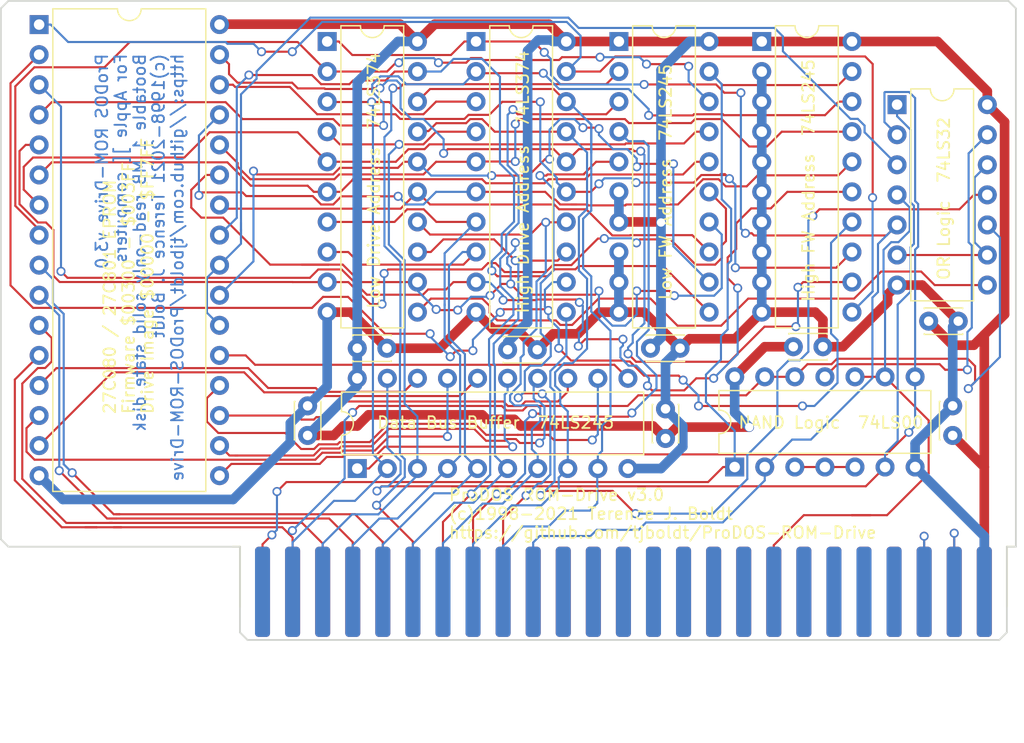
<source format=kicad_pcb>
(kicad_pcb (version 20171130) (host pcbnew "(5.1.10-1-10_14)")
  (title_block (title "ProDOS ROM-Drive") (date 2021-12-07) (rev 3.0) (company "Terence J. Boldt"))
  (layers (0 F.Cu mixed) (31 B.Cu mixed) (37 F.SilkS user) (38 B.Mask user) (39 F.Mask user) (44 Edge.Cuts user))
  (net 0 "")
  (net 1 +5V)
  (net 2 GND)
  (net 3 "Net-(DataBuffer1-Pad1)")
  (net 4 "Net-(DataBuffer1-Pad11)")
  (net 5 "Net-(DataBuffer1-Pad2)")
  (net 6 "Net-(DataBuffer1-Pad12)")
  (net 7 "Net-(DataBuffer1-Pad3)")
  (net 8 "Net-(DataBuffer1-Pad13)")
  (net 9 "Net-(DataBuffer1-Pad4)")
  (net 10 "Net-(DataBuffer1-Pad14)")
  (net 11 "Net-(DataBuffer1-Pad5)")
  (net 12 "Net-(DataBuffer1-Pad15)")
  (net 13 "Net-(DataBuffer1-Pad6)")
  (net 14 "Net-(DataBuffer1-Pad16)")
  (net 15 "Net-(DataBuffer1-Pad7)")
  (net 16 "Net-(DataBuffer1-Pad17)")
  (net 17 "Net-(DataBuffer1-Pad8)")
  (net 18 "Net-(DataBuffer1-Pad18)")
  (net 19 "Net-(DataBuffer1-Pad9)")
  (net 20 "Net-(DataBuffer1-Pad19)")
  (net 21 "Net-(EPROM1-Pad1)")
  (net 22 "Net-(EPROM1-Pad2)")
  (net 23 "Net-(EPROM1-Pad3)")
  (net 24 "Net-(EPROM1-Pad4)")
  (net 25 "Net-(EPROM1-Pad5)")
  (net 26 "Net-(EPROM1-Pad6)")
  (net 27 "Net-(EPROM1-Pad7)")
  (net 28 "Net-(EPROM1-Pad23)")
  (net 29 "Net-(EPROM1-Pad8)")
  (net 30 "Net-(EPROM1-Pad9)")
  (net 31 "Net-(EPROM1-Pad25)")
  (net 32 "Net-(EPROM1-Pad10)")
  (net 33 "Net-(EPROM1-Pad26)")
  (net 34 "Net-(EPROM1-Pad11)")
  (net 35 "Net-(EPROM1-Pad27)")
  (net 36 "Net-(EPROM1-Pad12)")
  (net 37 "Net-(EPROM1-Pad28)")
  (net 38 "Net-(EPROM1-Pad29)")
  (net 39 "Net-(EPROM1-Pad30)")
  (net 40 "Net-(EPROM1-Pad31)")
  (net 41 "Net-(HiAddrBuffer1-Pad19)")
  (net 42 "Net-(HiAddrLatch1-Pad1)")
  (net 43 "Net-(HiAddrLatch1-Pad11)")
  (net 44 "Net-(J1-Pad6)")
  (net 45 "Net-(J1-Pad7)")
  (net 46 "Net-(J1-Pad8)")
  (net 47 "Net-(J1-Pad9)")
  (net 48 "Net-(J1-Pad18)")
  (net 49 "Net-(J1-Pad23)")
  (net 50 "Net-(J1-Pad24)")
  (net 51 "Net-(LowAddrLatch1-Pad11)")
  (net 52 "Net-(U1-Pad3)")
  (net 53 "Net-(U1-Pad11)")
  (net 54 "Net-(U2-Pad12)")
  (net 55 "Net-(EPROM1-Pad22)")
  (module Package_DIP:DIP-32_W15.24mm (layer F.Cu) (at 36.87318 25.0571)
    (fp_text reference EPROM1)
    (fp_text value 27C080)
    (pad 32 thru_hole oval (at 15.24 0) (size 1.6 1.6) (drill 0.889) (layers *.Cu *.Mask) (net 1 +5V))
    (pad 16 thru_hole oval (at 0 38.1) (size 1.6 1.6) (drill 0.889) (layers *.Cu *.Mask) (net 2 GND))
    (pad 31 thru_hole oval (at 15.24 2.54) (size 1.6 1.6) (drill 0.889) (layers *.Cu *.Mask) (net 40 "Net-(EPROM1-Pad31)"))
    (pad 15 thru_hole oval (at 0 35.56) (size 1.6 1.6) (drill 0.889) (layers *.Cu *.Mask) (net 14 "Net-(DataBuffer1-Pad16)"))
    (pad 30 thru_hole oval (at 15.24 5.08) (size 1.6 1.6) (drill 0.889) (layers *.Cu *.Mask) (net 39 "Net-(EPROM1-Pad30)"))
    (pad 14 thru_hole oval (at 0 33.02) (size 1.6 1.6) (drill 0.889) (layers *.Cu *.Mask) (net 16 "Net-(DataBuffer1-Pad17)"))
    (pad 29 thru_hole oval (at 15.24 7.62) (size 1.6 1.6) (drill 0.889) (layers *.Cu *.Mask) (net 38 "Net-(EPROM1-Pad29)"))
    (pad 13 thru_hole oval (at 0 30.48) (size 1.6 1.6) (drill 0.889) (layers *.Cu *.Mask) (net 18 "Net-(DataBuffer1-Pad18)"))
    (pad 28 thru_hole oval (at 15.24 10.16) (size 1.6 1.6) (drill 0.889) (layers *.Cu *.Mask) (net 37 "Net-(EPROM1-Pad28)"))
    (pad 12 thru_hole oval (at 0 27.94) (size 1.6 1.6) (drill 0.889) (layers *.Cu *.Mask) (net 36 "Net-(EPROM1-Pad12)"))
    (pad 27 thru_hole oval (at 15.24 12.7) (size 1.6 1.6) (drill 0.889) (layers *.Cu *.Mask) (net 35 "Net-(EPROM1-Pad27)"))
    (pad 11 thru_hole oval (at 0 25.4) (size 1.6 1.6) (drill 0.889) (layers *.Cu *.Mask) (net 34 "Net-(EPROM1-Pad11)"))
    (pad 26 thru_hole oval (at 15.24 15.24) (size 1.6 1.6) (drill 0.889) (layers *.Cu *.Mask) (net 33 "Net-(EPROM1-Pad26)"))
    (pad 10 thru_hole oval (at 0 22.86) (size 1.6 1.6) (drill 0.889) (layers *.Cu *.Mask) (net 32 "Net-(EPROM1-Pad10)"))
    (pad 25 thru_hole oval (at 15.24 17.78) (size 1.6 1.6) (drill 0.889) (layers *.Cu *.Mask) (net 31 "Net-(EPROM1-Pad25)"))
    (pad 9 thru_hole oval (at 0 20.32) (size 1.6 1.6) (drill 0.889) (layers *.Cu *.Mask) (net 30 "Net-(EPROM1-Pad9)"))
    (pad 24 thru_hole oval (at 15.24 20.32) (size 1.6 1.6) (drill 0.889) (layers *.Cu *.Mask) (net 55 "Net-(EPROM1-Pad22)"))
    (pad 8 thru_hole oval (at 0 17.78) (size 1.6 1.6) (drill 0.889) (layers *.Cu *.Mask) (net 29 "Net-(EPROM1-Pad8)"))
    (pad 23 thru_hole oval (at 15.24 22.86) (size 1.6 1.6) (drill 0.889) (layers *.Cu *.Mask) (net 28 "Net-(EPROM1-Pad23)"))
    (pad 7 thru_hole oval (at 0 15.24) (size 1.6 1.6) (drill 0.889) (layers *.Cu *.Mask) (net 27 "Net-(EPROM1-Pad7)"))
    (pad 22 thru_hole oval (at 15.24 25.4) (size 1.6 1.6) (drill 0.889) (layers *.Cu *.Mask) (net 55 "Net-(EPROM1-Pad22)"))
    (pad 6 thru_hole oval (at 0 12.7) (size 1.6 1.6) (drill 0.889) (layers *.Cu *.Mask) (net 26 "Net-(EPROM1-Pad6)"))
    (pad 21 thru_hole oval (at 15.24 27.94) (size 1.6 1.6) (drill 0.889) (layers *.Cu *.Mask) (net 4 "Net-(DataBuffer1-Pad11)"))
    (pad 5 thru_hole oval (at 0 10.16) (size 1.6 1.6) (drill 0.889) (layers *.Cu *.Mask) (net 25 "Net-(EPROM1-Pad5)"))
    (pad 20 thru_hole oval (at 15.24 30.48) (size 1.6 1.6) (drill 0.889) (layers *.Cu *.Mask) (net 6 "Net-(DataBuffer1-Pad12)"))
    (pad 4 thru_hole oval (at 0 7.62) (size 1.6 1.6) (drill 0.889) (layers *.Cu *.Mask) (net 24 "Net-(EPROM1-Pad4)"))
    (pad 19 thru_hole oval (at 15.24 33.02) (size 1.6 1.6) (drill 0.889) (layers *.Cu *.Mask) (net 8 "Net-(DataBuffer1-Pad13)"))
    (pad 3 thru_hole oval (at 0 5.08) (size 1.6 1.6) (drill 0.889) (layers *.Cu *.Mask) (net 23 "Net-(EPROM1-Pad3)"))
    (pad 18 thru_hole oval (at 15.24 35.56) (size 1.6 1.6) (drill 0.889) (layers *.Cu *.Mask) (net 10 "Net-(DataBuffer1-Pad14)"))
    (pad 2 thru_hole oval (at 0 2.54) (size 1.6 1.6) (drill 0.889) (layers *.Cu *.Mask) (net 22 "Net-(EPROM1-Pad2)"))
    (pad 17 thru_hole oval (at 15.24 38.1) (size 1.6 1.6) (drill 0.889) (layers *.Cu *.Mask) (net 12 "Net-(DataBuffer1-Pad15)"))
    (pad 1 thru_hole rect (at 0 0) (size 1.6 1.6) (drill 0.889) (layers *.Cu *.Mask) (net 21 "Net-(EPROM1-Pad1)"))
  )
  (module "Connector:Apple II Expansion Edge Connector" (layer F.Cu) (at 69.71284 67.88658)
    (fp_text reference J1)
    (fp_text value "Apple II Expansion Slot")
    (pad 1 connect roundrect (at -13.97 5.08) (size 1.27 7.62) (layers F.Cu F.Mask) (net 41 "Net-(HiAddrBuffer1-Pad19)"))
    (pad 2 connect roundrect (at -11.43 5.08) (size 1.27 7.62) (layers F.Cu F.Mask) (net 36 "Net-(EPROM1-Pad12)"))
    (pad 3 connect roundrect (at -8.89 5.08) (size 1.27 7.62) (layers F.Cu F.Mask) (net 34 "Net-(EPROM1-Pad11)"))
    (pad 4 connect roundrect (at -6.35 5.08) (size 1.27 7.62) (layers F.Cu F.Mask) (net 32 "Net-(EPROM1-Pad10)"))
    (pad 5 connect roundrect (at -3.81 5.08) (size 1.27 7.62) (layers F.Cu F.Mask) (net 30 "Net-(EPROM1-Pad9)"))
    (pad 6 connect roundrect (at -1.27 5.08) (size 1.27 7.62) (layers F.Cu F.Mask) (net 44 "Net-(J1-Pad6)"))
    (pad 7 connect roundrect (at 1.27 5.08) (size 1.27 7.62) (layers F.Cu F.Mask) (net 45 "Net-(J1-Pad7)"))
    (pad 8 connect roundrect (at 3.81 5.08) (size 1.27 7.62) (layers F.Cu F.Mask) (net 46 "Net-(J1-Pad8)"))
    (pad 9 connect roundrect (at 6.35 5.08) (size 1.27 7.62) (layers F.Cu F.Mask) (net 47 "Net-(J1-Pad9)"))
    (pad 10 connect roundrect (at 8.89 5.08) (size 1.27 7.62) (layers F.Cu F.Mask))
    (pad 11 connect roundrect (at 11.43 5.08) (size 1.27 7.62) (layers F.Cu F.Mask))
    (pad 12 connect roundrect (at 13.97 5.08) (size 1.27 7.62) (layers F.Cu F.Mask))
    (pad 13 connect roundrect (at 16.51 5.08) (size 1.27 7.62) (layers F.Cu F.Mask))
    (pad 14 connect roundrect (at 19.05 5.08) (size 1.27 7.62) (layers F.Cu F.Mask))
    (pad 15 connect roundrect (at 21.59 5.08) (size 1.27 7.62) (layers F.Cu F.Mask))
    (pad 16 connect roundrect (at 24.13 5.08) (size 1.27 7.62) (layers F.Cu F.Mask))
    (pad 17 connect roundrect (at 26.67 5.08) (size 1.27 7.62) (layers F.Cu F.Mask))
    (pad 18 connect roundrect (at 29.21 5.08) (size 1.27 7.62) (layers F.Cu F.Mask) (net 48 "Net-(J1-Pad18)"))
    (pad 19 connect roundrect (at 31.75 5.08) (size 1.27 7.62) (layers F.Cu F.Mask))
    (pad 20 connect roundrect (at 34.29 5.08) (size 1.27 7.62) (layers F.Cu F.Mask))
    (pad 21 connect roundrect (at 36.83 5.08) (size 1.27 7.62) (layers F.Cu F.Mask))
    (pad 22 connect roundrect (at 39.37 5.08) (size 1.27 7.62) (layers F.Cu F.Mask))
    (pad 23 connect roundrect (at 41.91 5.08) (size 1.27 7.62) (layers F.Cu F.Mask) (net 49 "Net-(J1-Pad23)"))
    (pad 24 connect roundrect (at 44.45 5.08) (size 1.27 7.62) (layers F.Cu F.Mask) (net 50 "Net-(J1-Pad24)"))
    (pad 25 connect roundrect (at 46.99 5.08) (size 1.27 7.62) (layers F.Cu F.Mask) (net 1 +5V))
    (pad 26 connect roundrect (at 46.99 5.08) (size 1.27 7.62) (layers B.Cu B.Mask) (net 2 GND))
    (pad 27 connect roundrect (at 44.45 5.08) (size 1.27 7.62) (layers B.Cu B.Mask) (net 50 "Net-(J1-Pad24)"))
    (pad 28 connect roundrect (at 41.91 5.08) (size 1.27 7.62) (layers B.Cu B.Mask) (net 49 "Net-(J1-Pad23)"))
    (pad 29 connect roundrect (at 39.37 5.08) (size 1.27 7.62) (layers B.Cu B.Mask))
    (pad 30 connect roundrect (at 36.83 5.08) (size 1.27 7.62) (layers B.Cu B.Mask))
    (pad 31 connect roundrect (at 34.29 5.08) (size 1.27 7.62) (layers B.Cu B.Mask))
    (pad 32 connect roundrect (at 31.75 5.08) (size 1.27 7.62) (layers B.Cu B.Mask))
    (pad 33 connect roundrect (at 29.21 5.08) (size 1.27 7.62) (layers B.Cu B.Mask))
    (pad 34 connect roundrect (at 26.67 5.08) (size 1.27 7.62) (layers B.Cu B.Mask))
    (pad 35 connect roundrect (at 24.13 5.08) (size 1.27 7.62) (layers B.Cu B.Mask))
    (pad 36 connect roundrect (at 21.59 5.08) (size 1.27 7.62) (layers B.Cu B.Mask))
    (pad 38 connect roundrect (at 16.51 5.08) (size 1.27 7.62) (layers B.Cu B.Mask))
    (pad 37 connect roundrect (at 19.05 5.08) (size 1.27 7.62) (layers B.Cu B.Mask))
    (pad 39 connect roundrect (at 13.97 5.08) (size 1.27 7.62) (layers B.Cu B.Mask))
    (pad 40 connect roundrect (at 11.43 5.08) (size 1.27 7.62) (layers B.Cu B.Mask))
    (pad 41 connect roundrect (at 8.89 5.08) (size 1.27 7.62) (layers B.Cu B.Mask) (net 42 "Net-(HiAddrLatch1-Pad1)"))
    (pad 42 connect roundrect (at 6.35 5.08) (size 1.27 7.62) (layers B.Cu B.Mask) (net 19 "Net-(DataBuffer1-Pad9)"))
    (pad 43 connect roundrect (at 3.81 5.08) (size 1.27 7.62) (layers B.Cu B.Mask) (net 17 "Net-(DataBuffer1-Pad8)"))
    (pad 44 connect roundrect (at 1.27 5.08) (size 1.27 7.62) (layers B.Cu B.Mask) (net 15 "Net-(DataBuffer1-Pad7)"))
    (pad 45 connect roundrect (at -1.27 5.08) (size 1.27 7.62) (layers B.Cu B.Mask) (net 13 "Net-(DataBuffer1-Pad6)"))
    (pad 46 connect roundrect (at -3.81 5.08) (size 1.27 7.62) (layers B.Cu B.Mask) (net 11 "Net-(DataBuffer1-Pad5)"))
    (pad 47 connect roundrect (at -6.35 5.08) (size 1.27 7.62) (layers B.Cu B.Mask) (net 9 "Net-(DataBuffer1-Pad4)"))
    (pad 48 connect roundrect (at -8.89 5.08) (size 1.27 7.62) (layers B.Cu B.Mask) (net 7 "Net-(DataBuffer1-Pad3)"))
    (pad 49 connect roundrect (at -11.43 5.08) (size 1.27 7.62) (layers B.Cu B.Mask) (net 5 "Net-(DataBuffer1-Pad2)"))
    (pad 50 connect roundrect (at -13.97 5.08) (size 1.27 7.62) (layers B.Cu B.Mask))
  )
  (module Package_DIP:DIP-20_W7.62mm (layer F.Cu) (at 73.77684 26.48458)
    (fp_text reference HiAddrLatch1)
    (fp_text value 74LS374)
    (pad 20 thru_hole oval (at 7.62 0) (size 1.6 1.6) (drill 0.889) (layers *.Cu *.Mask) (net 1 +5V))
    (pad 10 thru_hole oval (at 0 22.86) (size 1.6 1.6) (drill 0.889) (layers *.Cu *.Mask) (net 2 GND))
    (pad 19 thru_hole oval (at 7.62 2.54) (size 1.6 1.6) (drill 0.889) (layers *.Cu *.Mask) (net 21 "Net-(EPROM1-Pad1)"))
    (pad 9 thru_hole oval (at 0 20.32) (size 1.6 1.6) (drill 0.889) (layers *.Cu *.Mask) (net 23 "Net-(EPROM1-Pad3)"))
    (pad 18 thru_hole oval (at 7.62 5.08) (size 1.6 1.6) (drill 0.889) (layers *.Cu *.Mask) (net 19 "Net-(DataBuffer1-Pad9)"))
    (pad 8 thru_hole oval (at 0 17.78) (size 1.6 1.6) (drill 0.889) (layers *.Cu *.Mask) (net 11 "Net-(DataBuffer1-Pad5)"))
    (pad 17 thru_hole oval (at 7.62 7.62) (size 1.6 1.6) (drill 0.889) (layers *.Cu *.Mask) (net 17 "Net-(DataBuffer1-Pad8)"))
    (pad 7 thru_hole oval (at 0 15.24) (size 1.6 1.6) (drill 0.889) (layers *.Cu *.Mask) (net 9 "Net-(DataBuffer1-Pad4)"))
    (pad 16 thru_hole oval (at 7.62 10.16) (size 1.6 1.6) (drill 0.889) (layers *.Cu *.Mask) (net 40 "Net-(EPROM1-Pad31)"))
    (pad 6 thru_hole oval (at 0 12.7) (size 1.6 1.6) (drill 0.889) (layers *.Cu *.Mask) (net 38 "Net-(EPROM1-Pad29)"))
    (pad 15 thru_hole oval (at 7.62 12.7) (size 1.6 1.6) (drill 0.889) (layers *.Cu *.Mask) (net 39 "Net-(EPROM1-Pad30)"))
    (pad 5 thru_hole oval (at 0 10.16) (size 1.6 1.6) (drill 0.889) (layers *.Cu *.Mask) (net 37 "Net-(EPROM1-Pad28)"))
    (pad 14 thru_hole oval (at 7.62 15.24) (size 1.6 1.6) (drill 0.889) (layers *.Cu *.Mask) (net 15 "Net-(DataBuffer1-Pad7)"))
    (pad 4 thru_hole oval (at 0 7.62) (size 1.6 1.6) (drill 0.889) (layers *.Cu *.Mask) (net 7 "Net-(DataBuffer1-Pad3)"))
    (pad 13 thru_hole oval (at 7.62 17.78) (size 1.6 1.6) (drill 0.889) (layers *.Cu *.Mask) (net 13 "Net-(DataBuffer1-Pad6)"))
    (pad 3 thru_hole oval (at 0 5.08) (size 1.6 1.6) (drill 0.889) (layers *.Cu *.Mask) (net 5 "Net-(DataBuffer1-Pad2)"))
    (pad 12 thru_hole oval (at 7.62 20.32) (size 1.6 1.6) (drill 0.889) (layers *.Cu *.Mask) (net 22 "Net-(EPROM1-Pad2)"))
    (pad 2 thru_hole oval (at 0 2.54) (size 1.6 1.6) (drill 0.889) (layers *.Cu *.Mask) (net 24 "Net-(EPROM1-Pad4)"))
    (pad 11 thru_hole oval (at 7.62 22.86) (size 1.6 1.6) (drill 0.889) (layers *.Cu *.Mask) (net 43 "Net-(HiAddrLatch1-Pad11)"))
    (pad 1 thru_hole rect (at 0 0) (size 1.6 1.6) (drill 0.889) (layers *.Cu *.Mask) (net 42 "Net-(HiAddrLatch1-Pad1)"))
  )
  (module Package_DIP:DIP-20_W7.62mm (layer F.Cu) (at 63.74384 62.55258 90)
    (fp_text reference DataBuffer1)
    (fp_text value 74LS245)
    (pad 20 thru_hole oval (at 7.62 0 90) (size 1.6 1.6) (drill 0.889) (layers *.Cu *.Mask) (net 1 +5V))
    (pad 10 thru_hole oval (at 0 22.86 90) (size 1.6 1.6) (drill 0.889) (layers *.Cu *.Mask) (net 2 GND))
    (pad 19 thru_hole oval (at 7.62 2.54 90) (size 1.6 1.6) (drill 0.889) (layers *.Cu *.Mask) (net 20 "Net-(DataBuffer1-Pad19)"))
    (pad 9 thru_hole oval (at 0 20.32 90) (size 1.6 1.6) (drill 0.889) (layers *.Cu *.Mask) (net 19 "Net-(DataBuffer1-Pad9)"))
    (pad 18 thru_hole oval (at 7.62 5.08 90) (size 1.6 1.6) (drill 0.889) (layers *.Cu *.Mask) (net 18 "Net-(DataBuffer1-Pad18)"))
    (pad 8 thru_hole oval (at 0 17.78 90) (size 1.6 1.6) (drill 0.889) (layers *.Cu *.Mask) (net 17 "Net-(DataBuffer1-Pad8)"))
    (pad 17 thru_hole oval (at 7.62 7.62 90) (size 1.6 1.6) (drill 0.889) (layers *.Cu *.Mask) (net 16 "Net-(DataBuffer1-Pad17)"))
    (pad 7 thru_hole oval (at 0 15.24 90) (size 1.6 1.6) (drill 0.889) (layers *.Cu *.Mask) (net 15 "Net-(DataBuffer1-Pad7)"))
    (pad 16 thru_hole oval (at 7.62 10.16 90) (size 1.6 1.6) (drill 0.889) (layers *.Cu *.Mask) (net 14 "Net-(DataBuffer1-Pad16)"))
    (pad 6 thru_hole oval (at 0 12.7 90) (size 1.6 1.6) (drill 0.889) (layers *.Cu *.Mask) (net 13 "Net-(DataBuffer1-Pad6)"))
    (pad 15 thru_hole oval (at 7.62 12.7 90) (size 1.6 1.6) (drill 0.889) (layers *.Cu *.Mask) (net 12 "Net-(DataBuffer1-Pad15)"))
    (pad 5 thru_hole oval (at 0 10.16 90) (size 1.6 1.6) (drill 0.889) (layers *.Cu *.Mask) (net 11 "Net-(DataBuffer1-Pad5)"))
    (pad 14 thru_hole oval (at 7.62 15.24 90) (size 1.6 1.6) (drill 0.889) (layers *.Cu *.Mask) (net 10 "Net-(DataBuffer1-Pad14)"))
    (pad 4 thru_hole oval (at 0 7.62 90) (size 1.6 1.6) (drill 0.889) (layers *.Cu *.Mask) (net 9 "Net-(DataBuffer1-Pad4)"))
    (pad 13 thru_hole oval (at 7.62 17.78 90) (size 1.6 1.6) (drill 0.889) (layers *.Cu *.Mask) (net 8 "Net-(DataBuffer1-Pad13)"))
    (pad 3 thru_hole oval (at 0 5.08 90) (size 1.6 1.6) (drill 0.889) (layers *.Cu *.Mask) (net 7 "Net-(DataBuffer1-Pad3)"))
    (pad 12 thru_hole oval (at 7.62 20.32 90) (size 1.6 1.6) (drill 0.889) (layers *.Cu *.Mask) (net 6 "Net-(DataBuffer1-Pad12)"))
    (pad 2 thru_hole oval (at 0 2.54 90) (size 1.6 1.6) (drill 0.889) (layers *.Cu *.Mask) (net 5 "Net-(DataBuffer1-Pad2)"))
    (pad 11 thru_hole oval (at 7.62 22.86 90) (size 1.6 1.6) (drill 0.889) (layers *.Cu *.Mask) (net 4 "Net-(DataBuffer1-Pad11)"))
    (pad 1 thru_hole rect (at 0 0 90) (size 1.6 1.6) (drill 0.889) (layers *.Cu *.Mask) (net 3 "Net-(DataBuffer1-Pad1)"))
  )
  (module Package_DIP:DIP-20_W7.62mm (layer F.Cu) (at 97.90684 26.48458)
    (fp_text reference HiAddrBuffer1)
    (fp_text value 74LS245)
    (pad 20 thru_hole oval (at 7.62 0) (size 1.6 1.6) (drill 0.889) (layers *.Cu *.Mask) (net 1 +5V))
    (pad 10 thru_hole oval (at 0 22.86) (size 1.6 1.6) (drill 0.889) (layers *.Cu *.Mask) (net 2 GND))
    (pad 19 thru_hole oval (at 7.62 2.54) (size 1.6 1.6) (drill 0.889) (layers *.Cu *.Mask) (net 41 "Net-(HiAddrBuffer1-Pad19)"))
    (pad 9 thru_hole oval (at 0 20.32) (size 1.6 1.6) (drill 0.889) (layers *.Cu *.Mask) (net 2 GND))
    (pad 18 thru_hole oval (at 7.62 5.08) (size 1.6 1.6) (drill 0.889) (layers *.Cu *.Mask) (net 24 "Net-(EPROM1-Pad4)"))
    (pad 8 thru_hole oval (at 0 17.78) (size 1.6 1.6) (drill 0.889) (layers *.Cu *.Mask) (net 2 GND))
    (pad 17 thru_hole oval (at 7.62 7.62) (size 1.6 1.6) (drill 0.889) (layers *.Cu *.Mask) (net 37 "Net-(EPROM1-Pad28)"))
    (pad 7 thru_hole oval (at 0 15.24) (size 1.6 1.6) (drill 0.889) (layers *.Cu *.Mask) (net 2 GND))
    (pad 16 thru_hole oval (at 7.62 10.16) (size 1.6 1.6) (drill 0.889) (layers *.Cu *.Mask) (net 38 "Net-(EPROM1-Pad29)"))
    (pad 6 thru_hole oval (at 0 12.7) (size 1.6 1.6) (drill 0.889) (layers *.Cu *.Mask) (net 2 GND))
    (pad 15 thru_hole oval (at 7.62 12.7) (size 1.6 1.6) (drill 0.889) (layers *.Cu *.Mask) (net 23 "Net-(EPROM1-Pad3)"))
    (pad 5 thru_hole oval (at 0 10.16) (size 1.6 1.6) (drill 0.889) (layers *.Cu *.Mask) (net 2 GND))
    (pad 14 thru_hole oval (at 7.62 15.24) (size 1.6 1.6) (drill 0.889) (layers *.Cu *.Mask) (net 22 "Net-(EPROM1-Pad2)"))
    (pad 4 thru_hole oval (at 0 7.62) (size 1.6 1.6) (drill 0.889) (layers *.Cu *.Mask) (net 2 GND))
    (pad 13 thru_hole oval (at 7.62 17.78) (size 1.6 1.6) (drill 0.889) (layers *.Cu *.Mask) (net 39 "Net-(EPROM1-Pad30)"))
    (pad 3 thru_hole oval (at 0 5.08) (size 1.6 1.6) (drill 0.889) (layers *.Cu *.Mask) (net 2 GND))
    (pad 12 thru_hole oval (at 7.62 20.32) (size 1.6 1.6) (drill 0.889) (layers *.Cu *.Mask) (net 40 "Net-(EPROM1-Pad31)"))
    (pad 2 thru_hole oval (at 0 2.54) (size 1.6 1.6) (drill 0.889) (layers *.Cu *.Mask) (net 2 GND))
    (pad 11 thru_hole oval (at 7.62 22.86) (size 1.6 1.6) (drill 0.889) (layers *.Cu *.Mask) (net 21 "Net-(EPROM1-Pad1)"))
    (pad 1 thru_hole rect (at 0 0) (size 1.6 1.6) (drill 0.889) (layers *.Cu *.Mask) (net 1 +5V))
  )
  (module Package_DIP:DIP-20_W7.62mm (layer F.Cu) (at 85.84184 26.48458)
    (fp_text reference LowAddrBuffer1)
    (fp_text value 74LS245)
    (pad 1 thru_hole rect (at 0 0) (size 1.6 1.6) (drill 0.889) (layers *.Cu *.Mask) (net 1 +5V))
    (pad 11 thru_hole oval (at 7.62 22.86) (size 1.6 1.6) (drill 0.889) (layers *.Cu *.Mask) (net 31 "Net-(EPROM1-Pad25)"))
    (pad 2 thru_hole oval (at 0 2.54) (size 1.6 1.6) (drill 0.889) (layers *.Cu *.Mask) (net 44 "Net-(J1-Pad6)"))
    (pad 12 thru_hole oval (at 7.62 20.32) (size 1.6 1.6) (drill 0.889) (layers *.Cu *.Mask) (net 28 "Net-(EPROM1-Pad23)"))
    (pad 3 thru_hole oval (at 0 5.08) (size 1.6 1.6) (drill 0.889) (layers *.Cu *.Mask) (net 45 "Net-(J1-Pad7)"))
    (pad 13 thru_hole oval (at 7.62 17.78) (size 1.6 1.6) (drill 0.889) (layers *.Cu *.Mask) (net 33 "Net-(EPROM1-Pad26)"))
    (pad 4 thru_hole oval (at 0 7.62) (size 1.6 1.6) (drill 0.889) (layers *.Cu *.Mask) (net 46 "Net-(J1-Pad8)"))
    (pad 14 thru_hole oval (at 7.62 15.24) (size 1.6 1.6) (drill 0.889) (layers *.Cu *.Mask) (net 35 "Net-(EPROM1-Pad27)"))
    (pad 5 thru_hole oval (at 0 10.16) (size 1.6 1.6) (drill 0.889) (layers *.Cu *.Mask) (net 47 "Net-(J1-Pad9)"))
    (pad 15 thru_hole oval (at 7.62 12.7) (size 1.6 1.6) (drill 0.889) (layers *.Cu *.Mask) (net 25 "Net-(EPROM1-Pad5)"))
    (pad 6 thru_hole oval (at 0 12.7) (size 1.6 1.6) (drill 0.889) (layers *.Cu *.Mask) (net 1 +5V))
    (pad 16 thru_hole oval (at 7.62 10.16) (size 1.6 1.6) (drill 0.889) (layers *.Cu *.Mask) (net 26 "Net-(EPROM1-Pad6)"))
    (pad 7 thru_hole oval (at 0 15.24) (size 1.6 1.6) (drill 0.889) (layers *.Cu *.Mask) (net 1 +5V))
    (pad 17 thru_hole oval (at 7.62 7.62) (size 1.6 1.6) (drill 0.889) (layers *.Cu *.Mask) (net 27 "Net-(EPROM1-Pad7)"))
    (pad 8 thru_hole oval (at 0 17.78) (size 1.6 1.6) (drill 0.889) (layers *.Cu *.Mask) (net 2 GND))
    (pad 18 thru_hole oval (at 7.62 5.08) (size 1.6 1.6) (drill 0.889) (layers *.Cu *.Mask) (net 29 "Net-(EPROM1-Pad8)"))
    (pad 9 thru_hole oval (at 0 20.32) (size 1.6 1.6) (drill 0.889) (layers *.Cu *.Mask) (net 2 GND))
    (pad 19 thru_hole oval (at 7.62 2.54) (size 1.6 1.6) (drill 0.889) (layers *.Cu *.Mask) (net 41 "Net-(HiAddrBuffer1-Pad19)"))
    (pad 10 thru_hole oval (at 0 22.86) (size 1.6 1.6) (drill 0.889) (layers *.Cu *.Mask) (net 2 GND))
    (pad 20 thru_hole oval (at 7.62 0) (size 1.6 1.6) (drill 0.889) (layers *.Cu *.Mask) (net 1 +5V))
  )
  (module Package_DIP:DIP-20_W7.62mm (layer F.Cu) (at 61.20384 26.48458)
    (fp_text reference LowAddrLatch1)
    (fp_text value 74LS374)
    (pad 1 thru_hole rect (at 0 0) (size 1.6 1.6) (drill 0.889) (layers *.Cu *.Mask) (net 42 "Net-(HiAddrLatch1-Pad1)"))
    (pad 11 thru_hole oval (at 7.62 22.86) (size 1.6 1.6) (drill 0.889) (layers *.Cu *.Mask) (net 51 "Net-(LowAddrLatch1-Pad11)"))
    (pad 2 thru_hole oval (at 0 2.54) (size 1.6 1.6) (drill 0.889) (layers *.Cu *.Mask) (net 29 "Net-(EPROM1-Pad8)"))
    (pad 12 thru_hole oval (at 7.62 20.32) (size 1.6 1.6) (drill 0.889) (layers *.Cu *.Mask) (net 35 "Net-(EPROM1-Pad27)"))
    (pad 3 thru_hole oval (at 0 5.08) (size 1.6 1.6) (drill 0.889) (layers *.Cu *.Mask) (net 5 "Net-(DataBuffer1-Pad2)"))
    (pad 13 thru_hole oval (at 7.62 17.78) (size 1.6 1.6) (drill 0.889) (layers *.Cu *.Mask) (net 13 "Net-(DataBuffer1-Pad6)"))
    (pad 4 thru_hole oval (at 0 7.62) (size 1.6 1.6) (drill 0.889) (layers *.Cu *.Mask) (net 7 "Net-(DataBuffer1-Pad3)"))
    (pad 14 thru_hole oval (at 7.62 15.24) (size 1.6 1.6) (drill 0.889) (layers *.Cu *.Mask) (net 15 "Net-(DataBuffer1-Pad7)"))
    (pad 5 thru_hole oval (at 0 10.16) (size 1.6 1.6) (drill 0.889) (layers *.Cu *.Mask) (net 27 "Net-(EPROM1-Pad7)"))
    (pad 15 thru_hole oval (at 7.62 12.7) (size 1.6 1.6) (drill 0.889) (layers *.Cu *.Mask) (net 33 "Net-(EPROM1-Pad26)"))
    (pad 6 thru_hole oval (at 0 12.7) (size 1.6 1.6) (drill 0.889) (layers *.Cu *.Mask) (net 26 "Net-(EPROM1-Pad6)"))
    (pad 16 thru_hole oval (at 7.62 10.16) (size 1.6 1.6) (drill 0.889) (layers *.Cu *.Mask) (net 28 "Net-(EPROM1-Pad23)"))
    (pad 7 thru_hole oval (at 0 15.24) (size 1.6 1.6) (drill 0.889) (layers *.Cu *.Mask) (net 9 "Net-(DataBuffer1-Pad4)"))
    (pad 17 thru_hole oval (at 7.62 7.62) (size 1.6 1.6) (drill 0.889) (layers *.Cu *.Mask) (net 17 "Net-(DataBuffer1-Pad8)"))
    (pad 8 thru_hole oval (at 0 17.78) (size 1.6 1.6) (drill 0.889) (layers *.Cu *.Mask) (net 11 "Net-(DataBuffer1-Pad5)"))
    (pad 18 thru_hole oval (at 7.62 5.08) (size 1.6 1.6) (drill 0.889) (layers *.Cu *.Mask) (net 19 "Net-(DataBuffer1-Pad9)"))
    (pad 9 thru_hole oval (at 0 20.32) (size 1.6 1.6) (drill 0.889) (layers *.Cu *.Mask) (net 25 "Net-(EPROM1-Pad5)"))
    (pad 19 thru_hole oval (at 7.62 2.54) (size 1.6 1.6) (drill 0.889) (layers *.Cu *.Mask) (net 31 "Net-(EPROM1-Pad25)"))
    (pad 10 thru_hole oval (at 0 22.86) (size 1.6 1.6) (drill 0.889) (layers *.Cu *.Mask) (net 2 GND))
    (pad 20 thru_hole oval (at 7.62 0) (size 1.6 1.6) (drill 0.889) (layers *.Cu *.Mask) (net 1 +5V))
  )
  (module Package_DIP:DIP-14_W7.62mm (layer F.Cu) (at 95.62084 62.42558 90)
    (fp_text reference U1)
    (fp_text value 74LS00)
    (pad 14 thru_hole oval (at 7.62 0 90) (size 1.6 1.6) (drill 0.889) (layers *.Cu *.Mask) (net 1 +5V))
    (pad 7 thru_hole oval (at 0 15.24 90) (size 1.6 1.6) (drill 0.889) (layers *.Cu *.Mask) (net 2 GND))
    (pad 13 thru_hole oval (at 7.62 2.54 90) (size 1.6 1.6) (drill 0.889) (layers *.Cu *.Mask) (net 36 "Net-(EPROM1-Pad12)"))
    (pad 6 thru_hole oval (at 0 12.7 90) (size 1.6 1.6) (drill 0.889) (layers *.Cu *.Mask) (net 20 "Net-(DataBuffer1-Pad19)"))
    (pad 12 thru_hole oval (at 7.62 5.08 90) (size 1.6 1.6) (drill 0.889) (layers *.Cu *.Mask) (net 36 "Net-(EPROM1-Pad12)"))
    (pad 5 thru_hole oval (at 0 10.16 90) (size 1.6 1.6) (drill 0.889) (layers *.Cu *.Mask) (net 52 "Net-(U1-Pad3)"))
    (pad 11 thru_hole oval (at 7.62 7.62 90) (size 1.6 1.6) (drill 0.889) (layers *.Cu *.Mask) (net 53 "Net-(U1-Pad11)"))
    (pad 4 thru_hole oval (at 0 7.62 90) (size 1.6 1.6) (drill 0.889) (layers *.Cu *.Mask) (net 52 "Net-(U1-Pad3)"))
    (pad 10 thru_hole oval (at 7.62 10.16 90) (size 1.6 1.6) (drill 0.889) (layers *.Cu *.Mask) (net 48 "Net-(J1-Pad18)"))
    (pad 3 thru_hole oval (at 0 5.08 90) (size 1.6 1.6) (drill 0.889) (layers *.Cu *.Mask) (net 52 "Net-(U1-Pad3)"))
    (pad 9 thru_hole oval (at 7.62 12.7 90) (size 1.6 1.6) (drill 0.889) (layers *.Cu *.Mask) (net 48 "Net-(J1-Pad18)"))
    (pad 2 thru_hole oval (at 0 2.54 90) (size 1.6 1.6) (drill 0.889) (layers *.Cu *.Mask) (net 42 "Net-(HiAddrLatch1-Pad1)"))
    (pad 8 thru_hole oval (at 7.62 15.24 90) (size 1.6 1.6) (drill 0.889) (layers *.Cu *.Mask) (net 3 "Net-(DataBuffer1-Pad1)"))
    (pad 1 thru_hole rect (at 0 0 90) (size 1.6 1.6) (drill 0.889) (layers *.Cu *.Mask) (net 41 "Net-(HiAddrBuffer1-Pad19)"))
  )
  (module Package_DIP:DIP-14_W7.62mm (layer F.Cu) (at 109.33684 31.81858)
    (fp_text reference U2)
    (fp_text value 74LS32)
    (pad 1 thru_hole rect (at 0 0) (size 1.6 1.6) (drill 0.889) (layers *.Cu *.Mask) (net 20 "Net-(DataBuffer1-Pad19)"))
    (pad 8 thru_hole oval (at 7.62 15.24) (size 1.6 1.6) (drill 0.889) (layers *.Cu *.Mask) (net 51 "Net-(LowAddrLatch1-Pad11)"))
    (pad 2 thru_hole oval (at 0 2.54) (size 1.6 1.6) (drill 0.889) (layers *.Cu *.Mask) (net 3 "Net-(DataBuffer1-Pad1)"))
    (pad 9 thru_hole oval (at 7.62 12.7) (size 1.6 1.6) (drill 0.889) (layers *.Cu *.Mask) (net 54 "Net-(U2-Pad12)"))
    (pad 3 thru_hole oval (at 0 5.08) (size 1.6 1.6) (drill 0.889) (layers *.Cu *.Mask) (net 55 "Net-(EPROM1-Pad22)"))
    (pad 10 thru_hole oval (at 7.62 10.16) (size 1.6 1.6) (drill 0.889) (layers *.Cu *.Mask) (net 36 "Net-(EPROM1-Pad12)"))
    (pad 4 thru_hole oval (at 0 7.62) (size 1.6 1.6) (drill 0.889) (layers *.Cu *.Mask) (net 48 "Net-(J1-Pad18)"))
    (pad 11 thru_hole oval (at 7.62 7.62) (size 1.6 1.6) (drill 0.889) (layers *.Cu *.Mask) (net 43 "Net-(HiAddrLatch1-Pad11)"))
    (pad 5 thru_hole oval (at 0 10.16) (size 1.6 1.6) (drill 0.889) (layers *.Cu *.Mask) (net 42 "Net-(HiAddrLatch1-Pad1)"))
    (pad 12 thru_hole oval (at 7.62 5.08) (size 1.6 1.6) (drill 0.889) (layers *.Cu *.Mask) (net 54 "Net-(U2-Pad12)"))
    (pad 6 thru_hole oval (at 0 12.7) (size 1.6 1.6) (drill 0.889) (layers *.Cu *.Mask) (net 54 "Net-(U2-Pad12)"))
    (pad 13 thru_hole oval (at 7.62 2.54) (size 1.6 1.6) (drill 0.889) (layers *.Cu *.Mask) (net 53 "Net-(U1-Pad11)"))
    (pad 7 thru_hole oval (at 0 15.24) (size 1.6 1.6) (drill 0.889) (layers *.Cu *.Mask) (net 2 GND))
    (pad 14 thru_hole oval (at 7.62 0) (size 1.6 1.6) (drill 0.889) (layers *.Cu *.Mask) (net 1 +5V))
  )
  (module Capacitor_THT:C_Disc_D3.0mm_W2.0mm_P2.50mm (layer F.Cu) (at 59.55284 59.75858 90)
    (fp_text reference C1)
    (fp_text value 0.1µF)
    (pad 2 thru_hole circle (at 2.5 0 90) (size 1.6 1.6) (drill 0.8) (layers *.Cu *.Mask) (net 2 GND))
    (pad 1 thru_hole circle (at 0 0 90) (size 1.6 1.6) (drill 0.8) (layers *.Cu *.Mask) (net 1 +5V))
  )
  (module Capacitor_THT:C_Disc_D3.0mm_W2.0mm_P2.50mm (layer F.Cu) (at 114.03584 59.75858 90)
    (fp_text reference C2)
    (fp_text value 0.1µF)
    (pad 1 thru_hole circle (at 0 0 90) (size 1.6 1.6) (drill 0.8) (layers *.Cu *.Mask) (net 1 +5V))
    (pad 2 thru_hole circle (at 2.5 0 90) (size 1.6 1.6) (drill 0.8) (layers *.Cu *.Mask) (net 2 GND))
  )
  (module Capacitor_THT:C_Disc_D3.0mm_W2.0mm_P2.50mm (layer F.Cu) (at 89.77884 60.01258 90)
    (fp_text reference C3)
    (fp_text value 0.1µF)
    (pad 2 thru_hole circle (at 2.5 0 90) (size 1.6 1.6) (drill 0.8) (layers *.Cu *.Mask) (net 2 GND))
    (pad 1 thru_hole circle (at 0 0 90) (size 1.6 1.6) (drill 0.8) (layers *.Cu *.Mask) (net 1 +5V))
  )
  (module Capacitor_THT:C_Disc_D3.0mm_W2.0mm_P2.50mm (layer F.Cu) (at 100.57384 52.26558)
    (fp_text reference C4)
    (fp_text value 0.1µF)
    (pad 1 thru_hole circle (at 0 0) (size 1.6 1.6) (drill 0.8) (layers *.Cu *.Mask) (net 1 +5V))
    (pad 2 thru_hole circle (at 2.5 0) (size 1.6 1.6) (drill 0.8) (layers *.Cu *.Mask) (net 2 GND))
  )
  (module Capacitor_THT:C_Disc_D3.0mm_W2.0mm_P2.50mm (layer F.Cu) (at 88.50884 52.39258)
    (fp_text reference C5)
    (fp_text value 0.1µF)
    (pad 1 thru_hole circle (at 0 0) (size 1.6 1.6) (drill 0.8) (layers *.Cu *.Mask) (net 1 +5V))
    (pad 2 thru_hole circle (at 2.5 0) (size 1.6 1.6) (drill 0.8) (layers *.Cu *.Mask) (net 2 GND))
  )
  (module Capacitor_THT:C_Disc_D3.0mm_W2.0mm_P2.50mm (layer F.Cu) (at 76.44384 52.51958)
    (fp_text reference C6)
    (fp_text value 0.1µF)
    (pad 2 thru_hole circle (at 2.5 0) (size 1.6 1.6) (drill 0.8) (layers *.Cu *.Mask) (net 2 GND))
    (pad 1 thru_hole circle (at 0 0) (size 1.6 1.6) (drill 0.8) (layers *.Cu *.Mask) (net 1 +5V))
  )
  (module Capacitor_THT:C_Disc_D3.0mm_W2.0mm_P2.50mm (layer F.Cu) (at 63.74384 52.39258)
    (fp_text reference C7)
    (fp_text value 0.1µF)
    (pad 1 thru_hole circle (at 0 0) (size 1.6 1.6) (drill 0.8) (layers *.Cu *.Mask) (net 1 +5V))
    (pad 2 thru_hole circle (at 2.5 0) (size 1.6 1.6) (drill 0.8) (layers *.Cu *.Mask) (net 2 GND))
  )
  (module Capacitor_THT:C_Disc_D3.0mm_W2.0mm_P2.50mm (layer F.Cu) (at 112.00384 50.10658)
    (fp_text reference C8)
    (fp_text value 0.1µF)
    (pad 2 thru_hole circle (at 2.5 0) (size 1.6 1.6) (drill 0.8) (layers *.Cu *.Mask) (net 2 GND))
    (pad 1 thru_hole circle (at 0 0) (size 1.6 1.6) (drill 0.8) (layers *.Cu *.Mask) (net 1 +5V))
  )
  (gr_text "ProDOS ROM-Drive v3.0\nFor Apple ][ computers\nBootable 1 MB read-only solid state disk\n(c)1998-2021 Terence J. Boldt\nhttps://github.com/tjboldt/ProDOS-ROM-Drive\n" (at 45.3644 27.432 90) (layer B.Cu) (effects (font (size 0.9906 0.9906) (thickness 0.14986)) (justify left mirror)))
  (gr_line (start 33.64484 68.52158) (end 34.27984 69.15658) (layer Edge.Cuts) (width 0.15))
  (gr_line (start 119.36984 23.69058) (end 118.73484 23.05558) (layer Edge.Cuts) (width 0.15))
  (gr_line (start 33.64484 23.69058) (end 34.27984 23.05558) (layer Edge.Cuts) (width 0.15))
  (gr_line (start 53.83784 69.15658) (end 34.27984 69.15658) (layer Edge.Cuts) (width 0.15))
  (gr_line (start 53.83784 76.39558) (end 54.47284 77.03058) (layer Edge.Cuts) (width 0.15))
  (gr_line (start 53.83784 69.15658) (end 53.83784 76.39558) (layer Edge.Cuts) (width 0.15))
  (gr_line (start 118.60784 76.39558) (end 117.97284 77.03058) (layer Edge.Cuts) (width 0.15))
  (gr_line (start 118.60784 69.15658) (end 118.60784 76.39558) (layer Edge.Cuts) (width 0.15))
  (gr_line (start 119.36984 69.15658) (end 118.60784 69.15658) (layer Edge.Cuts) (width 0.15))
  (gr_line (start 118.73484 23.05558) (end 34.27984 23.05558) (layer Edge.Cuts) (width 0.15))
  (gr_line (start 119.36984 69.15658) (end 119.36984 23.69058) (layer Edge.Cuts) (width 0.15))
  (gr_line (start 54.47284 77.03058) (end 117.97284 77.03058) (layer Edge.Cuts) (width 0.15))
  (gr_line (start 33.64484 23.69058) (end 33.64484 68.52158) (layer Edge.Cuts) (width 0.15))
  (gr_text "ProDOS ROM-Drive v3.0\n(c)1998-2021 Terence J. Boldt\nhttps://github.com/tjboldt/ProDOS-ROM-Drive" (at 71.3994 66.3702) (layer F.SilkS) (effects (font (size 0.9906 0.9906) (thickness 0.14986)) (justify left)))
  (gr_text "27C080 / 27C801 EPROM\nFirmware $00300 - $003FF\nDrive Image $00000 - $FF7FF" (at 44.43222 58.02884 90) (layer F.SilkS) (effects (font (size 0.9906 0.9906) (thickness 0.14986)) (justify left)))
  (gr_text "OR Logic  74LS32" (at 113.284 39.751 90) (layer F.SilkS) (effects (font (size 0.9906 0.9906) (thickness 0.14986))))
  (gr_text "NAND Logic  74LS00" (at 103.759 58.674) (layer F.SilkS) (effects (font (size 0.9906 0.9906) (thickness 0.14986))))
  (gr_text "High FW Address  74LS245" (at 101.854 38.227 90) (layer F.SilkS) (effects (font (size 0.9906 0.9906) (thickness 0.14986))))
  (gr_text "Low FW Address  74LS245" (at 89.789 38.354 90) (layer F.SilkS) (effects (font (size 0.9906 0.9906) (thickness 0.14986))))
  (gr_text "High Drive Address  74LS374" (at 77.724 38.354 90) (layer F.SilkS) (effects (font (size 0.9906 0.9906) (thickness 0.14986))))
  (gr_text "Low Drive Address  74LS374" (at 65.151 38.227 90) (layer F.SilkS) (effects (font (size 0.9906 0.9906) (thickness 0.14986))))
  (gr_text "Data Bus Buffer  74LS245" (at 75.438 58.674) (layer F.SilkS) (effects (font (size 0.9906 0.9906) (thickness 0.14986))))
  (gr_line (start -486.918 -336.55) (end -487.68 -336.296) (layer B.SilkS) (width 0.2))
  (gr_line (start -488.696 -337.058) (end -486.918 -336.55) (layer B.SilkS) (width 0.2))
  (segment (start 116.70284 62.42558) (end 114.03584 59.75858) (width 0.8128) (layer F.Cu) (net 1))
  (segment (start 116.70284 72.96658) (end 116.70284 62.42558) (width 0.8128) (layer F.Cu) (net 1))
  (segment (start 116.70284 62.42558) (end 116.70284 51.24958) (width 0.8128) (layer F.Cu) (net 1))
  (segment (start 118.417241 33.278981) (end 116.95684 31.81858) (width 0.8128) (layer F.Cu) (net 1))
  (segment (start 118.417241 49.535179) (end 118.417241 33.278981) (width 0.8128) (layer F.Cu) (net 1))
  (segment (start 116.70284 51.24958) (end 118.417241 49.535179) (width 0.8128) (layer F.Cu) (net 1))
  (segment (start 112.75421 26.48458) (end 105.52684 26.48458) (width 0.8128) (layer F.Cu) (net 1))
  (segment (start 116.95684 30.68721) (end 112.75421 26.48458) (width 0.8128) (layer F.Cu) (net 1))
  (segment (start 116.95684 31.81858) (end 116.95684 30.68721) (width 0.8128) (layer F.Cu) (net 1))
  (segment (start 105.52684 26.48458) (end 97.90684 26.48458) (width 0.8128) (layer F.Cu) (net 1))
  (segment (start 97.90684 26.48458) (end 93.46184 26.48458) (width 0.8128) (layer F.Cu) (net 1))
  (segment (start 93.46184 26.48458) (end 85.84184 26.48458) (width 0.8128) (layer F.Cu) (net 1))
  (segment (start 85.84184 26.48458) (end 81.39684 26.48458) (width 0.8128) (layer F.Cu) (net 1))
  (segment (start 70.284241 25.024179) (end 68.82384 26.48458) (width 0.8128) (layer F.Cu) (net 1))
  (segment (start 79.936439 25.024179) (end 70.284241 25.024179) (width 0.8128) (layer F.Cu) (net 1))
  (segment (start 81.39684 26.48458) (end 79.936439 25.024179) (width 0.8128) (layer F.Cu) (net 1))
  (segment (start 52.504241 25.024179) (end 52.18684 25.34158) (width 0.8128) (layer F.Cu) (net 1))
  (segment (start 67.363439 25.024179) (end 52.504241 25.024179) (width 0.8128) (layer F.Cu) (net 1))
  (segment (start 68.82384 26.48458) (end 67.363439 25.024179) (width 0.8128) (layer F.Cu) (net 1))
  (segment (start 89.39784 51.50358) (end 88.50884 52.39258) (width 0.8128) (layer B.Cu) (net 1))
  (segment (start 63.74384 52.39258) (end 63.74384 54.93258) (width 0.8128) (layer B.Cu) (net 1))
  (segment (start 89.39784 43.12158) (end 89.39784 51.50358) (width 0.8128) (layer B.Cu) (net 1))
  (segment (start 114.03584 52.13858) (end 112.00384 50.10658) (width 0.8128) (layer F.Cu) (net 1))
  (segment (start 115.81384 52.13858) (end 114.03584 52.13858) (width 0.8128) (layer F.Cu) (net 1))
  (segment (start 116.70284 51.24958) (end 115.81384 52.13858) (width 0.8128) (layer F.Cu) (net 1))
  (segment (start 98.16084 52.26558) (end 95.62084 54.80558) (width 0.8128) (layer F.Cu) (net 1))
  (segment (start 100.57384 52.26558) (end 98.16084 52.26558) (width 0.8128) (layer F.Cu) (net 1))
  (segment (start 63.74384 55.56758) (end 59.55284 59.75858) (width 0.8128) (layer B.Cu) (net 1))
  (segment (start 63.74384 54.93258) (end 63.74384 55.56758) (width 0.8128) (layer B.Cu) (net 1))
  (segment (start 91.809318 26.48458) (end 93.46184 26.48458) (width 0.8128) (layer B.Cu) (net 1))
  (segment (start 89.397841 28.896057) (end 91.809318 26.48458) (width 0.8128) (layer B.Cu) (net 1))
  (segment (start 88.50884 52.39258) (end 89.397841 51.503579) (width 0.8128) (layer B.Cu) (net 1))
  (segment (start 89.397841 28.896057) (end 89.397841 39.778919) (width 0.8128) (layer B.Cu) (net 1))
  (segment (start 76.44384 51.88777) (end 76.44384 52.51958) (width 0.8128) (layer B.Cu) (net 1))
  (segment (start 78.132839 50.198771) (end 76.44384 51.88777) (width 0.8128) (layer B.Cu) (net 1))
  (segment (start 78.132839 27.264967) (end 78.132839 50.198771) (width 0.8128) (layer B.Cu) (net 1))
  (segment (start 79.037687 26.360119) (end 78.132839 27.264967) (width 0.8128) (layer B.Cu) (net 1))
  (segment (start 80.26547 26.48458) (end 80.141009 26.360119) (width 0.8128) (layer B.Cu) (net 1))
  (segment (start 80.141009 26.360119) (end 79.037687 26.360119) (width 0.8128) (layer B.Cu) (net 1))
  (segment (start 81.39684 26.48458) (end 80.26547 26.48458) (width 0.8128) (layer B.Cu) (net 1))
  (segment (start 63.74384 29.92521) (end 63.74384 52.39258) (width 0.8128) (layer B.Cu) (net 1))
  (segment (start 67.18447 26.48458) (end 63.74384 29.92521) (width 0.8128) (layer B.Cu) (net 1))
  (segment (start 68.82384 26.48458) (end 67.18447 26.48458) (width 0.8128) (layer B.Cu) (net 1))
  (segment (start 62.565179 58.958581) (end 61.76518 59.75858) (width 0.8128) (layer F.Cu) (net 1))
  (segment (start 61.76518 59.75858) (end 59.55284 59.75858) (width 0.8128) (layer F.Cu) (net 1))
  (segment (start 63.755933 58.958581) (end 62.565179 58.958581) (width 0.8128) (layer F.Cu) (net 1))
  (segment (start 64.695724 58.01879) (end 63.755933 58.958581) (width 0.8128) (layer F.Cu) (net 1))
  (segment (start 74.30019 58.01879) (end 64.695724 58.01879) (width 0.8128) (layer F.Cu) (net 1))
  (segment (start 74.68108 58.39968) (end 74.30019 58.01879) (width 0.8128) (layer F.Cu) (net 1))
  (segment (start 77.00264 58.39968) (end 74.68108 58.39968) (width 0.8128) (layer F.Cu) (net 1))
  (segment (start 77.561541 58.958581) (end 77.00264 58.39968) (width 0.8128) (layer F.Cu) (net 1))
  (segment (start 89.77884 60.01258) (end 88.724841 58.958581) (width 0.8128) (layer F.Cu) (net 1))
  (segment (start 88.724841 58.958581) (end 77.561541 58.958581) (width 0.8128) (layer F.Cu) (net 1))
  (segment (start 85.8393 41.72204) (end 85.84184 41.72458) (width 0.1778) (layer F.Cu) (net 1))
  (segment (start 85.84184 41.72458) (end 85.84184 42.021772) (width 0.1778) (layer B.Cu) (net 1))
  (via (at 89.397841 41.772841) (size 0.762) (drill 0.7112) (layers F.Cu B.Cu) (net 1))
  (segment (start 89.34958 41.72458) (end 89.397841 41.772841) (width 0.8128) (layer F.Cu) (net 1))
  (segment (start 85.84184 41.72458) (end 89.34958 41.72458) (width 0.8128) (layer F.Cu) (net 1))
  (segment (start 89.397841 41.772841) (end 89.397841 36.50488) (width 0.8128) (layer B.Cu) (net 1))
  (segment (start 89.397841 51.503579) (end 89.397841 41.772841) (width 0.8128) (layer B.Cu) (net 1))
  (via (at 96.8502 59.055) (size 0.762) (drill 0.7112) (layers F.Cu B.Cu) (net 1))
  (segment (start 95.62084 57.82564) (end 96.8502 59.055) (width 0.8128) (layer B.Cu) (net 1))
  (segment (start 95.62084 54.80558) (end 95.62084 57.82564) (width 0.8128) (layer B.Cu) (net 1))
  (segment (start 90.73642 59.055) (end 89.77884 60.01258) (width 0.8128) (layer F.Cu) (net 1))
  (segment (start 96.8502 59.055) (end 90.73642 59.055) (width 0.8128) (layer F.Cu) (net 1))
  (segment (start 85.84184 39.18458) (end 85.84184 41.72458) (width 0.8128) (layer B.Cu) (net 1))
  (segment (start 116.70284 68.26758) (end 110.86084 62.42558) (width 0.8128) (layer B.Cu) (net 2))
  (segment (start 116.70284 72.96658) (end 116.70284 68.26758) (width 0.8128) (layer B.Cu) (net 2))
  (segment (start 110.86084 60.43358) (end 114.03584 57.25858) (width 0.8128) (layer B.Cu) (net 2))
  (segment (start 110.86084 62.42558) (end 110.86084 60.43358) (width 0.8128) (layer B.Cu) (net 2))
  (segment (start 114.03584 50.57458) (end 114.50384 50.10658) (width 0.8128) (layer B.Cu) (net 2))
  (segment (start 114.03584 57.25858) (end 114.03584 50.57458) (width 0.8128) (layer B.Cu) (net 2))
  (segment (start 89.77884 53.62258) (end 91.00884 52.39258) (width 0.8128) (layer B.Cu) (net 2))
  (segment (start 89.77884 57.51258) (end 89.77884 53.62258) (width 0.8128) (layer B.Cu) (net 2))
  (segment (start 61.20384 55.60758) (end 59.55284 57.25858) (width 0.8128) (layer B.Cu) (net 2))
  (segment (start 61.20384 49.34458) (end 61.20384 55.60758) (width 0.8128) (layer B.Cu) (net 2))
  (segment (start 70.72884 52.39258) (end 73.77684 49.34458) (width 0.8128) (layer F.Cu) (net 2))
  (segment (start 66.24384 52.39258) (end 70.72884 52.39258) (width 0.8128) (layer F.Cu) (net 2))
  (segment (start 87.96084 49.34458) (end 91.00884 52.39258) (width 0.8128) (layer F.Cu) (net 2))
  (segment (start 85.84184 49.34458) (end 87.96084 49.34458) (width 0.8128) (layer F.Cu) (net 2))
  (segment (start 95.658839 51.592581) (end 97.90684 49.34458) (width 0.8128) (layer F.Cu) (net 2))
  (segment (start 91.808839 51.592581) (end 95.658839 51.592581) (width 0.8128) (layer F.Cu) (net 2))
  (segment (start 91.00884 52.39258) (end 91.808839 51.592581) (width 0.8128) (layer F.Cu) (net 2))
  (segment (start 108.536841 47.858579) (end 109.33684 47.05858) (width 0.8128) (layer F.Cu) (net 2))
  (segment (start 108.536841 48.495973) (end 108.536841 47.858579) (width 0.8128) (layer F.Cu) (net 2))
  (segment (start 104.767234 52.26558) (end 108.536841 48.495973) (width 0.8128) (layer F.Cu) (net 2))
  (segment (start 103.07384 52.26558) (end 104.767234 52.26558) (width 0.8128) (layer F.Cu) (net 2))
  (segment (start 111.45584 47.05858) (end 114.50384 50.10658) (width 0.8128) (layer F.Cu) (net 2))
  (segment (start 109.33684 47.05858) (end 111.45584 47.05858) (width 0.8128) (layer F.Cu) (net 2))
  (segment (start 63.19584 49.34458) (end 61.20384 49.34458) (width 0.8128) (layer F.Cu) (net 2))
  (segment (start 66.24384 52.39258) (end 63.19584 49.34458) (width 0.8128) (layer F.Cu) (net 2))
  (segment (start 102.997 52.18874) (end 103.07384 52.26558) (width 0.8128) (layer B.Cu) (net 2))
  (segment (start 75.23924 50.80698) (end 73.77684 49.34458) (width 0.8128) (layer F.Cu) (net 2))
  (segment (start 77.23124 50.80698) (end 75.23924 50.80698) (width 0.8128) (layer F.Cu) (net 2))
  (segment (start 77.23124 50.80698) (end 78.94384 52.51958) (width 0.8128) (layer F.Cu) (net 2))
  (segment (start 84.2137 49.34458) (end 85.84184 49.34458) (width 0.8128) (layer F.Cu) (net 2))
  (segment (start 82.38489 51.17339) (end 84.2137 49.34458) (width 0.8128) (layer F.Cu) (net 2))
  (segment (start 98.09226 49.53) (end 97.90684 49.34458) (width 0.8128) (layer F.Cu) (net 2))
  (segment (start 80.29003 51.17339) (end 78.94384 52.51958) (width 0.8128) (layer F.Cu) (net 2))
  (segment (start 82.38489 51.17339) (end 80.29003 51.17339) (width 0.8128) (layer F.Cu) (net 2))
  (segment (start 91.239241 58.972981) (end 89.77884 57.51258) (width 0.8128) (layer B.Cu) (net 2))
  (segment (start 91.239241 60.713573) (end 91.239241 58.972981) (width 0.8128) (layer B.Cu) (net 2))
  (segment (start 89.400234 62.55258) (end 91.239241 60.713573) (width 0.8128) (layer B.Cu) (net 2))
  (segment (start 86.60384 62.55258) (end 89.400234 62.55258) (width 0.8128) (layer B.Cu) (net 2))
  (segment (start 58.092439 58.718981) (end 59.55284 57.25858) (width 0.8128) (layer B.Cu) (net 2))
  (segment (start 58.092439 60.332375) (end 58.092439 58.718981) (width 0.8128) (layer B.Cu) (net 2))
  (segment (start 36.87318 63.1571) (end 38.87978 65.1637) (width 0.8128) (layer B.Cu) (net 2))
  (segment (start 53.261114 65.1637) (end 58.092439 60.332375) (width 0.8128) (layer B.Cu) (net 2))
  (segment (start 38.87978 65.1637) (end 53.261114 65.1637) (width 0.8128) (layer B.Cu) (net 2))
  (segment (start 97.90684 49.34458) (end 102.43058 49.34458) (width 0.8128) (layer F.Cu) (net 2))
  (segment (start 103.07384 49.98784) (end 103.07384 52.26558) (width 0.8128) (layer F.Cu) (net 2))
  (segment (start 102.43058 49.34458) (end 103.07384 49.98784) (width 0.8128) (layer F.Cu) (net 2))
  (segment (start 85.84184 49.34458) (end 85.84184 44.26458) (width 0.8128) (layer B.Cu) (net 2))
  (segment (start 97.90684 29.02458) (end 97.90684 34.10458) (width 0.8128) (layer B.Cu) (net 2))
  (segment (start 97.90684 34.10458) (end 97.90684 39.18458) (width 0.8128) (layer B.Cu) (net 2))
  (segment (start 97.90684 39.18458) (end 97.90684 44.26458) (width 0.8128) (layer B.Cu) (net 2))
  (segment (start 97.90684 44.26458) (end 97.90684 49.34458) (width 0.8128) (layer B.Cu) (net 2))
  (via (at 110.32744 59.48934) (size 0.762) (drill 0.50038) (layers F.Cu B.Cu) (net 3))
  (segment (start 110.86084 58.95594) (end 110.86084 54.80558) (width 0.1778) (layer B.Cu) (net 3))
  (segment (start 110.32744 59.48934) (end 110.86084 58.95594) (width 0.1778) (layer B.Cu) (net 3))
  (segment (start 108.457901 61.358879) (end 110.32744 59.48934) (width 0.1778) (layer F.Cu) (net 3))
  (segment (start 65.915341 61.358879) (end 108.457901 61.358879) (width 0.1778) (layer F.Cu) (net 3))
  (segment (start 64.72164 62.55258) (end 65.915341 61.358879) (width 0.1778) (layer F.Cu) (net 3))
  (segment (start 63.74384 62.55258) (end 64.72164 62.55258) (width 0.1778) (layer F.Cu) (net 3))
  (segment (start 111.114761 40.210685) (end 111.114761 43.815079) (width 0.1778) (layer B.Cu) (net 3))
  (segment (start 110.86084 39.956764) (end 111.114761 40.210685) (width 0.1778) (layer B.Cu) (net 3))
  (segment (start 110.86084 44.069) (end 110.86084 54.80558) (width 0.1778) (layer B.Cu) (net 3))
  (segment (start 110.86084 31.262518) (end 110.86084 39.956764) (width 0.1778) (layer B.Cu) (net 3))
  (segment (start 110.350201 30.751879) (end 110.86084 31.262518) (width 0.1778) (layer B.Cu) (net 3))
  (segment (start 108.270139 30.805219) (end 108.323479 30.751879) (width 0.1778) (layer B.Cu) (net 3))
  (segment (start 108.270139 33.291879) (end 108.270139 30.805219) (width 0.1778) (layer B.Cu) (net 3))
  (segment (start 111.114761 43.815079) (end 110.86084 44.069) (width 0.1778) (layer B.Cu) (net 3))
  (segment (start 108.323479 30.751879) (end 110.350201 30.751879) (width 0.1778) (layer B.Cu) (net 3))
  (segment (start 109.33684 34.35858) (end 108.270139 33.291879) (width 0.1778) (layer B.Cu) (net 3))
  (segment (start 55.110479 53.789679) (end 54.3179 52.9971) (width 0.1778) (layer F.Cu) (net 4))
  (segment (start 54.3179 52.9971) (end 52.11318 52.9971) (width 0.1778) (layer F.Cu) (net 4))
  (segment (start 85.460939 53.789679) (end 55.110479 53.789679) (width 0.1778) (layer F.Cu) (net 4))
  (segment (start 86.60384 54.93258) (end 85.460939 53.789679) (width 0.1778) (layer F.Cu) (net 4))
  (segment (start 65.06718 32.651601) (end 65.0875 32.631281) (width 0.1778) (layer B.Cu) (net 5))
  (via (at 64.955387 31.597633) (size 0.762) (drill 0.50038) (layers F.Cu B.Cu) (net 5))
  (segment (start 65.06718 31.709426) (end 64.955387 31.597633) (width 0.1778) (layer B.Cu) (net 5))
  (segment (start 65.06718 32.651601) (end 65.06718 31.709426) (width 0.1778) (layer B.Cu) (net 5))
  (segment (start 63.55334 65.28308) (end 61.77534 65.28308) (width 0.1778) (layer B.Cu) (net 5))
  (segment (start 58.28284 68.77558) (end 58.28284 72.96658) (width 0.1778) (layer B.Cu) (net 5))
  (segment (start 61.77534 65.28308) (end 58.28284 68.77558) (width 0.1778) (layer B.Cu) (net 5))
  (segment (start 66.28384 62.55258) (end 63.55334 65.28308) (width 0.1778) (layer B.Cu) (net 5))
  (segment (start 70.402558 31.56458) (end 73.77684 31.56458) (width 0.1778) (layer F.Cu) (net 5))
  (segment (start 67.477541 32.631281) (end 69.335857 32.631281) (width 0.1778) (layer F.Cu) (net 5))
  (segment (start 66.443893 31.597633) (end 67.477541 32.631281) (width 0.1778) (layer F.Cu) (net 5))
  (segment (start 69.335857 32.631281) (end 70.402558 31.56458) (width 0.1778) (layer F.Cu) (net 5))
  (segment (start 64.955387 31.597633) (end 66.443893 31.597633) (width 0.1778) (layer F.Cu) (net 5))
  (segment (start 65.06718 61.33592) (end 66.28384 62.55258) (width 0.1778) (layer B.Cu) (net 5))
  (segment (start 65.06718 32.651601) (end 65.06718 61.33592) (width 0.1778) (layer B.Cu) (net 5))
  (segment (start 61.236893 31.597633) (end 61.20384 31.56458) (width 0.1778) (layer F.Cu) (net 5))
  (segment (start 64.955387 31.597633) (end 61.236893 31.597633) (width 0.1778) (layer F.Cu) (net 5))
  (via (at 83.593851 60.14212) (size 0.762) (drill 0.50038) (layers F.Cu B.Cu) (net 6))
  (segment (start 84.06384 59.672131) (end 83.593851 60.14212) (width 0.1778) (layer B.Cu) (net 6))
  (segment (start 84.06384 54.93258) (end 84.06384 59.672131) (width 0.1778) (layer B.Cu) (net 6))
  (segment (start 79.917149 59.707891) (end 80.351378 60.14212) (width 0.1778) (layer F.Cu) (net 6))
  (segment (start 76.103392 59.707868) (end 77.304877 59.707868) (width 0.1778) (layer F.Cu) (net 6))
  (segment (start 80.351378 60.14212) (end 83.593851 60.14212) (width 0.1778) (layer F.Cu) (net 6))
  (segment (start 76.103369 59.707891) (end 76.103392 59.707868) (width 0.1778) (layer F.Cu) (net 6))
  (segment (start 73.69302 58.77814) (end 74.622771 59.707891) (width 0.1778) (layer F.Cu) (net 6))
  (segment (start 66.342272 58.77814) (end 73.69302 58.77814) (width 0.1778) (layer F.Cu) (net 6))
  (segment (start 64.800492 60.31992) (end 66.342272 58.77814) (width 0.1778) (layer F.Cu) (net 6))
  (segment (start 60.495024 60.50789) (end 62.075554 60.50789) (width 0.1778) (layer F.Cu) (net 6))
  (segment (start 60.101433 60.901481) (end 60.495024 60.50789) (width 0.1778) (layer F.Cu) (net 6))
  (segment (start 52.007761 59.550399) (end 57.653165 59.550399) (width 0.1778) (layer F.Cu) (net 6))
  (segment (start 52.11318 55.5371) (end 51.046479 56.603801) (width 0.1778) (layer F.Cu) (net 6))
  (segment (start 57.653165 59.550399) (end 59.004247 60.901481) (width 0.1778) (layer F.Cu) (net 6))
  (segment (start 62.075554 60.50789) (end 62.263524 60.31992) (width 0.1778) (layer F.Cu) (net 6))
  (segment (start 77.304877 59.707868) (end 77.3049 59.707891) (width 0.1778) (layer F.Cu) (net 6))
  (segment (start 59.004247 60.901481) (end 60.101433 60.901481) (width 0.1778) (layer F.Cu) (net 6))
  (segment (start 51.046479 58.589117) (end 52.007761 59.550399) (width 0.1778) (layer F.Cu) (net 6))
  (segment (start 51.046479 56.603801) (end 51.046479 58.589117) (width 0.1778) (layer F.Cu) (net 6))
  (segment (start 77.3049 59.707891) (end 79.917149 59.707891) (width 0.1778) (layer F.Cu) (net 6))
  (segment (start 74.622771 59.707891) (end 76.103369 59.707891) (width 0.1778) (layer F.Cu) (net 6))
  (segment (start 62.263524 60.31992) (end 64.800492 60.31992) (width 0.1778) (layer F.Cu) (net 6))
  (segment (start 62.270541 35.171281) (end 61.20384 34.10458) (width 0.1778) (layer F.Cu) (net 7))
  (segment (start 70.402558 34.10458) (end 69.335857 35.171281) (width 0.1778) (layer F.Cu) (net 7))
  (segment (start 73.77684 34.10458) (end 70.402558 34.10458) (width 0.1778) (layer F.Cu) (net 7))
  (via (at 67.27698 35.171281) (size 0.762) (drill 0.50038) (layers F.Cu B.Cu) (net 7))
  (segment (start 67.27698 35.171281) (end 62.270541 35.171281) (width 0.1778) (layer F.Cu) (net 7))
  (segment (start 69.335857 35.171281) (end 67.27698 35.171281) (width 0.1778) (layer F.Cu) (net 7))
  (segment (start 68.82384 58.1533) (end 68.82384 62.55258) (width 0.1778) (layer B.Cu) (net 7))
  (segment (start 67.74235 57.07181) (end 68.82384 58.1533) (width 0.1778) (layer B.Cu) (net 7))
  (segment (start 66.41338 43.63212) (end 67.74235 44.96109) (width 0.1778) (layer B.Cu) (net 7))
  (segment (start 67.74235 44.96109) (end 67.74235 57.07181) (width 0.1778) (layer B.Cu) (net 7))
  (segment (start 66.41338 36.034881) (end 66.41338 43.63212) (width 0.1778) (layer B.Cu) (net 7))
  (segment (start 67.27698 35.171281) (end 66.41338 36.034881) (width 0.1778) (layer B.Cu) (net 7))
  (segment (start 63.30442 66.421) (end 60.82284 68.90258) (width 0.1778) (layer B.Cu) (net 7))
  (segment (start 65.52184 66.421) (end 63.30442 66.421) (width 0.1778) (layer B.Cu) (net 7))
  (segment (start 65.52692 66.41592) (end 65.52184 66.421) (width 0.1778) (layer B.Cu) (net 7))
  (segment (start 65.532 66.41592) (end 65.52692 66.41592) (width 0.1778) (layer B.Cu) (net 7))
  (segment (start 68.82384 63.12408) (end 65.532 66.41592) (width 0.1778) (layer B.Cu) (net 7))
  (segment (start 60.82284 68.90258) (end 60.82284 72.96658) (width 0.1778) (layer B.Cu) (net 7))
  (segment (start 68.82384 62.55258) (end 68.82384 63.12408) (width 0.1778) (layer B.Cu) (net 7))
  (segment (start 80.69687 56.89092) (end 81.52384 56.06395) (width 0.1778) (layer F.Cu) (net 8))
  (segment (start 77.94752 56.89092) (end 80.69687 56.89092) (width 0.1778) (layer F.Cu) (net 8))
  (segment (start 76.469228 57.27446) (end 77.56398 57.27446) (width 0.1778) (layer F.Cu) (net 8))
  (segment (start 58.679866 58.0771) (end 59.022766 58.42) (width 0.1778) (layer F.Cu) (net 8))
  (segment (start 59.022766 58.42) (end 60.082914 58.42) (width 0.1778) (layer F.Cu) (net 8))
  (segment (start 60.293734 58.20918) (end 61.468 58.20918) (width 0.1778) (layer F.Cu) (net 8))
  (segment (start 76.085688 56.89092) (end 76.469228 57.27446) (width 0.1778) (layer F.Cu) (net 8))
  (segment (start 81.52384 56.06395) (end 81.52384 54.93258) (width 0.1778) (layer F.Cu) (net 8))
  (segment (start 62.78626 56.89092) (end 76.085688 56.89092) (width 0.1778) (layer F.Cu) (net 8))
  (segment (start 60.082914 58.42) (end 60.293734 58.20918) (width 0.1778) (layer F.Cu) (net 8))
  (segment (start 77.56398 57.27446) (end 77.94752 56.89092) (width 0.1778) (layer F.Cu) (net 8))
  (segment (start 61.468 58.20918) (end 62.78626 56.89092) (width 0.1778) (layer F.Cu) (net 8))
  (segment (start 52.11318 58.0771) (end 58.679866 58.0771) (width 0.1778) (layer F.Cu) (net 8))
  (segment (start 72.430541 61.485879) (end 71.36384 62.55258) (width 0.1778) (layer B.Cu) (net 9))
  (segment (start 72.430541 52.983283) (end 72.430541 61.485879) (width 0.1778) (layer B.Cu) (net 9))
  (segment (start 71.123657 51.676399) (end 72.430541 52.983283) (width 0.1778) (layer B.Cu) (net 9))
  (segment (start 63.36284 69.02958) (end 63.36284 72.96658) (width 0.1778) (layer B.Cu) (net 9))
  (segment (start 71.36384 62.55258) (end 67.13981 66.77661) (width 0.1778) (layer B.Cu) (net 9))
  (segment (start 71.123657 48.768) (end 71.123657 48.644657) (width 0.1778) (layer B.Cu) (net 9))
  (segment (start 71.123657 48.768) (end 71.123657 51.676399) (width 0.1778) (layer B.Cu) (net 9))
  (segment (start 71.123657 44.377763) (end 73.77684 41.72458) (width 0.1778) (layer B.Cu) (net 9))
  (segment (start 71.123657 48.768) (end 71.123657 44.377763) (width 0.1778) (layer B.Cu) (net 9))
  (segment (start 62.33521 41.72458) (end 61.20384 41.72458) (width 0.1778) (layer F.Cu) (net 9))
  (segment (start 62.33775 41.72712) (end 62.33521 41.72458) (width 0.1778) (layer F.Cu) (net 9))
  (segment (start 69.359879 40.657879) (end 67.96024 40.657879) (width 0.1778) (layer F.Cu) (net 9))
  (segment (start 70.42658 41.72458) (end 69.359879 40.657879) (width 0.1778) (layer F.Cu) (net 9))
  (segment (start 66.890999 41.72712) (end 62.33775 41.72712) (width 0.1778) (layer F.Cu) (net 9))
  (segment (start 67.96024 40.657879) (end 66.890999 41.72712) (width 0.1778) (layer F.Cu) (net 9))
  (segment (start 73.77684 41.72458) (end 70.42658 41.72458) (width 0.1778) (layer F.Cu) (net 9))
  (segment (start 65.61581 66.77661) (end 63.36284 69.02958) (width 0.1778) (layer B.Cu) (net 9))
  (segment (start 67.13981 66.77661) (end 65.61581 66.77661) (width 0.1778) (layer B.Cu) (net 9))
  (via (at 79.13878 60.39612) (size 0.762) (drill 0.50038) (layers F.Cu B.Cu) (net 10))
  (segment (start 78.64348 55.27294) (end 78.98384 54.93258) (width 0.1778) (layer B.Cu) (net 10))
  (segment (start 78.87461 56.86297) (end 78.64348 56.63184) (width 0.1778) (layer B.Cu) (net 10))
  (segment (start 78.64348 56.63184) (end 78.64348 55.27294) (width 0.1778) (layer B.Cu) (net 10))
  (segment (start 79.093039 56.86297) (end 78.87461 56.86297) (width 0.1778) (layer B.Cu) (net 10))
  (segment (start 79.555351 59.979549) (end 79.55535 57.325281) (width 0.1778) (layer B.Cu) (net 10))
  (segment (start 79.55535 57.325281) (end 79.093039 56.86297) (width 0.1778) (layer B.Cu) (net 10))
  (segment (start 79.13878 60.39612) (end 79.555351 59.979549) (width 0.1778) (layer B.Cu) (net 10))
  (segment (start 53.65496 61.45276) (end 52.94884 61.45276) (width 0.1778) (layer F.Cu) (net 10))
  (segment (start 52.94884 61.45276) (end 52.11318 60.6171) (width 0.1778) (layer F.Cu) (net 10))
  (segment (start 53.65496 61.45276) (end 53.40203 61.45276) (width 0.1778) (layer F.Cu) (net 10))
  (segment (start 77.145996 60.063478) (end 77.478638 60.39612) (width 0.1778) (layer F.Cu) (net 10))
  (segment (start 77.478638 60.39612) (end 79.13878 60.39612) (width 0.1778) (layer F.Cu) (net 10))
  (segment (start 76.23556 60.20816) (end 76.380242 60.063478) (width 0.1778) (layer F.Cu) (net 10))
  (segment (start 76.380242 60.063478) (end 77.145996 60.063478) (width 0.1778) (layer F.Cu) (net 10))
  (segment (start 66.421 59.20232) (end 73.614292 59.20232) (width 0.1778) (layer F.Cu) (net 10))
  (segment (start 73.614292 59.20232) (end 74.620132 60.20816) (width 0.1778) (layer F.Cu) (net 10))
  (segment (start 64.945272 60.678048) (end 66.421 59.20232) (width 0.1778) (layer F.Cu) (net 10))
  (segment (start 62.689728 60.678048) (end 64.945272 60.678048) (width 0.1778) (layer F.Cu) (net 10))
  (segment (start 62.68721 60.67553) (end 62.689728 60.678048) (width 0.1778) (layer F.Cu) (net 10))
  (segment (start 62.222853 60.863499) (end 62.410822 60.67553) (width 0.1778) (layer F.Cu) (net 10))
  (segment (start 74.620132 60.20816) (end 76.23556 60.20816) (width 0.1778) (layer F.Cu) (net 10))
  (segment (start 62.410822 60.67553) (end 62.68721 60.67553) (width 0.1778) (layer F.Cu) (net 10))
  (segment (start 60.642322 60.8635) (end 62.222853 60.863499) (width 0.1778) (layer F.Cu) (net 10))
  (segment (start 60.053062 61.45276) (end 60.642322 60.8635) (width 0.1778) (layer F.Cu) (net 10))
  (segment (start 53.65496 61.45276) (end 60.053062 61.45276) (width 0.1778) (layer F.Cu) (net 10))
  (segment (start 62.98184 44.26458) (end 61.20384 44.26458) (width 0.1778) (layer F.Cu) (net 11))
  (segment (start 64.048541 45.331281) (end 62.98184 44.26458) (width 0.1778) (layer F.Cu) (net 11))
  (segment (start 72.710139 45.331281) (end 64.048541 45.331281) (width 0.1778) (layer F.Cu) (net 11))
  (segment (start 73.77684 44.26458) (end 72.710139 45.331281) (width 0.1778) (layer F.Cu) (net 11))
  (segment (start 72.837139 61.485879) (end 73.90384 62.55258) (width 0.1778) (layer B.Cu) (net 11))
  (segment (start 72.837139 52.886973) (end 72.837139 61.485879) (width 0.1778) (layer B.Cu) (net 11))
  (segment (start 71.488299 51.538133) (end 72.837139 52.886973) (width 0.1778) (layer B.Cu) (net 11))
  (segment (start 71.488299 45.421751) (end 71.488299 51.538133) (width 0.1778) (layer B.Cu) (net 11))
  (segment (start 72.64547 44.26458) (end 71.488299 45.421751) (width 0.1778) (layer B.Cu) (net 11))
  (segment (start 73.77684 44.26458) (end 72.64547 44.26458) (width 0.1778) (layer B.Cu) (net 11))
  (segment (start 65.90284 68.97116) (end 65.90284 72.96658) (width 0.1778) (layer B.Cu) (net 11))
  (segment (start 71.81342 64.643) (end 70.231 64.643) (width 0.1778) (layer B.Cu) (net 11))
  (segment (start 70.231 64.643) (end 65.90284 68.97116) (width 0.1778) (layer B.Cu) (net 11))
  (segment (start 73.90384 62.55258) (end 71.81342 64.643) (width 0.1778) (layer B.Cu) (net 11))
  (segment (start 76.68768 55.17642) (end 76.44384 54.93258) (width 0.1778) (layer B.Cu) (net 12))
  (segment (start 76.74356 55.2323) (end 76.44384 54.93258) (width 0.1778) (layer B.Cu) (net 12))
  (via (at 76.869504 60.711179) (size 0.762) (drill 0.50038) (layers F.Cu B.Cu) (net 12))
  (segment (start 76.44384 54.93258) (end 76.44384 56.06395) (width 0.1778) (layer B.Cu) (net 12))
  (segment (start 53.106302 62.163978) (end 52.11318 63.1571) (width 0.1778) (layer F.Cu) (net 12))
  (segment (start 61.165702 61.574718) (end 60.576442 62.163978) (width 0.1778) (layer F.Cu) (net 12))
  (segment (start 62.7029 61.389268) (end 62.517451 61.574717) (width 0.1778) (layer F.Cu) (net 12))
  (segment (start 62.517451 61.574717) (end 61.165702 61.574718) (width 0.1778) (layer F.Cu) (net 12))
  (segment (start 60.576442 62.163978) (end 53.106302 62.163978) (width 0.1778) (layer F.Cu) (net 12))
  (segment (start 65.382044 61.389268) (end 62.7029 61.389268) (width 0.1778) (layer F.Cu) (net 12))
  (segment (start 66.060133 60.711179) (end 65.382044 61.389268) (width 0.1778) (layer F.Cu) (net 12))
  (segment (start 76.869504 60.711179) (end 66.060133 60.711179) (width 0.1778) (layer F.Cu) (net 12))
  (segment (start 76.44384 56.06395) (end 76.2 56.30779) (width 0.1778) (layer B.Cu) (net 12))
  (segment (start 76.2 60.041675) (end 76.869504 60.711179) (width 0.1778) (layer B.Cu) (net 12))
  (segment (start 76.2 56.30779) (end 76.2 60.041675) (width 0.1778) (layer B.Cu) (net 12))
  (segment (start 76.44384 62.55258) (end 73.55332 65.4431) (width 0.1778) (layer B.Cu) (net 13))
  (segment (start 73.55332 65.4431) (end 71.92264 65.4431) (width 0.1778) (layer B.Cu) (net 13))
  (segment (start 68.44284 68.9229) (end 68.44284 72.96658) (width 0.1778) (layer B.Cu) (net 13))
  (segment (start 71.92264 65.4431) (end 68.44284 68.9229) (width 0.1778) (layer B.Cu) (net 13))
  (segment (start 81.06156 44.59986) (end 81.39684 44.26458) (width 0.1778) (layer F.Cu) (net 13))
  (segment (start 69.95521 44.26458) (end 71.021911 43.197879) (width 0.1778) (layer F.Cu) (net 13))
  (segment (start 68.82384 44.26458) (end 69.95521 44.26458) (width 0.1778) (layer F.Cu) (net 13))
  (via (at 77.091439 44.99356) (size 0.762) (drill 0.50038) (layers F.Cu B.Cu) (net 13))
  (segment (start 77.091439 44.99356) (end 77.34808 45.250201) (width 0.1778) (layer B.Cu) (net 13))
  (segment (start 77.34808 45.250201) (end 77.34808 45.36694) (width 0.1778) (layer B.Cu) (net 13))
  (segment (start 77.34808 45.36694) (end 77.34808 44.856501) (width 0.1778) (layer B.Cu) (net 13))
  (segment (start 77.091439 44.99356) (end 76.71044 44.612561) (width 0.1778) (layer F.Cu) (net 13))
  (segment (start 80.66786 44.99356) (end 81.39684 44.26458) (width 0.1778) (layer F.Cu) (net 13))
  (segment (start 77.091439 44.99356) (end 80.66786 44.99356) (width 0.1778) (layer F.Cu) (net 13))
  (segment (start 75.295758 43.197879) (end 71.021911 43.197879) (width 0.1778) (layer F.Cu) (net 13))
  (segment (start 77.091439 44.99356) (end 75.295758 43.197879) (width 0.1778) (layer F.Cu) (net 13))
  (segment (start 77.34808 49.923846) (end 77.34808 45.36694) (width 0.1778) (layer B.Cu) (net 13))
  (segment (start 75.267966 52.00396) (end 75.267966 53.695746) (width 0.1778) (layer B.Cu) (net 13))
  (segment (start 75.267966 52.00396) (end 77.34808 49.923846) (width 0.1778) (layer B.Cu) (net 13))
  (segment (start 75.267966 53.695746) (end 75.36942 53.7972) (width 0.1778) (layer B.Cu) (net 13))
  (segment (start 75.36942 61.47816) (end 76.44384 62.55258) (width 0.1778) (layer B.Cu) (net 13))
  (segment (start 75.36942 53.7972) (end 75.36942 61.47816) (width 0.1778) (layer B.Cu) (net 13))
  (segment (start 72.405329 56.431091) (end 73.90384 54.93258) (width 0.1778) (layer F.Cu) (net 14))
  (segment (start 60.416845 56.431091) (end 72.405329 56.431091) (width 0.1778) (layer F.Cu) (net 14))
  (segment (start 60.101433 56.115679) (end 60.416845 56.431091) (width 0.1778) (layer F.Cu) (net 14))
  (segment (start 54.191451 54.42713) (end 55.88 56.115679) (width 0.1778) (layer F.Cu) (net 14))
  (segment (start 43.06315 54.42713) (end 54.191451 54.42713) (width 0.1778) (layer F.Cu) (net 14))
  (segment (start 55.88 56.115679) (end 60.101433 56.115679) (width 0.1778) (layer F.Cu) (net 14))
  (segment (start 36.87318 60.6171) (end 43.06315 54.42713) (width 0.1778) (layer F.Cu) (net 14))
  (segment (start 78.98384 62.55258) (end 76.01966 65.51676) (width 0.1778) (layer B.Cu) (net 15))
  (segment (start 76.01966 65.51676) (end 74.32548 65.51676) (width 0.1778) (layer B.Cu) (net 15))
  (segment (start 70.98284 68.8594) (end 70.98284 72.96658) (width 0.1778) (layer B.Cu) (net 15))
  (segment (start 74.32548 65.51676) (end 70.98284 68.8594) (width 0.1778) (layer B.Cu) (net 15))
  (segment (start 81.36636 41.75506) (end 81.39684 41.72458) (width 0.1778) (layer F.Cu) (net 15))
  (segment (start 78.359099 42.791281) (end 79.39532 41.75506) (width 0.1778) (layer F.Cu) (net 15))
  (segment (start 69.890541 42.791281) (end 78.359099 42.791281) (width 0.1778) (layer F.Cu) (net 15))
  (segment (start 68.82384 41.72458) (end 69.890541 42.791281) (width 0.1778) (layer F.Cu) (net 15))
  (segment (start 79.39532 41.75506) (end 79.6671 41.75506) (width 0.1778) (layer F.Cu) (net 15))
  (via (at 79.6671 41.75506) (size 0.762) (drill 0.50038) (layers F.Cu B.Cu) (net 15))
  (segment (start 79.6671 41.75506) (end 81.36636 41.75506) (width 0.1778) (layer F.Cu) (net 15))
  (segment (start 78.98384 61.42121) (end 78.98384 62.55258) (width 0.1778) (layer B.Cu) (net 15))
  (segment (start 78.491079 60.928449) (end 78.98384 61.42121) (width 0.1778) (layer B.Cu) (net 15))
  (segment (start 78.491079 59.235341) (end 78.491079 60.928449) (width 0.1778) (layer B.Cu) (net 15))
  (segment (start 79.199741 58.526679) (end 78.491079 59.235341) (width 0.1778) (layer B.Cu) (net 15))
  (segment (start 76.65466 56.356038) (end 76.65466 56.85127) (width 0.1778) (layer B.Cu) (net 15))
  (segment (start 76.65466 56.85127) (end 77.031323 57.227933) (width 0.1778) (layer B.Cu) (net 15))
  (segment (start 76.79945 56.155688) (end 76.79945 56.211248) (width 0.1778) (layer B.Cu) (net 15))
  (segment (start 79.199741 57.47258) (end 79.199741 58.526679) (width 0.1778) (layer B.Cu) (net 15))
  (segment (start 78.945741 57.21858) (end 79.199741 57.47258) (width 0.1778) (layer B.Cu) (net 15))
  (segment (start 77.653117 57.227933) (end 77.66247 57.21858) (width 0.1778) (layer B.Cu) (net 15))
  (segment (start 79.6671 41.75506) (end 79.6671 45.97654) (width 0.1778) (layer B.Cu) (net 15))
  (segment (start 77.800939 52.92344) (end 77.54111 53.183269) (width 0.1778) (layer B.Cu) (net 15))
  (segment (start 76.79945 56.211248) (end 76.65466 56.356038) (width 0.1778) (layer B.Cu) (net 15))
  (segment (start 77.66247 57.21858) (end 78.945741 57.21858) (width 0.1778) (layer B.Cu) (net 15))
  (segment (start 77.54111 53.183269) (end 77.54111 55.414028) (width 0.1778) (layer B.Cu) (net 15))
  (segment (start 77.031323 57.227933) (end 77.653117 57.227933) (width 0.1778) (layer B.Cu) (net 15))
  (segment (start 78.882149 46.761491) (end 78.882149 50.766395) (width 0.1778) (layer B.Cu) (net 15))
  (segment (start 77.54111 55.414028) (end 76.79945 56.155688) (width 0.1778) (layer B.Cu) (net 15))
  (segment (start 77.800939 51.847605) (end 77.800939 52.92344) (width 0.1778) (layer B.Cu) (net 15))
  (segment (start 78.882149 50.766395) (end 77.800939 51.847605) (width 0.1778) (layer B.Cu) (net 15))
  (segment (start 79.6671 45.97654) (end 78.882149 46.761491) (width 0.1778) (layer B.Cu) (net 15))
  (via (at 71.36384 59.85002) (size 0.762) (drill 0.50038) (layers F.Cu B.Cu) (net 16))
  (segment (start 71.36384 54.93258) (end 71.36384 59.85002) (width 0.1778) (layer B.Cu) (net 16))
  (segment (start 62.555602 61.033658) (end 65.234746 61.033658) (width 0.1778) (layer F.Cu) (net 16))
  (segment (start 60.789622 61.219108) (end 62.370152 61.219108) (width 0.1778) (layer F.Cu) (net 16))
  (segment (start 60.200361 61.808369) (end 60.789622 61.219108) (width 0.1778) (layer F.Cu) (net 16))
  (segment (start 36.485732 61.80837) (end 60.200361 61.808369) (width 0.1778) (layer F.Cu) (net 16))
  (segment (start 35.806479 61.129117) (end 36.485732 61.80837) (width 0.1778) (layer F.Cu) (net 16))
  (segment (start 62.370152 61.219108) (end 62.555602 61.033658) (width 0.1778) (layer F.Cu) (net 16))
  (segment (start 35.806479 59.143801) (end 35.806479 61.129117) (width 0.1778) (layer F.Cu) (net 16))
  (segment (start 36.87318 58.0771) (end 35.806479 59.143801) (width 0.1778) (layer F.Cu) (net 16))
  (segment (start 66.418384 59.85002) (end 71.36384 59.85002) (width 0.1778) (layer F.Cu) (net 16))
  (segment (start 65.234746 61.033658) (end 66.418384 59.85002) (width 0.1778) (layer F.Cu) (net 16))
  (segment (start 80.76184 63.31458) (end 80.76184 64.20358) (width 0.1778) (layer B.Cu) (net 17))
  (segment (start 81.52384 62.55258) (end 80.76184 63.31458) (width 0.1778) (layer B.Cu) (net 17))
  (segment (start 68.87718 34.05124) (end 68.82384 34.10458) (width 0.1778) (layer F.Cu) (net 17))
  (segment (start 69.7611 34.05124) (end 68.87718 34.05124) (width 0.1778) (layer F.Cu) (net 17))
  (segment (start 70.429111 33.383229) (end 69.7611 34.05124) (width 0.1778) (layer F.Cu) (net 17))
  (segment (start 73.283981 33.037879) (end 72.938631 33.383229) (width 0.1778) (layer F.Cu) (net 17))
  (segment (start 74.288857 33.037879) (end 73.283981 33.037879) (width 0.1778) (layer F.Cu) (net 17))
  (segment (start 72.938631 33.383229) (end 70.429111 33.383229) (width 0.1778) (layer F.Cu) (net 17))
  (segment (start 75.355558 34.10458) (end 74.288857 33.037879) (width 0.1778) (layer F.Cu) (net 17))
  (segment (start 81.39684 34.10458) (end 75.355558 34.10458) (width 0.1778) (layer F.Cu) (net 17))
  (segment (start 79.629 65.33642) (end 79.375 65.59042) (width 0.1778) (layer B.Cu) (net 17))
  (segment (start 80.76184 64.20358) (end 79.629 65.33642) (width 0.1778) (layer B.Cu) (net 17))
  (segment (start 73.52284 68.92798) (end 73.52284 72.96658) (width 0.1778) (layer B.Cu) (net 17))
  (segment (start 76.79182 65.659) (end 73.52284 68.92798) (width 0.1778) (layer B.Cu) (net 17))
  (segment (start 79.30642 65.659) (end 76.79182 65.659) (width 0.1778) (layer B.Cu) (net 17))
  (segment (start 79.629 65.33642) (end 79.30642 65.659) (width 0.1778) (layer B.Cu) (net 17))
  (segment (start 83.151971 40.622229) (end 83.151971 35.859711) (width 0.1778) (layer B.Cu) (net 17))
  (segment (start 82.463541 41.310659) (end 83.151971 40.622229) (width 0.1778) (layer B.Cu) (net 17))
  (segment (start 83.151971 46.525171) (end 82.463541 45.836741) (width 0.1778) (layer B.Cu) (net 17))
  (segment (start 81.925406 53.66258) (end 83.151971 52.436015) (width 0.1778) (layer B.Cu) (net 17))
  (segment (start 83.151971 35.859711) (end 81.39684 34.10458) (width 0.1778) (layer B.Cu) (net 17))
  (segment (start 81.52384 57.72658) (end 80.88884 57.09158) (width 0.1778) (layer B.Cu) (net 17))
  (segment (start 81.215122 53.66258) (end 81.925406 53.66258) (width 0.1778) (layer B.Cu) (net 17))
  (segment (start 80.457139 54.420563) (end 81.215122 53.66258) (width 0.1778) (layer B.Cu) (net 17))
  (segment (start 82.463541 45.836741) (end 82.463541 41.310659) (width 0.1778) (layer B.Cu) (net 17))
  (segment (start 80.457139 55.56758) (end 80.457139 54.420563) (width 0.1778) (layer B.Cu) (net 17))
  (segment (start 80.88884 55.999281) (end 80.457139 55.56758) (width 0.1778) (layer B.Cu) (net 17))
  (segment (start 80.88884 57.09158) (end 80.88884 55.999281) (width 0.1778) (layer B.Cu) (net 17))
  (segment (start 83.151971 52.436015) (end 83.151971 46.525171) (width 0.1778) (layer B.Cu) (net 17))
  (segment (start 81.52384 62.55258) (end 81.52384 57.72658) (width 0.1778) (layer B.Cu) (net 17))
  (segment (start 38.33876 54.07152) (end 36.87318 55.5371) (width 0.1778) (layer F.Cu) (net 18))
  (segment (start 54.536241 54.07152) (end 38.33876 54.07152) (width 0.1778) (layer F.Cu) (net 18))
  (segment (start 56.217721 55.753) (end 54.536241 54.07152) (width 0.1778) (layer F.Cu) (net 18))
  (segment (start 60.241662 55.753) (end 56.217721 55.753) (width 0.1778) (layer F.Cu) (net 18))
  (segment (start 60.564143 56.075481) (end 60.241662 55.753) (width 0.1778) (layer F.Cu) (net 18))
  (segment (start 67.680939 56.075481) (end 60.564143 56.075481) (width 0.1778) (layer F.Cu) (net 18))
  (segment (start 68.82384 54.93258) (end 67.680939 56.075481) (width 0.1778) (layer F.Cu) (net 18))
  (segment (start 81.54924 31.71698) (end 81.39684 31.56458) (width 0.1778) (layer F.Cu) (net 19))
  (segment (start 81.4959 31.66364) (end 81.39684 31.56458) (width 0.1778) (layer F.Cu) (net 19))
  (segment (start 69.890541 30.497879) (end 68.82384 31.56458) (width 0.1778) (layer F.Cu) (net 19))
  (segment (start 80.330139 30.497879) (end 69.890541 30.497879) (width 0.1778) (layer F.Cu) (net 19))
  (segment (start 81.39684 31.56458) (end 80.330139 30.497879) (width 0.1778) (layer F.Cu) (net 19))
  (segment (start 76.0984 69.06006) (end 76.06284 69.06006) (width 0.1778) (layer B.Cu) (net 19))
  (segment (start 77.71384 67.44462) (end 76.0984 69.06006) (width 0.1778) (layer B.Cu) (net 19))
  (segment (start 79.908399 67.444621) (end 77.71384 67.44462) (width 0.1778) (layer B.Cu) (net 19))
  (segment (start 76.06284 69.06006) (end 76.06284 72.96658) (width 0.1778) (layer B.Cu) (net 19))
  (segment (start 84.01304 65.48882) (end 84.01304 62.60338) (width 0.1778) (layer B.Cu) (net 19))
  (segment (start 81.24698 66.10604) (end 83.39582 66.10604) (width 0.1778) (layer B.Cu) (net 19))
  (segment (start 84.01304 62.60338) (end 84.06384 62.55258) (width 0.1778) (layer B.Cu) (net 19))
  (segment (start 81.24698 66.10604) (end 79.908399 67.444621) (width 0.1778) (layer B.Cu) (net 19))
  (segment (start 84.01304 65.48882) (end 83.39582 66.10604) (width 0.1778) (layer B.Cu) (net 19))
  (segment (start 82.365497 32.364579) (end 83.50758 33.506662) (width 0.1778) (layer B.Cu) (net 19))
  (segment (start 83.50758 33.506662) (end 83.50758 35.889038) (width 0.1778) (layer B.Cu) (net 19))
  (segment (start 81.565498 31.56458) (end 81.39684 31.56458) (width 0.1778) (layer B.Cu) (net 19))
  (segment (start 83.507579 33.506661) (end 81.565498 31.56458) (width 0.1778) (layer B.Cu) (net 19))
  (segment (start 82.819151 41.457957) (end 83.507579 40.769529) (width 0.1778) (layer B.Cu) (net 19))
  (segment (start 83.507579 46.321979) (end 82.819151 45.633551) (width 0.1778) (layer B.Cu) (net 19))
  (segment (start 83.507579 49.296319) (end 83.507579 46.321979) (width 0.1778) (layer B.Cu) (net 19))
  (segment (start 85.130541 58.211831) (end 85.130541 50.919281) (width 0.1778) (layer B.Cu) (net 19))
  (segment (start 85.130541 50.919281) (end 83.507579 49.296319) (width 0.1778) (layer B.Cu) (net 19))
  (segment (start 82.819151 45.633551) (end 82.819151 41.457957) (width 0.1778) (layer B.Cu) (net 19))
  (segment (start 84.41945 58.922922) (end 85.130541 58.211831) (width 0.1778) (layer B.Cu) (net 19))
  (segment (start 83.507579 40.769529) (end 83.507579 33.506661) (width 0.1778) (layer B.Cu) (net 19))
  (segment (start 84.41945 61.0656) (end 84.41945 58.922922) (width 0.1778) (layer B.Cu) (net 19))
  (segment (start 84.06384 61.42121) (end 84.41945 61.0656) (width 0.1778) (layer B.Cu) (net 19))
  (segment (start 84.06384 62.55258) (end 84.06384 61.42121) (width 0.1778) (layer B.Cu) (net 19))
  (via (at 65.407022 64.44904) (size 0.762) (drill 0.50038) (layers F.Cu B.Cu) (net 20))
  (segment (start 106.695329 64.051091) (end 108.32084 62.42558) (width 0.1778) (layer F.Cu) (net 20))
  (segment (start 65.804971 64.051091) (end 106.695329 64.051091) (width 0.1778) (layer F.Cu) (net 20))
  (segment (start 65.407022 64.44904) (end 65.804971 64.051091) (width 0.1778) (layer F.Cu) (net 20))
  (segment (start 66.28384 60.79236) (end 66.28384 54.93258) (width 0.1778) (layer B.Cu) (net 20))
  (segment (start 67.401529 61.910049) (end 66.28384 60.79236) (width 0.1778) (layer B.Cu) (net 20))
  (segment (start 67.401529 63.013609) (end 67.401529 61.910049) (width 0.1778) (layer B.Cu) (net 20))
  (segment (start 66.347097 64.068041) (end 67.401529 63.013609) (width 0.1778) (layer B.Cu) (net 20))
  (segment (start 65.788021 64.068041) (end 66.347097 64.068041) (width 0.1778) (layer B.Cu) (net 20))
  (segment (start 65.407022 64.44904) (end 65.788021 64.068041) (width 0.1778) (layer B.Cu) (net 20))
  (segment (start 109.387541 60.227509) (end 108.32084 61.29421) (width 0.1778) (layer B.Cu) (net 20))
  (segment (start 110.759151 43.581421) (end 110.479741 43.860831) (width 0.1778) (layer B.Cu) (net 20))
  (segment (start 110.479741 47.607173) (end 109.387541 48.699373) (width 0.1778) (layer B.Cu) (net 20))
  (segment (start 110.759151 40.357983) (end 110.759151 43.581421) (width 0.1778) (layer B.Cu) (net 20))
  (segment (start 109.387541 48.699373) (end 109.387541 60.227509) (width 0.1778) (layer B.Cu) (net 20))
  (segment (start 110.479741 43.860831) (end 110.479741 47.607173) (width 0.1778) (layer B.Cu) (net 20))
  (segment (start 110.479741 40.078573) (end 110.759151 40.357983) (width 0.1778) (layer B.Cu) (net 20))
  (segment (start 110.479741 33.939281) (end 110.479741 40.078573) (width 0.1778) (layer B.Cu) (net 20))
  (segment (start 109.33684 32.79638) (end 110.479741 33.939281) (width 0.1778) (layer B.Cu) (net 20))
  (segment (start 108.32084 61.29421) (end 108.32084 62.42558) (width 0.1778) (layer B.Cu) (net 20))
  (segment (start 109.33684 31.81858) (end 109.33684 32.79638) (width 0.1778) (layer B.Cu) (net 20))
  (segment (start 107.2769 28.38704) (end 106.63936 27.7495) (width 0.1778) (layer F.Cu) (net 21))
  (segment (start 106.86796 48.00346) (end 105.52684 49.34458) (width 0.1778) (layer B.Cu) (net 21))
  (segment (start 107.2769 39.66464) (end 107.26928 39.67226) (width 0.1778) (layer F.Cu) (net 21))
  (via (at 107.26928 39.67226) (size 0.762) (drill 0.50038) (layers F.Cu B.Cu) (net 21))
  (segment (start 107.2769 28.38704) (end 107.2769 39.66464) (width 0.1778) (layer F.Cu) (net 21))
  (segment (start 107.26928 47.60214) (end 106.86796 48.00346) (width 0.1778) (layer B.Cu) (net 21))
  (segment (start 107.26928 39.67226) (end 107.26928 47.60214) (width 0.1778) (layer B.Cu) (net 21))
  (segment (start 107.2769 47.59452) (end 106.86796 48.00346) (width 0.1778) (layer B.Cu) (net 21))
  (segment (start 82.60588 27.81554) (end 82.60588 26.002126) (width 0.1778) (layer B.Cu) (net 21))
  (segment (start 82.60588 26.002126) (end 81.437433 24.833679) (width 0.1778) (layer B.Cu) (net 21))
  (segment (start 81.39684 29.02458) (end 82.60588 27.81554) (width 0.1778) (layer B.Cu) (net 21))
  (segment (start 81.437433 24.833679) (end 60.774679 24.833679) (width 0.1778) (layer B.Cu) (net 21))
  (via (at 55.65648 27.34818) (size 0.762) (drill 0.50038) (layers F.Cu B.Cu) (net 21))
  (segment (start 54.98846 26.68016) (end 55.65648 27.34818) (width 0.1778) (layer B.Cu) (net 21))
  (segment (start 52.774958 26.68016) (end 54.98846 26.68016) (width 0.1778) (layer B.Cu) (net 21))
  (segment (start 52.774958 26.68016) (end 52.625197 26.530399) (width 0.1778) (layer B.Cu) (net 21))
  (via (at 58.260178 27.34818) (size 0.762) (drill 0.50038) (layers F.Cu B.Cu) (net 21))
  (segment (start 55.65648 27.34818) (end 58.260178 27.34818) (width 0.1778) (layer F.Cu) (net 21))
  (segment (start 60.774679 24.833679) (end 58.260178 27.34818) (width 0.1778) (layer B.Cu) (net 21))
  (segment (start 84.263122 29.02458) (end 85.538202 27.7495) (width 0.1778) (layer F.Cu) (net 21))
  (segment (start 81.39684 29.02458) (end 84.263122 29.02458) (width 0.1778) (layer F.Cu) (net 21))
  (segment (start 85.538202 27.7495) (end 106.63936 27.7495) (width 0.1778) (layer F.Cu) (net 21))
  (segment (start 52.625197 26.530399) (end 39.324279 26.530399) (width 0.1778) (layer B.Cu) (net 21))
  (segment (start 37.85098 25.0571) (end 36.87318 25.0571) (width 0.1778) (layer B.Cu) (net 21))
  (segment (start 39.324279 26.530399) (end 37.85098 25.0571) (width 0.1778) (layer B.Cu) (net 21))
  (segment (start 62.965204 48.05426) (end 66.079244 51.1683) (width 0.1778) (layer F.Cu) (net 22))
  (segment (start 66.079244 51.1683) (end 69.89826 51.1683) (width 0.1778) (layer F.Cu) (net 22))
  (via (at 69.89826 51.1683) (size 0.762) (drill 0.50038) (layers F.Cu B.Cu) (net 22))
  (via (at 75.816936 49.361884) (size 0.762) (drill 0.50038) (layers F.Cu B.Cu) (net 22))
  (via (at 73.51014 52.59578) (size 0.762) (drill 0.50038) (layers F.Cu B.Cu) (net 22))
  (segment (start 73.51014 51.66868) (end 73.51014 52.59578) (width 0.1778) (layer B.Cu) (net 22))
  (segment (start 75.816936 49.361884) (end 73.51014 51.66868) (width 0.1778) (layer B.Cu) (net 22))
  (via (at 71.59498 53.10632) (size 0.762) (drill 0.50038) (layers F.Cu B.Cu) (net 22))
  (segment (start 72.10552 52.59578) (end 71.59498 53.10632) (width 0.1778) (layer F.Cu) (net 22))
  (segment (start 73.51014 52.59578) (end 72.10552 52.59578) (width 0.1778) (layer F.Cu) (net 22))
  (segment (start 69.89826 51.4096) (end 69.89826 51.1683) (width 0.1778) (layer B.Cu) (net 22))
  (segment (start 71.59498 53.10632) (end 69.89826 51.4096) (width 0.1778) (layer B.Cu) (net 22))
  (segment (start 104.307541 55.317597) (end 102.355758 57.26938) (width 0.1778) (layer B.Cu) (net 22))
  (segment (start 104.307541 51.697539) (end 104.307541 55.317597) (width 0.1778) (layer B.Cu) (net 22))
  (via (at 101.346 57.26938) (size 0.762) (drill 0.50038) (layers F.Cu B.Cu) (net 22))
  (segment (start 103.761539 51.151537) (end 104.307541 51.697539) (width 0.1778) (layer B.Cu) (net 22))
  (segment (start 103.761539 43.489881) (end 103.761539 51.151537) (width 0.1778) (layer B.Cu) (net 22))
  (segment (start 102.355758 57.26938) (end 101.346 57.26938) (width 0.1778) (layer B.Cu) (net 22))
  (segment (start 105.52684 41.72458) (end 103.761539 43.489881) (width 0.1778) (layer B.Cu) (net 22))
  (via (at 92.56776 57.26938) (size 0.762) (drill 0.50038) (layers F.Cu B.Cu) (net 22))
  (segment (start 101.346 57.26938) (end 92.56776 57.26938) (width 0.1778) (layer F.Cu) (net 22))
  (via (at 91.26728 55.08752) (size 0.762) (drill 0.50038) (layers F.Cu B.Cu) (net 22))
  (segment (start 92.56776 56.388) (end 91.26728 55.08752) (width 0.1778) (layer B.Cu) (net 22))
  (segment (start 92.56776 57.26938) (end 92.56776 56.388) (width 0.1778) (layer B.Cu) (net 22))
  (segment (start 87.956499 54.706521) (end 86.760159 53.510181) (width 0.1778) (layer F.Cu) (net 22))
  (segment (start 90.886281 54.706521) (end 87.956499 54.706521) (width 0.1778) (layer F.Cu) (net 22))
  (segment (start 91.26728 55.08752) (end 90.886281 54.706521) (width 0.1778) (layer F.Cu) (net 22))
  (via (at 80.76184 52.39258) (size 0.762) (drill 0.50038) (layers F.Cu B.Cu) (net 22))
  (segment (start 81.105801 52.736541) (end 80.76184 52.39258) (width 0.1778) (layer F.Cu) (net 22))
  (segment (start 80.76184 52.39258) (end 80.76184 51.574712) (width 0.1778) (layer B.Cu) (net 22))
  (segment (start 81.803329 53.434069) (end 80.76184 52.39258) (width 0.1778) (layer F.Cu) (net 22))
  (segment (start 86.273728 53.434069) (end 81.803329 53.434069) (width 0.1778) (layer F.Cu) (net 22))
  (segment (start 86.760159 53.510181) (end 86.34984 53.510181) (width 0.1778) (layer F.Cu) (net 22))
  (segment (start 86.34984 53.510181) (end 86.273728 53.434069) (width 0.1778) (layer F.Cu) (net 22))
  (segment (start 80.76184 50.728961) (end 80.76184 52.39258) (width 0.1778) (layer B.Cu) (net 22))
  (segment (start 79.885459 49.85258) (end 80.76184 50.728961) (width 0.1778) (layer B.Cu) (net 22))
  (segment (start 36.361163 48.983801) (end 34.45764 47.080278) (width 0.1778) (layer F.Cu) (net 22))
  (segment (start 59.926319 48.983801) (end 36.361163 48.983801) (width 0.1778) (layer F.Cu) (net 22))
  (segment (start 60.85586 48.05426) (end 59.926319 48.983801) (width 0.1778) (layer F.Cu) (net 22))
  (segment (start 60.85586 48.05426) (end 62.965204 48.05426) (width 0.1778) (layer F.Cu) (net 22))
  (segment (start 34.45764 30.01264) (end 34.45764 47.080278) (width 0.1778) (layer F.Cu) (net 22))
  (segment (start 36.87318 27.5971) (end 34.45764 30.01264) (width 0.1778) (layer F.Cu) (net 22))
  (segment (start 80.24622 46.80458) (end 79.593369 47.457431) (width 0.1778) (layer B.Cu) (net 22))
  (segment (start 81.39684 46.80458) (end 80.24622 46.80458) (width 0.1778) (layer B.Cu) (net 22))
  (via (at 79.885459 49.202259) (size 0.762) (drill 0.50038) (layers F.Cu B.Cu) (net 22))
  (segment (start 79.593369 48.910169) (end 79.885459 49.202259) (width 0.1778) (layer B.Cu) (net 22))
  (segment (start 79.593369 47.457431) (end 79.593369 48.910169) (width 0.1778) (layer B.Cu) (net 22))
  (segment (start 79.885459 49.85258) (end 79.885459 49.202259) (width 0.1778) (layer B.Cu) (net 22))
  (segment (start 79.78648 49.10328) (end 79.885459 49.202259) (width 0.1778) (layer F.Cu) (net 22))
  (segment (start 76.07554 49.10328) (end 79.78648 49.10328) (width 0.1778) (layer F.Cu) (net 22))
  (segment (start 75.816936 49.361884) (end 76.07554 49.10328) (width 0.1778) (layer F.Cu) (net 22))
  (segment (start 76.06284 47.95921) (end 76.06284 48.32858) (width 0.1778) (layer B.Cu) (net 23))
  (segment (start 74.90821 46.80458) (end 76.06284 47.95921) (width 0.1778) (layer B.Cu) (net 23))
  (via (at 76.06284 48.32858) (size 0.762) (drill 0.50038) (layers F.Cu B.Cu) (net 23))
  (segment (start 73.77684 46.80458) (end 74.90821 46.80458) (width 0.1778) (layer B.Cu) (net 23))
  (segment (start 76.06284 48.32858) (end 78.869459 48.32858) (width 0.1778) (layer F.Cu) (net 23))
  (via (at 82.415034 52.214354) (size 0.762) (drill 0.50038) (layers F.Cu B.Cu) (net 23))
  (segment (start 82.998808 51.63058) (end 86.18474 51.63058) (width 0.1778) (layer F.Cu) (net 23))
  (via (at 86.18474 51.63058) (size 0.762) (drill 0.50038) (layers F.Cu B.Cu) (net 23))
  (segment (start 82.415034 52.214354) (end 82.998808 51.63058) (width 0.1778) (layer F.Cu) (net 23))
  (segment (start 85.968839 53.173377) (end 86.661341 53.865879) (width 0.1778) (layer B.Cu) (net 23))
  (segment (start 85.968839 52.385296) (end 85.968839 53.173377) (width 0.1778) (layer B.Cu) (net 23))
  (segment (start 86.661341 53.865879) (end 87.315139 53.865879) (width 0.1778) (layer B.Cu) (net 23))
  (segment (start 86.18474 52.169395) (end 85.968839 52.385296) (width 0.1778) (layer B.Cu) (net 23))
  (segment (start 86.18474 51.63058) (end 86.18474 52.169395) (width 0.1778) (layer B.Cu) (net 23))
  (segment (start 87.315139 53.865879) (end 88.38184 54.93258) (width 0.1778) (layer B.Cu) (net 23))
  (segment (start 88.38184 55.44058) (end 88.25484 55.56758) (width 0.1778) (layer B.Cu) (net 23))
  (via (at 88.25484 55.56758) (size 0.762) (drill 0.50038) (layers F.Cu B.Cu) (net 23))
  (segment (start 88.38184 54.93258) (end 88.38184 55.44058) (width 0.1778) (layer B.Cu) (net 23))
  (segment (start 100.06584 39.18458) (end 98.668741 40.581679) (width 0.1778) (layer F.Cu) (net 23))
  (segment (start 105.52684 39.18458) (end 100.06584 39.18458) (width 0.1778) (layer F.Cu) (net 23))
  (segment (start 82.463541 52.165847) (end 82.415034 52.214354) (width 0.1778) (layer B.Cu) (net 23))
  (segment (start 82.79384 50.74158) (end 82.463541 51.071879) (width 0.1778) (layer B.Cu) (net 23))
  (segment (start 82.463541 51.071879) (end 82.463541 52.165847) (width 0.1778) (layer B.Cu) (net 23))
  (segment (start 95.74784 41.851679) (end 95.74784 44.01058) (width 0.1778) (layer F.Cu) (net 23))
  (segment (start 98.668741 40.581679) (end 97.01784 40.581679) (width 0.1778) (layer F.Cu) (net 23))
  (segment (start 97.01784 40.581679) (end 95.74784 41.851679) (width 0.1778) (layer F.Cu) (net 23))
  (segment (start 95.029019 46.466759) (end 95.87484 47.31258) (width 0.1778) (layer F.Cu) (net 23))
  (via (at 95.87484 47.31258) (size 0.762) (drill 0.50038) (layers F.Cu B.Cu) (net 23))
  (segment (start 95.029019 44.729401) (end 95.029019 46.466759) (width 0.1778) (layer F.Cu) (net 23))
  (segment (start 95.74784 44.01058) (end 95.029019 44.729401) (width 0.1778) (layer F.Cu) (net 23))
  (via (at 93.84284 54.93258) (size 0.762) (drill 0.50038) (layers F.Cu B.Cu) (net 23))
  (segment (start 88.635839 55.948579) (end 88.25484 55.56758) (width 0.1778) (layer F.Cu) (net 23))
  (segment (start 91.364819 55.948579) (end 88.635839 55.948579) (width 0.1778) (layer F.Cu) (net 23))
  (segment (start 92.380818 54.93258) (end 91.364819 55.948579) (width 0.1778) (layer F.Cu) (net 23))
  (segment (start 93.84284 54.93258) (end 92.380818 54.93258) (width 0.1778) (layer F.Cu) (net 23))
  (via (at 38.7223 45.8978) (size 0.762) (drill 0.50038) (layers F.Cu B.Cu) (net 23))
  (segment (start 38.7223 31.98622) (end 36.87318 30.1371) (width 0.1778) (layer B.Cu) (net 23))
  (segment (start 38.7223 45.8978) (end 38.7223 31.98622) (width 0.1778) (layer B.Cu) (net 23))
  (segment (start 95.87484 52.90058) (end 93.84284 54.93258) (width 0.1778) (layer B.Cu) (net 23))
  (segment (start 95.87484 47.31258) (end 95.87484 52.90058) (width 0.1778) (layer B.Cu) (net 23))
  (segment (start 71.247 47.428402) (end 71.870822 46.80458) (width 0.1778) (layer F.Cu) (net 23))
  (segment (start 71.870822 46.80458) (end 73.77684 46.80458) (width 0.1778) (layer F.Cu) (net 23))
  (segment (start 69.734202 47.428402) (end 71.247 47.428402) (width 0.1778) (layer F.Cu) (net 23))
  (segment (start 69.291323 47.871281) (end 69.734202 47.428402) (width 0.1778) (layer F.Cu) (net 23))
  (segment (start 64.556541 47.871281) (end 69.291323 47.871281) (width 0.1778) (layer F.Cu) (net 23))
  (segment (start 62.423139 45.737879) (end 64.556541 47.871281) (width 0.1778) (layer F.Cu) (net 23))
  (segment (start 59.746078 46.443801) (end 60.452 45.737879) (width 0.1778) (layer F.Cu) (net 23))
  (segment (start 60.452 45.737879) (end 62.423139 45.737879) (width 0.1778) (layer F.Cu) (net 23))
  (segment (start 39.268301 46.443801) (end 59.746078 46.443801) (width 0.1778) (layer F.Cu) (net 23))
  (segment (start 38.7223 45.8978) (end 39.268301 46.443801) (width 0.1778) (layer F.Cu) (net 23))
  (segment (start 82.263169 48.277879) (end 82.504271 48.518981) (width 0.1778) (layer F.Cu) (net 23))
  (via (at 82.504271 48.518981) (size 0.762) (drill 0.50038) (layers F.Cu B.Cu) (net 23))
  (segment (start 78.92016 48.277879) (end 82.263169 48.277879) (width 0.1778) (layer F.Cu) (net 23))
  (segment (start 78.869459 48.32858) (end 78.92016 48.277879) (width 0.1778) (layer F.Cu) (net 23))
  (segment (start 82.79384 48.80855) (end 82.79384 49.31156) (width 0.1778) (layer B.Cu) (net 23))
  (segment (start 82.504271 48.518981) (end 82.79384 48.80855) (width 0.1778) (layer B.Cu) (net 23))
  (segment (start 82.79384 49.31156) (end 82.79384 50.74158) (width 0.1778) (layer B.Cu) (net 23))
  (segment (start 82.79384 49.162862) (end 82.79384 49.31156) (width 0.1778) (layer B.Cu) (net 23))
  (via (at 88.35644 32.7279) (size 0.762) (drill 0.50038) (layers F.Cu B.Cu) (net 24))
  (segment (start 80.789879 30.497879) (end 79.45628 29.16428) (width 0.1778) (layer B.Cu) (net 24))
  (via (at 79.45628 29.16428) (size 0.762) (drill 0.50038) (layers F.Cu B.Cu) (net 24))
  (segment (start 88.35644 32.189085) (end 86.665234 30.497879) (width 0.1778) (layer B.Cu) (net 24))
  (segment (start 86.665234 30.497879) (end 80.789879 30.497879) (width 0.1778) (layer B.Cu) (net 24))
  (segment (start 88.35644 32.7279) (end 88.35644 32.189085) (width 0.1778) (layer B.Cu) (net 24))
  (segment (start 73.91654 29.16428) (end 73.77684 29.02458) (width 0.1778) (layer F.Cu) (net 24))
  (segment (start 79.45628 29.16428) (end 73.91654 29.16428) (width 0.1778) (layer F.Cu) (net 24))
  (via (at 65.966834 33.5788) (size 0.762) (drill 0.50038) (layers F.Cu B.Cu) (net 24))
  (segment (start 37.939881 31.610399) (end 36.87318 32.6771) (width 0.1778) (layer F.Cu) (net 24))
  (segment (start 52.625197 31.610399) (end 37.939881 31.610399) (width 0.1778) (layer F.Cu) (net 24))
  (segment (start 54.052677 33.037879) (end 52.625197 31.610399) (width 0.1778) (layer F.Cu) (net 24))
  (segment (start 61.715857 33.037879) (end 54.052677 33.037879) (width 0.1778) (layer F.Cu) (net 24))
  (segment (start 62.256778 33.5788) (end 61.715857 33.037879) (width 0.1778) (layer F.Cu) (net 24))
  (segment (start 65.966834 33.5788) (end 62.256778 33.5788) (width 0.1778) (layer F.Cu) (net 24))
  (segment (start 65.011299 30.115763) (end 65.011299 30.737557) (width 0.1778) (layer B.Cu) (net 24))
  (segment (start 72.70242 30.099) (end 67.885046 30.099) (width 0.1778) (layer B.Cu) (net 24))
  (segment (start 65.701173 29.425889) (end 65.011299 30.115763) (width 0.1778) (layer B.Cu) (net 24))
  (segment (start 67.211935 29.425889) (end 65.701173 29.425889) (width 0.1778) (layer B.Cu) (net 24))
  (segment (start 65.966834 31.693092) (end 65.966834 33.5788) (width 0.1778) (layer B.Cu) (net 24))
  (segment (start 67.885046 30.099) (end 67.211935 29.425889) (width 0.1778) (layer B.Cu) (net 24))
  (segment (start 65.011299 30.737557) (end 65.966834 31.693092) (width 0.1778) (layer B.Cu) (net 24))
  (segment (start 73.77684 29.02458) (end 72.70242 30.099) (width 0.1778) (layer B.Cu) (net 24))
  (segment (start 92.084962 32.7279) (end 88.35644 32.7279) (width 0.1778) (layer F.Cu) (net 24))
  (segment (start 94.627601 32.631281) (end 92.181581 32.631281) (width 0.1778) (layer F.Cu) (net 24))
  (segment (start 105.52684 31.56458) (end 104.39547 31.56458) (width 0.1778) (layer F.Cu) (net 24))
  (segment (start 104.39547 31.56458) (end 103.252569 32.707481) (width 0.1778) (layer F.Cu) (net 24))
  (segment (start 92.181581 32.631281) (end 92.084962 32.7279) (width 0.1778) (layer F.Cu) (net 24))
  (segment (start 94.703801 32.707481) (end 94.627601 32.631281) (width 0.1778) (layer F.Cu) (net 24))
  (segment (start 103.252569 32.707481) (end 94.703801 32.707481) (width 0.1778) (layer F.Cu) (net 24))
  (segment (start 94.884151 40.606891) (end 93.46184 39.18458) (width 0.1778) (layer F.Cu) (net 25))
  (segment (start 94.884151 43.345177) (end 94.884151 40.606891) (width 0.1778) (layer F.Cu) (net 25))
  (segment (start 94.528541 44.776597) (end 94.528541 43.700787) (width 0.1778) (layer F.Cu) (net 25))
  (segment (start 93.973857 45.331281) (end 94.528541 44.776597) (width 0.1778) (layer F.Cu) (net 25))
  (segment (start 92.323722 45.331281) (end 93.973857 45.331281) (width 0.1778) (layer F.Cu) (net 25))
  (segment (start 90.19032 43.197879) (end 92.323722 45.331281) (width 0.1778) (layer F.Cu) (net 25))
  (segment (start 94.528541 43.700787) (end 94.884151 43.345177) (width 0.1778) (layer F.Cu) (net 25))
  (segment (start 35.74181 35.2171) (end 36.87318 35.2171) (width 0.1778) (layer F.Cu) (net 25))
  (segment (start 35.21857 35.74034) (end 35.74181 35.2171) (width 0.1778) (layer F.Cu) (net 25))
  (segment (start 37.448883 41.770399) (end 36.767761 41.770399) (width 0.1778) (layer F.Cu) (net 25))
  (segment (start 38.074599 42.396115) (end 37.448883 41.770399) (width 0.1778) (layer F.Cu) (net 25))
  (segment (start 38.610352 46.799411) (end 38.074599 46.263658) (width 0.1778) (layer F.Cu) (net 25))
  (segment (start 58.287831 46.799411) (end 38.610352 46.799411) (width 0.1778) (layer F.Cu) (net 25))
  (segment (start 36.767761 41.770399) (end 35.21857 40.221208) (width 0.1778) (layer F.Cu) (net 25))
  (segment (start 58.293 46.80458) (end 58.287831 46.799411) (width 0.1778) (layer F.Cu) (net 25))
  (segment (start 35.21857 40.221208) (end 35.21857 35.74034) (width 0.1778) (layer F.Cu) (net 25))
  (segment (start 38.074599 46.263658) (end 38.074599 42.396115) (width 0.1778) (layer F.Cu) (net 25))
  (segment (start 61.20384 46.80458) (end 58.293 46.80458) (width 0.1778) (layer F.Cu) (net 25))
  (via (at 87.3252 43.489969) (size 0.762) (drill 0.50038) (layers F.Cu B.Cu) (net 25))
  (segment (start 87.61729 43.197879) (end 87.3252 43.489969) (width 0.1778) (layer F.Cu) (net 25))
  (segment (start 90.19032 43.197879) (end 87.61729 43.197879) (width 0.1778) (layer F.Cu) (net 25))
  (via (at 84.609861 43.1292) (size 0.762) (drill 0.50038) (layers F.Cu B.Cu) (net 25))
  (segment (start 84.630091 43.10897) (end 84.609861 43.1292) (width 0.1778) (layer B.Cu) (net 25))
  (segment (start 86.944201 43.10897) (end 84.630091 43.10897) (width 0.1778) (layer B.Cu) (net 25))
  (segment (start 87.3252 43.489969) (end 86.944201 43.10897) (width 0.1778) (layer B.Cu) (net 25))
  (segment (start 74.255783 45.737879) (end 66.352321 45.737879) (width 0.1778) (layer F.Cu) (net 25))
  (segment (start 74.796903 45.196759) (end 74.255783 45.737879) (width 0.1778) (layer F.Cu) (net 25))
  (segment (start 75.418697 45.196759) (end 74.796903 45.196759) (width 0.1778) (layer F.Cu) (net 25))
  (segment (start 76.180005 45.958067) (end 75.418697 45.196759) (width 0.1778) (layer F.Cu) (net 25))
  (segment (start 80.258941 45.369471) (end 79.670345 45.958067) (width 0.1778) (layer F.Cu) (net 25))
  (via (at 66.0146 46.0756) (size 0.762) (drill 0.50038) (layers F.Cu B.Cu) (net 25))
  (segment (start 81.830775 45.369471) (end 80.258941 45.369471) (width 0.1778) (layer F.Cu) (net 25))
  (segment (start 66.352321 45.737879) (end 66.0146 46.0756) (width 0.1778) (layer F.Cu) (net 25))
  (segment (start 84.071046 43.1292) (end 81.830775 45.369471) (width 0.1778) (layer F.Cu) (net 25))
  (segment (start 79.670345 45.958067) (end 76.180005 45.958067) (width 0.1778) (layer F.Cu) (net 25))
  (segment (start 84.609861 43.1292) (end 84.071046 43.1292) (width 0.1778) (layer F.Cu) (net 25))
  (via (at 65.8368 48.6664) (size 0.762) (drill 0.50038) (layers F.Cu B.Cu) (net 25))
  (segment (start 66.0146 48.4886) (end 65.8368 48.6664) (width 0.1778) (layer B.Cu) (net 25))
  (segment (start 66.0146 46.0756) (end 66.0146 48.4886) (width 0.1778) (layer B.Cu) (net 25))
  (segment (start 62.986932 46.80458) (end 61.20384 46.80458) (width 0.1778) (layer F.Cu) (net 25))
  (segment (start 64.848752 48.6664) (end 62.986932 46.80458) (width 0.1778) (layer F.Cu) (net 25))
  (segment (start 65.8368 48.6664) (end 64.848752 48.6664) (width 0.1778) (layer F.Cu) (net 25))
  (segment (start 60.07247 39.18458) (end 61.20384 39.18458) (width 0.1778) (layer F.Cu) (net 26))
  (segment (start 59.55431 38.66642) (end 60.07247 39.18458) (width 0.1778) (layer F.Cu) (net 26))
  (segment (start 54.751234 38.66642) (end 59.55431 38.66642) (width 0.1778) (layer F.Cu) (net 26))
  (segment (start 52.775213 36.690399) (end 54.751234 38.66642) (width 0.1778) (layer F.Cu) (net 26))
  (segment (start 37.939881 36.690399) (end 52.775213 36.690399) (width 0.1778) (layer F.Cu) (net 26))
  (segment (start 36.87318 37.7571) (end 37.939881 36.690399) (width 0.1778) (layer F.Cu) (net 26))
  (segment (start 79.908523 38.117879) (end 79.568261 38.458141) (width 0.1778) (layer F.Cu) (net 26))
  (segment (start 92.33047 36.64458) (end 91.25859 37.71646) (width 0.1778) (layer F.Cu) (net 26))
  (segment (start 79.568261 38.458141) (end 74.629119 38.458141) (width 0.1778) (layer F.Cu) (net 26))
  (segment (start 83.390629 37.71646) (end 82.98921 38.117879) (width 0.1778) (layer F.Cu) (net 26))
  (segment (start 91.25859 37.71646) (end 83.390629 37.71646) (width 0.1778) (layer F.Cu) (net 26))
  (segment (start 74.629119 38.458141) (end 74.288857 38.117879) (width 0.1778) (layer F.Cu) (net 26))
  (segment (start 82.98921 38.117879) (end 79.908523 38.117879) (width 0.1778) (layer F.Cu) (net 26))
  (segment (start 93.46184 36.64458) (end 92.33047 36.64458) (width 0.1778) (layer F.Cu) (net 26))
  (segment (start 63.373 38.14679) (end 63.373 38.117879) (width 0.1778) (layer F.Cu) (net 26))
  (segment (start 62.33521 39.18458) (end 63.373 38.14679) (width 0.1778) (layer F.Cu) (net 26))
  (segment (start 61.20384 39.18458) (end 62.33521 39.18458) (width 0.1778) (layer F.Cu) (net 26))
  (segment (start 74.288857 38.117879) (end 63.373 38.117879) (width 0.1778) (layer F.Cu) (net 26))
  (segment (start 51.274881 34.150399) (end 58.709659 34.150399) (width 0.1778) (layer F.Cu) (net 27))
  (segment (start 58.709659 34.150399) (end 59.63412 35.07486) (width 0.1778) (layer F.Cu) (net 27))
  (segment (start 49.141479 36.283801) (end 51.274881 34.150399) (width 0.1778) (layer F.Cu) (net 27))
  (segment (start 36.361163 36.283801) (end 49.141479 36.283801) (width 0.1778) (layer F.Cu) (net 27))
  (segment (start 35.57418 37.070784) (end 36.361163 36.283801) (width 0.1778) (layer F.Cu) (net 27))
  (segment (start 35.57418 38.9981) (end 35.57418 37.070784) (width 0.1778) (layer F.Cu) (net 27))
  (segment (start 36.87318 40.2971) (end 35.57418 38.9981) (width 0.1778) (layer F.Cu) (net 27))
  (segment (start 59.63412 35.07486) (end 59.45632 34.89706) (width 0.1778) (layer F.Cu) (net 27))
  (segment (start 61.20384 36.64458) (end 59.63412 35.07486) (width 0.1778) (layer F.Cu) (net 27))
  (segment (start 91.339869 35.095181) (end 92.33047 34.10458) (width 0.1778) (layer F.Cu) (net 27))
  (segment (start 86.429957 35.095181) (end 91.339869 35.095181) (width 0.1778) (layer F.Cu) (net 27))
  (segment (start 92.33047 34.10458) (end 93.46184 34.10458) (width 0.1778) (layer F.Cu) (net 27))
  (segment (start 86.353857 35.171281) (end 86.429957 35.095181) (width 0.1778) (layer F.Cu) (net 27))
  (segment (start 68.072 35.577879) (end 69.432167 35.577879) (width 0.1778) (layer F.Cu) (net 27))
  (segment (start 69.432167 35.577879) (end 69.838765 35.171281) (width 0.1778) (layer F.Cu) (net 27))
  (segment (start 61.20384 36.64458) (end 67.005299 36.64458) (width 0.1778) (layer F.Cu) (net 27))
  (segment (start 69.838765 35.171281) (end 86.353857 35.171281) (width 0.1778) (layer F.Cu) (net 27))
  (segment (start 67.005299 36.64458) (end 68.072 35.577879) (width 0.1778) (layer F.Cu) (net 27))
  (segment (start 55.257601 37.711281) (end 54.9783 37.43198) (width 0.1778) (layer F.Cu) (net 28))
  (segment (start 61.715857 37.711281) (end 55.257601 37.711281) (width 0.1778) (layer F.Cu) (net 28))
  (segment (start 62.270541 37.156597) (end 61.715857 37.711281) (width 0.1778) (layer F.Cu) (net 28))
  (segment (start 67.180453 37.156597) (end 62.270541 37.156597) (width 0.1778) (layer F.Cu) (net 28))
  (segment (start 67.69247 36.64458) (end 67.180453 37.156597) (width 0.1778) (layer F.Cu) (net 28))
  (via (at 54.9783 37.43198) (size 0.762) (drill 0.50038) (layers F.Cu B.Cu) (net 28))
  (segment (start 68.82384 36.64458) (end 67.69247 36.64458) (width 0.1778) (layer F.Cu) (net 28))
  (via (at 90.45194 36.81984) (size 0.762) (drill 0.50038) (layers F.Cu B.Cu) (net 28))
  (via (at 87.3506 37.06876) (size 0.762) (drill 0.50038) (layers F.Cu B.Cu) (net 28))
  (segment (start 87.59952 36.81984) (end 87.3506 37.06876) (width 0.1778) (layer F.Cu) (net 28))
  (segment (start 90.45194 36.81984) (end 87.59952 36.81984) (width 0.1778) (layer F.Cu) (net 28))
  (via (at 75.09256 37.810441) (size 0.762) (drill 0.50038) (layers F.Cu B.Cu) (net 28))
  (segment (start 69.989701 37.810441) (end 75.09256 37.810441) (width 0.1778) (layer B.Cu) (net 28))
  (segment (start 68.82384 36.64458) (end 69.989701 37.810441) (width 0.1778) (layer B.Cu) (net 28))
  (via (at 79.985517 36.4236) (size 0.762) (drill 0.50038) (layers F.Cu B.Cu) (net 28))
  (segment (start 79.602481 36.4236) (end 79.985517 36.4236) (width 0.1778) (layer F.Cu) (net 28))
  (segment (start 78.21564 37.810441) (end 79.602481 36.4236) (width 0.1778) (layer F.Cu) (net 28))
  (segment (start 75.09256 37.810441) (end 78.21564 37.810441) (width 0.1778) (layer F.Cu) (net 28))
  (segment (start 82.080199 33.037879) (end 82.80654 33.76422) (width 0.1778) (layer B.Cu) (net 28))
  (segment (start 80.884823 33.037879) (end 82.080199 33.037879) (width 0.1778) (layer B.Cu) (net 28))
  (segment (start 79.985517 33.937185) (end 80.884823 33.037879) (width 0.1778) (layer B.Cu) (net 28))
  (via (at 82.80654 33.76422) (size 0.762) (drill 0.50038) (layers F.Cu B.Cu) (net 28))
  (segment (start 79.985517 36.4236) (end 79.985517 33.937185) (width 0.1778) (layer B.Cu) (net 28))
  (via (at 84.15528 33.85058) (size 0.762) (drill 0.50038) (layers F.Cu B.Cu) (net 28))
  (segment (start 84.06892 33.76422) (end 84.15528 33.85058) (width 0.1778) (layer F.Cu) (net 28))
  (segment (start 82.80654 33.76422) (end 84.06892 33.76422) (width 0.1778) (layer F.Cu) (net 28))
  (segment (start 90.43924 36.83254) (end 90.45194 36.81984) (width 0.1778) (layer B.Cu) (net 28))
  (segment (start 90.43924 43.78198) (end 90.43924 42.75074) (width 0.1778) (layer B.Cu) (net 28))
  (segment (start 93.46184 46.80458) (end 90.43924 43.78198) (width 0.1778) (layer B.Cu) (net 28))
  (segment (start 90.43924 42.75074) (end 90.43924 36.83254) (width 0.1778) (layer B.Cu) (net 28))
  (segment (start 90.43924 43.62958) (end 90.43924 42.75074) (width 0.1778) (layer B.Cu) (net 28))
  (segment (start 87.3506 36.376358) (end 87.3506 37.06876) (width 0.1778) (layer B.Cu) (net 28))
  (segment (start 86.552121 35.577879) (end 87.3506 36.376358) (width 0.1778) (layer B.Cu) (net 28))
  (segment (start 85.343764 35.577879) (end 86.552121 35.577879) (width 0.1778) (layer B.Cu) (net 28))
  (segment (start 84.15528 34.389395) (end 85.343764 35.577879) (width 0.1778) (layer B.Cu) (net 28))
  (segment (start 84.15528 33.85058) (end 84.15528 34.389395) (width 0.1778) (layer B.Cu) (net 28))
  (segment (start 54.9783 45.05198) (end 52.11318 47.9171) (width 0.1778) (layer B.Cu) (net 28))
  (segment (start 54.9783 37.43198) (end 54.9783 45.05198) (width 0.1778) (layer B.Cu) (net 28))
  (segment (start 61.20384 29.02458) (end 66.26098 29.02458) (width 0.1778) (layer F.Cu) (net 29))
  (segment (start 67.010379 28.275181) (end 67.2592 28.275181) (width 0.1778) (layer F.Cu) (net 29))
  (segment (start 66.26098 29.02458) (end 67.010379 28.275181) (width 0.1778) (layer F.Cu) (net 29))
  (via (at 84.24672 27.81046) (size 0.762) (drill 0.50038) (layers F.Cu B.Cu) (net 29))
  (segment (start 87.58428 27.81046) (end 88.17102 28.3972) (width 0.1778) (layer B.Cu) (net 29))
  (via (at 88.17102 28.3972) (size 0.762) (drill 0.50038) (layers F.Cu B.Cu) (net 29))
  (segment (start 84.24672 27.81046) (end 87.58428 27.81046) (width 0.1778) (layer B.Cu) (net 29))
  (via (at 91.7321 28.58008) (size 0.762) (drill 0.50038) (layers F.Cu B.Cu) (net 29))
  (segment (start 91.54922 28.3972) (end 91.7321 28.58008) (width 0.1778) (layer F.Cu) (net 29))
  (segment (start 88.17102 28.3972) (end 91.54922 28.3972) (width 0.1778) (layer F.Cu) (net 29))
  (segment (start 91.7321 29.83484) (end 93.46184 31.56458) (width 0.1778) (layer B.Cu) (net 29))
  (segment (start 91.7321 28.58008) (end 91.7321 29.83484) (width 0.1778) (layer B.Cu) (net 29))
  (segment (start 67.2592 28.275181) (end 67.642641 27.89174) (width 0.1778) (layer B.Cu) (net 29))
  (via (at 67.2592 28.275181) (size 0.762) (drill 0.50038) (layers F.Cu B.Cu) (net 29))
  (segment (start 81.032242 27.81046) (end 84.24672 27.81046) (width 0.1778) (layer F.Cu) (net 29))
  (segment (start 80.793481 28.049221) (end 81.032242 27.81046) (width 0.1778) (layer F.Cu) (net 29))
  (via (at 70.60184 28.275181) (size 0.762) (drill 0.50038) (layers F.Cu B.Cu) (net 29))
  (segment (start 70.218399 27.89174) (end 70.60184 28.275181) (width 0.1778) (layer B.Cu) (net 29))
  (segment (start 67.642641 27.89174) (end 70.218399 27.89174) (width 0.1778) (layer B.Cu) (net 29))
  (segment (start 72.947521 28.275181) (end 73.341122 27.88158) (width 0.1778) (layer F.Cu) (net 29))
  (segment (start 70.60184 28.275181) (end 72.947521 28.275181) (width 0.1778) (layer F.Cu) (net 29))
  (segment (start 77.71384 28.049221) (end 80.793481 28.049221) (width 0.1778) (layer F.Cu) (net 29))
  (segment (start 74.212558 27.88158) (end 73.341122 27.88158) (width 0.1778) (layer F.Cu) (net 29))
  (segment (start 74.380199 28.049221) (end 74.212558 27.88158) (width 0.1778) (layer F.Cu) (net 29))
  (segment (start 79.848457 28.049221) (end 74.380199 28.049221) (width 0.1778) (layer F.Cu) (net 29))
  (segment (start 60.1218 27.94254) (end 59.629139 27.449879) (width 0.1778) (layer F.Cu) (net 29))
  (segment (start 61.20384 29.02458) (end 60.1218 27.94254) (width 0.1778) (layer F.Cu) (net 29))
  (segment (start 34.86296 40.368506) (end 36.87318 42.378726) (width 0.1778) (layer F.Cu) (net 29))
  (segment (start 34.86296 30.27534) (end 34.86296 40.368506) (width 0.1778) (layer F.Cu) (net 29))
  (segment (start 36.87318 42.378726) (end 36.87318 42.8371) (width 0.1778) (layer F.Cu) (net 29))
  (segment (start 60.1218 27.94254) (end 58.709659 26.530399) (width 0.1778) (layer F.Cu) (net 29))
  (segment (start 42.397878 28.663801) (end 36.474499 28.663801) (width 0.1778) (layer F.Cu) (net 29))
  (segment (start 36.474499 28.663801) (end 34.86296 30.27534) (width 0.1778) (layer F.Cu) (net 29))
  (segment (start 44.53128 26.530399) (end 42.397878 28.663801) (width 0.1778) (layer F.Cu) (net 29))
  (segment (start 58.709659 26.530399) (end 44.53128 26.530399) (width 0.1778) (layer F.Cu) (net 29))
  (segment (start 65.90284 72.96658) (end 65.90284 68.74764) (width 0.1778) (layer F.Cu) (net 30))
  (segment (start 65.90284 68.74764) (end 65.8876 68.74764) (width 0.1778) (layer F.Cu) (net 30))
  (segment (start 65.8876 68.74764) (end 63.55334 66.41338) (width 0.1778) (layer F.Cu) (net 30))
  (segment (start 43.6626 66.41338) (end 43.35526 66.41338) (width 0.1778) (layer F.Cu) (net 30))
  (segment (start 63.55334 66.41338) (end 43.6626 66.41338) (width 0.1778) (layer F.Cu) (net 30))
  (segment (start 38.041581 48.582593) (end 38.9509 49.491912) (width 0.1778) (layer B.Cu) (net 30))
  (segment (start 38.041581 46.545501) (end 38.041581 48.582593) (width 0.1778) (layer B.Cu) (net 30))
  (segment (start 36.87318 45.3771) (end 38.041581 46.545501) (width 0.1778) (layer B.Cu) (net 30))
  (via (at 39.666704 62.908656) (size 0.762) (drill 0.50038) (layers F.Cu B.Cu) (net 30))
  (segment (start 38.9509 62.192852) (end 39.666704 62.908656) (width 0.1778) (layer B.Cu) (net 30))
  (segment (start 38.9509 49.491912) (end 38.9509 62.192852) (width 0.1778) (layer B.Cu) (net 30))
  (segment (start 39.666704 62.908656) (end 40.047703 63.289655) (width 0.1778) (layer F.Cu) (net 30))
  (segment (start 43.171428 66.41338) (end 43.6626 66.41338) (width 0.1778) (layer F.Cu) (net 30))
  (segment (start 39.666704 62.908656) (end 43.171428 66.41338) (width 0.1778) (layer F.Cu) (net 30))
  (segment (start 66.146681 29.778959) (end 63.393321 29.778959) (width 0.1778) (layer F.Cu) (net 31))
  (segment (start 66.90106 29.02458) (end 66.146681 29.778959) (width 0.1778) (layer F.Cu) (net 31))
  (segment (start 68.82384 29.02458) (end 66.90106 29.02458) (width 0.1778) (layer F.Cu) (net 31))
  (segment (start 60.691823 30.091281) (end 59.919762 29.31922) (width 0.1778) (layer F.Cu) (net 31))
  (via (at 54.59222 29.31922) (size 0.762) (drill 0.50038) (layers F.Cu B.Cu) (net 31))
  (segment (start 59.919762 29.31922) (end 54.59222 29.31922) (width 0.1778) (layer F.Cu) (net 31))
  (segment (start 63.080999 30.091281) (end 60.691823 30.091281) (width 0.1778) (layer F.Cu) (net 31))
  (segment (start 63.393321 29.778959) (end 63.080999 30.091281) (width 0.1778) (layer F.Cu) (net 31))
  (segment (start 93.35516 49.2379) (end 93.46184 49.34458) (width 0.1778) (layer F.Cu) (net 31))
  (segment (start 77.14742 46.313677) (end 75.577017 46.313677) (width 0.1778) (layer F.Cu) (net 31))
  (segment (start 77.14742 46.313677) (end 77.04582 46.313677) (width 0.1778) (layer F.Cu) (net 31))
  (via (at 75.1078 45.84446) (size 0.762) (drill 0.50038) (layers F.Cu B.Cu) (net 31))
  (segment (start 75.577017 46.313677) (end 75.1078 45.84446) (width 0.1778) (layer F.Cu) (net 31))
  (segment (start 54.59222 29.31922) (end 53.568599 30.342841) (width 0.1778) (layer B.Cu) (net 31))
  (segment (start 53.568599 41.381681) (end 52.11318 42.8371) (width 0.1778) (layer B.Cu) (net 31))
  (segment (start 53.568599 30.342841) (end 53.568599 41.381681) (width 0.1778) (layer B.Cu) (net 31))
  (segment (start 75.796038 36.789348) (end 76.98486 37.97817) (width 0.1778) (layer B.Cu) (net 31))
  (segment (start 74.288857 27.957879) (end 75.796038 29.46506) (width 0.1778) (layer B.Cu) (net 31))
  (segment (start 76.98486 37.97817) (end 76.98486 39.116) (width 0.1778) (layer B.Cu) (net 31))
  (segment (start 75.796038 29.46506) (end 75.796038 36.789348) (width 0.1778) (layer B.Cu) (net 31))
  (segment (start 71.87774 27.957879) (end 74.288857 27.957879) (width 0.1778) (layer B.Cu) (net 31))
  (segment (start 70.811039 29.02458) (end 71.87774 27.957879) (width 0.1778) (layer B.Cu) (net 31))
  (segment (start 68.82384 29.02458) (end 70.811039 29.02458) (width 0.1778) (layer B.Cu) (net 31))
  (segment (start 76.98486 39.116) (end 76.98486 38.159707) (width 0.1778) (layer B.Cu) (net 31))
  (segment (start 75.1078 45.0342) (end 75.1078 45.84446) (width 0.1778) (layer B.Cu) (net 31))
  (segment (start 75.946 44.196) (end 75.1078 45.0342) (width 0.1778) (layer B.Cu) (net 31))
  (segment (start 76.98486 41.704272) (end 75.946 42.743132) (width 0.1778) (layer B.Cu) (net 31))
  (segment (start 75.946 42.743132) (end 75.946 44.196) (width 0.1778) (layer B.Cu) (net 31))
  (segment (start 76.98486 39.116) (end 76.98486 41.704272) (width 0.1778) (layer B.Cu) (net 31))
  (segment (start 79.817643 46.313677) (end 77.14742 46.313677) (width 0.1778) (layer F.Cu) (net 31))
  (segment (start 82.453467 45.450761) (end 82.179148 45.72508) (width 0.1778) (layer F.Cu) (net 31))
  (segment (start 82.179148 45.72508) (end 80.40624 45.72508) (width 0.1778) (layer F.Cu) (net 31))
  (segment (start 93.46184 49.34458) (end 89.568021 45.450761) (width 0.1778) (layer F.Cu) (net 31))
  (segment (start 89.568021 45.450761) (end 82.453467 45.450761) (width 0.1778) (layer F.Cu) (net 31))
  (segment (start 80.40624 45.72508) (end 79.817643 46.313677) (width 0.1778) (layer F.Cu) (net 31))
  (segment (start 63.36284 72.96658) (end 63.36284 68.76796) (width 0.1778) (layer F.Cu) (net 32))
  (segment (start 63.36284 68.76796) (end 61.36894 66.77406) (width 0.1778) (layer F.Cu) (net 32))
  (segment (start 43.42384 66.77406) (end 42.677104 66.77406) (width 0.1778) (layer F.Cu) (net 32))
  (segment (start 61.36894 66.77406) (end 43.42384 66.77406) (width 0.1778) (layer F.Cu) (net 32))
  (via (at 38.57498 62.73292) (size 0.762) (drill 0.50038) (layers F.Cu B.Cu) (net 32))
  (segment (start 38.57498 49.6189) (end 36.87318 47.9171) (width 0.1778) (layer B.Cu) (net 32))
  (segment (start 38.57498 62.73292) (end 38.57498 49.6189) (width 0.1778) (layer B.Cu) (net 32))
  (segment (start 42.61612 66.77406) (end 38.57498 62.73292) (width 0.1778) (layer F.Cu) (net 32))
  (segment (start 43.42384 66.77406) (end 42.61612 66.77406) (width 0.1778) (layer F.Cu) (net 32))
  (segment (start 93.20784 44.51858) (end 93.46184 44.26458) (width 0.1778) (layer F.Cu) (net 33))
  (segment (start 67.401529 40.606891) (end 68.82384 39.18458) (width 0.1778) (layer F.Cu) (net 33))
  (segment (start 52.422971 40.606891) (end 67.401529 40.606891) (width 0.1778) (layer F.Cu) (net 33))
  (segment (start 52.11318 40.2971) (end 52.422971 40.606891) (width 0.1778) (layer F.Cu) (net 33))
  (segment (start 92.039529 42.842269) (end 93.46184 44.26458) (width 0.1778) (layer F.Cu) (net 33))
  (segment (start 86.774119 42.867481) (end 86.799331 42.842269) (width 0.1778) (layer F.Cu) (net 33))
  (segment (start 85.293247 42.867481) (end 86.774119 42.867481) (width 0.1778) (layer F.Cu) (net 33))
  (segment (start 83.083645 40.657879) (end 85.293247 42.867481) (width 0.1778) (layer F.Cu) (net 33))
  (segment (start 80.381915 40.251281) (end 80.788513 40.657879) (width 0.1778) (layer F.Cu) (net 33))
  (segment (start 69.890541 40.251281) (end 80.381915 40.251281) (width 0.1778) (layer F.Cu) (net 33))
  (segment (start 86.799331 42.842269) (end 92.039529 42.842269) (width 0.1778) (layer F.Cu) (net 33))
  (segment (start 80.788513 40.657879) (end 83.083645 40.657879) (width 0.1778) (layer F.Cu) (net 33))
  (segment (start 68.82384 39.18458) (end 69.890541 40.251281) (width 0.1778) (layer F.Cu) (net 33))
  (segment (start 60.82284 68.8848) (end 59.08548 67.14744) (width 0.1778) (layer F.Cu) (net 34))
  (segment (start 60.82284 72.96658) (end 60.82284 68.8848) (width 0.1778) (layer F.Cu) (net 34))
  (segment (start 59.08548 67.14744) (end 43.04284 67.14744) (width 0.1778) (layer F.Cu) (net 34))
  (segment (start 43.04284 67.14744) (end 42.806632 67.14744) (width 0.1778) (layer F.Cu) (net 34))
  (segment (start 39.172026 67.14744) (end 43.04284 67.14744) (width 0.1778) (layer F.Cu) (net 34))
  (segment (start 35.450869 55.380693) (end 35.450869 63.426283) (width 0.1778) (layer F.Cu) (net 34))
  (segment (start 36.767761 54.063801) (end 35.450869 55.380693) (width 0.1778) (layer F.Cu) (net 34))
  (segment (start 37.385197 54.063801) (end 36.767761 54.063801) (width 0.1778) (layer F.Cu) (net 34))
  (segment (start 37.939881 53.509117) (end 37.385197 54.063801) (width 0.1778) (layer F.Cu) (net 34))
  (segment (start 37.939881 51.523801) (end 37.939881 53.509117) (width 0.1778) (layer F.Cu) (net 34))
  (segment (start 35.450869 63.426283) (end 39.172026 67.14744) (width 0.1778) (layer F.Cu) (net 34))
  (segment (start 36.87318 50.4571) (end 37.939881 51.523801) (width 0.1778) (layer F.Cu) (net 34))
  (via (at 77.091439 43.47718) (size 0.762) (drill 0.50038) (layers F.Cu B.Cu) (net 35))
  (segment (start 73.353683 48.048157) (end 72.22998 49.17186) (width 0.1778) (layer B.Cu) (net 35))
  (via (at 72.22998 49.17186) (size 0.762) (drill 0.50038) (layers F.Cu B.Cu) (net 35))
  (via (at 70.4088 49.1109) (size 0.762) (drill 0.50038) (layers F.Cu B.Cu) (net 35))
  (segment (start 70.46976 49.17186) (end 70.4088 49.1109) (width 0.1778) (layer F.Cu) (net 35))
  (segment (start 72.22998 49.17186) (end 70.46976 49.17186) (width 0.1778) (layer F.Cu) (net 35))
  (segment (start 68.82384 47.52594) (end 68.82384 46.80458) (width 0.1778) (layer B.Cu) (net 35))
  (segment (start 70.4088 49.1109) (end 68.82384 47.52594) (width 0.1778) (layer B.Cu) (net 35))
  (segment (start 74.855001 48.048157) (end 74.962583 47.940575) (width 0.1778) (layer B.Cu) (net 35))
  (segment (start 73.353683 48.048157) (end 74.855001 48.048157) (width 0.1778) (layer B.Cu) (net 35))
  (via (at 76.70038 46.961377) (size 0.762) (drill 0.50038) (layers F.Cu B.Cu) (net 35))
  (segment (start 75.941781 46.961377) (end 74.962583 47.940575) (width 0.1778) (layer F.Cu) (net 35))
  (segment (start 76.70038 46.961377) (end 75.941781 46.961377) (width 0.1778) (layer F.Cu) (net 35))
  (via (at 74.962583 47.940575) (size 0.762) (drill 0.50038) (layers F.Cu B.Cu) (net 35))
  (segment (start 77.274319 43.2943) (end 77.091439 43.47718) (width 0.1778) (layer F.Cu) (net 35))
  (segment (start 63.992748 46.80458) (end 62.519449 45.331281) (width 0.1778) (layer F.Cu) (net 35))
  (segment (start 68.82384 46.80458) (end 63.992748 46.80458) (width 0.1778) (layer F.Cu) (net 35))
  (segment (start 61.3156 45.331281) (end 59.04484 45.331281) (width 0.1778) (layer F.Cu) (net 35))
  (segment (start 62.519449 45.331281) (end 61.3156 45.331281) (width 0.1778) (layer F.Cu) (net 35))
  (segment (start 50.98181 37.7571) (end 52.11318 37.7571) (width 0.1778) (layer F.Cu) (net 35))
  (segment (start 49.723039 39.015871) (end 50.98181 37.7571) (width 0.1778) (layer F.Cu) (net 35))
  (segment (start 76.70038 45.576339) (end 76.70038 46.961377) (width 0.1778) (layer B.Cu) (net 35))
  (segment (start 76.408289 45.269008) (end 76.708 45.568719) (width 0.1778) (layer B.Cu) (net 35))
  (segment (start 76.708 45.568719) (end 76.70038 45.576339) (width 0.1778) (layer B.Cu) (net 35))
  (segment (start 76.408289 44.748063) (end 76.408289 45.269008) (width 0.1778) (layer B.Cu) (net 35))
  (segment (start 77.091439 44.064913) (end 76.408289 44.748063) (width 0.1778) (layer B.Cu) (net 35))
  (segment (start 77.091439 43.47718) (end 77.091439 44.064913) (width 0.1778) (layer B.Cu) (net 35))
  (segment (start 52.42052 41.363801) (end 56.388 45.331281) (width 0.1778) (layer F.Cu) (net 35))
  (segment (start 50.57384 41.363801) (end 52.42052 41.363801) (width 0.1778) (layer F.Cu) (net 35))
  (segment (start 49.723039 40.513) (end 50.57384 41.363801) (width 0.1778) (layer F.Cu) (net 35))
  (segment (start 56.388 45.331281) (end 61.3156 45.331281) (width 0.1778) (layer F.Cu) (net 35))
  (segment (start 49.723039 40.513) (end 49.723039 39.015871) (width 0.1778) (layer F.Cu) (net 35))
  (via (at 90.5256 47.9552) (size 0.762) (drill 0.50038) (layers F.Cu B.Cu) (net 35))
  (segment (start 94.528541 42.791281) (end 94.528541 47.316597) (width 0.1778) (layer B.Cu) (net 35))
  (segment (start 93.889938 47.9552) (end 90.5256 47.9552) (width 0.1778) (layer B.Cu) (net 35))
  (segment (start 94.528541 47.316597) (end 93.889938 47.9552) (width 0.1778) (layer B.Cu) (net 35))
  (segment (start 93.46184 41.72458) (end 94.528541 42.791281) (width 0.1778) (layer B.Cu) (net 35))
  (via (at 87.3506 47.553979) (size 0.762) (drill 0.50038) (layers F.Cu B.Cu) (net 35))
  (segment (start 90.124379 47.553979) (end 87.3506 47.553979) (width 0.1778) (layer F.Cu) (net 35))
  (segment (start 90.5256 47.9552) (end 90.124379 47.553979) (width 0.1778) (layer F.Cu) (net 35))
  (via (at 84.155279 47.553979) (size 0.762) (drill 0.50038) (layers F.Cu B.Cu) (net 35))
  (segment (start 84.155279 49.349513) (end 84.155279 47.553979) (width 0.1778) (layer B.Cu) (net 35))
  (segment (start 87.3506 47.553979) (end 87.3506 49.527314) (width 0.1778) (layer B.Cu) (net 35))
  (segment (start 85.293247 50.487481) (end 84.155279 49.349513) (width 0.1778) (layer B.Cu) (net 35))
  (segment (start 86.390433 50.487481) (end 85.293247 50.487481) (width 0.1778) (layer B.Cu) (net 35))
  (segment (start 87.3506 49.527314) (end 86.390433 50.487481) (width 0.1778) (layer B.Cu) (net 35))
  (segment (start 83.837977 47.871281) (end 84.155279 47.553979) (width 0.1778) (layer F.Cu) (net 35))
  (segment (start 77.610284 47.871281) (end 83.837977 47.871281) (width 0.1778) (layer F.Cu) (net 35))
  (segment (start 76.70038 46.961377) (end 77.610284 47.871281) (width 0.1778) (layer F.Cu) (net 35))
  (segment (start 58.28284 72.96658) (end 58.28284 68.70192) (width 0.1778) (layer F.Cu) (net 36))
  (segment (start 58.28284 68.70192) (end 58.28284 68.63588) (width 0.1778) (layer F.Cu) (net 36))
  (segment (start 58.28284 68.70192) (end 58.28284 68.38442) (width 0.1778) (layer F.Cu) (net 36))
  (via (at 58.26252 67.79514) (size 0.762) (drill 0.50038) (layers F.Cu B.Cu) (net 36))
  (segment (start 57.9882 68.06946) (end 58.26252 67.79514) (width 0.1778) (layer F.Cu) (net 36))
  (segment (start 57.96788 68.06946) (end 57.9882 68.06946) (width 0.1778) (layer F.Cu) (net 36))
  (segment (start 58.28284 68.38442) (end 57.96788 68.06946) (width 0.1778) (layer F.Cu) (net 36))
  (segment (start 57.96788 68.06946) (end 57.41162 67.5132) (width 0.1778) (layer F.Cu) (net 36))
  (via (at 63.35014 57.8231) (size 0.762) (drill 0.50038) (layers F.Cu B.Cu) (net 36))
  (segment (start 62.677139 58.496101) (end 63.35014 57.8231) (width 0.1778) (layer B.Cu) (net 36))
  (segment (start 62.677139 63.380521) (end 62.677139 58.496101) (width 0.1778) (layer B.Cu) (net 36))
  (segment (start 58.26252 67.79514) (end 62.677139 63.380521) (width 0.1778) (layer B.Cu) (net 36))
  (via (at 115.3541 55.8038) (size 0.762) (drill 0.50038) (layers F.Cu B.Cu) (net 36))
  (segment (start 118.023541 53.134359) (end 115.3541 55.8038) (width 0.1778) (layer B.Cu) (net 36))
  (segment (start 118.023541 43.045281) (end 118.023541 53.134359) (width 0.1778) (layer B.Cu) (net 36))
  (segment (start 116.95684 41.97858) (end 118.023541 43.045281) (width 0.1778) (layer B.Cu) (net 36))
  (segment (start 98.16084 54.80558) (end 100.70084 54.80558) (width 0.1778) (layer F.Cu) (net 36))
  (segment (start 103.804633 53.738879) (end 104.261932 53.28158) (width 0.1778) (layer F.Cu) (net 36))
  (segment (start 101.767541 53.738879) (end 103.804633 53.738879) (width 0.1778) (layer F.Cu) (net 36))
  (segment (start 100.70084 54.80558) (end 101.767541 53.738879) (width 0.1778) (layer F.Cu) (net 36))
  (segment (start 115.925601 55.232299) (end 115.3541 55.8038) (width 0.1778) (layer F.Cu) (net 36))
  (segment (start 115.925601 53.900323) (end 115.925601 55.232299) (width 0.1778) (layer F.Cu) (net 36))
  (segment (start 115.306858 53.28158) (end 115.925601 53.900323) (width 0.1778) (layer F.Cu) (net 36))
  (segment (start 104.261932 53.28158) (end 115.306858 53.28158) (width 0.1778) (layer F.Cu) (net 36))
  (segment (start 57.41162 67.5132) (end 43.80484 67.5132) (width 0.1778) (layer F.Cu) (net 36))
  (segment (start 43.80484 67.5132) (end 43.16984 67.5132) (width 0.1778) (layer F.Cu) (net 36))
  (segment (start 87.478141 56.369679) (end 96.596741 56.369679) (width 0.1778) (layer F.Cu) (net 36))
  (segment (start 78.09726 57.26948) (end 86.57834 57.26948) (width 0.1778) (layer F.Cu) (net 36))
  (segment (start 86.57834 57.26948) (end 87.478141 56.369679) (width 0.1778) (layer F.Cu) (net 36))
  (segment (start 77.71637 57.65037) (end 78.09726 57.26948) (width 0.1778) (layer F.Cu) (net 36))
  (segment (start 96.596741 56.369679) (end 98.16084 54.80558) (width 0.1778) (layer F.Cu) (net 36))
  (segment (start 76.34223 57.65037) (end 77.71637 57.65037) (width 0.1778) (layer F.Cu) (net 36))
  (segment (start 75.96134 57.26948) (end 76.34223 57.65037) (width 0.1778) (layer F.Cu) (net 36))
  (segment (start 63.90376 57.26948) (end 75.96134 57.26948) (width 0.1778) (layer F.Cu) (net 36))
  (segment (start 63.35014 57.8231) (end 63.90376 57.26948) (width 0.1778) (layer F.Cu) (net 36))
  (segment (start 41.7322 67.5132) (end 40.76446 67.5132) (width 0.1778) (layer F.Cu) (net 36))
  (segment (start 43.80484 67.5132) (end 41.7322 67.5132) (width 0.1778) (layer F.Cu) (net 36))
  (segment (start 36.073181 53.797099) (end 36.065561 53.797099) (width 0.1778) (layer F.Cu) (net 36))
  (segment (start 36.87318 52.9971) (end 36.073181 53.797099) (width 0.1778) (layer F.Cu) (net 36))
  (segment (start 36.065561 53.797099) (end 34.8234 55.03926) (width 0.1778) (layer F.Cu) (net 36))
  (segment (start 34.8234 55.03926) (end 34.8234 63.54826) (width 0.1778) (layer F.Cu) (net 36))
  (segment (start 38.78834 67.5132) (end 41.7322 67.5132) (width 0.1778) (layer F.Cu) (net 36))
  (segment (start 34.8234 63.54826) (end 38.78834 67.5132) (width 0.1778) (layer F.Cu) (net 36))
  (segment (start 99.598334 34.10458) (end 98.348654 35.35426) (width 0.1778) (layer F.Cu) (net 37))
  (segment (start 105.52684 34.10458) (end 99.598334 34.10458) (width 0.1778) (layer F.Cu) (net 37))
  (via (at 77.091439 33.45688) (size 0.762) (drill 0.50038) (layers F.Cu B.Cu) (net 37))
  (via (at 77.091439 36.62172) (size 0.762) (drill 0.50038) (layers F.Cu B.Cu) (net 37))
  (segment (start 77.091439 33.45688) (end 77.091439 36.62172) (width 0.1778) (layer B.Cu) (net 37))
  (segment (start 73.7997 36.62172) (end 73.77684 36.64458) (width 0.1778) (layer F.Cu) (net 37))
  (segment (start 77.091439 36.62172) (end 73.7997 36.62172) (width 0.1778) (layer F.Cu) (net 37))
  (segment (start 96.847672 35.35426) (end 97.663 35.35426) (width 0.1778) (layer F.Cu) (net 37))
  (segment (start 92.27799 33.03778) (end 94.531192 33.03778) (width 0.1778) (layer F.Cu) (net 37))
  (segment (start 91.940169 33.375601) (end 92.27799 33.03778) (width 0.1778) (layer F.Cu) (net 37))
  (segment (start 94.531192 33.03778) (end 96.847672 35.35426) (width 0.1778) (layer F.Cu) (net 37))
  (segment (start 86.691579 33.375601) (end 91.940169 33.375601) (width 0.1778) (layer F.Cu) (net 37))
  (segment (start 77.51044 33.037879) (end 86.353857 33.037879) (width 0.1778) (layer F.Cu) (net 37))
  (segment (start 77.091439 33.45688) (end 77.51044 33.037879) (width 0.1778) (layer F.Cu) (net 37))
  (segment (start 97.663 35.35426) (end 97.155 35.35426) (width 0.1778) (layer F.Cu) (net 37))
  (segment (start 86.353857 33.037879) (end 86.691579 33.375601) (width 0.1778) (layer F.Cu) (net 37))
  (segment (start 98.348654 35.35426) (end 97.663 35.35426) (width 0.1778) (layer F.Cu) (net 37))
  (segment (start 53.64226 36.74618) (end 52.11318 35.2171) (width 0.1778) (layer F.Cu) (net 37))
  (segment (start 53.64226 37.054538) (end 53.64226 36.74618) (width 0.1778) (layer F.Cu) (net 37))
  (segment (start 61.812167 38.117879) (end 54.705601 38.117879) (width 0.1778) (layer F.Cu) (net 37))
  (segment (start 54.705601 38.117879) (end 53.64226 37.054538) (width 0.1778) (layer F.Cu) (net 37))
  (segment (start 69.335857 37.711281) (end 62.218765 37.711281) (width 0.1778) (layer F.Cu) (net 37))
  (segment (start 62.218765 37.711281) (end 61.812167 38.117879) (width 0.1778) (layer F.Cu) (net 37))
  (segment (start 70.402558 36.64458) (end 69.335857 37.711281) (width 0.1778) (layer F.Cu) (net 37))
  (segment (start 73.77684 36.64458) (end 70.402558 36.64458) (width 0.1778) (layer F.Cu) (net 37))
  (via (at 67.19316 39.5605) (size 0.762) (drill 0.50038) (layers F.Cu B.Cu) (net 38))
  (segment (start 66.97726 39.3446) (end 67.19316 39.5605) (width 0.1778) (layer F.Cu) (net 38))
  (segment (start 73.65746 39.30396) (end 73.77684 39.18458) (width 0.1778) (layer F.Cu) (net 38))
  (segment (start 67.883941 40.251281) (end 67.19316 39.5605) (width 0.1778) (layer B.Cu) (net 38))
  (segment (start 69.335857 40.251281) (end 67.883941 40.251281) (width 0.1778) (layer B.Cu) (net 38))
  (segment (start 70.402558 39.18458) (end 69.335857 40.251281) (width 0.1778) (layer B.Cu) (net 38))
  (segment (start 73.77684 39.18458) (end 70.402558 39.18458) (width 0.1778) (layer B.Cu) (net 38))
  (via (at 50.37074 39.47922) (size 0.762) (drill 0.50038) (layers F.Cu B.Cu) (net 38))
  (segment (start 50.37074 34.41954) (end 52.11318 32.6771) (width 0.1778) (layer B.Cu) (net 38))
  (segment (start 50.37074 39.47922) (end 50.37074 34.41954) (width 0.1778) (layer B.Cu) (net 38))
  (segment (start 62.406638 39.5605) (end 67.19316 39.5605) (width 0.1778) (layer F.Cu) (net 38))
  (segment (start 60.691823 40.251281) (end 61.715857 40.251281) (width 0.1778) (layer F.Cu) (net 38))
  (segment (start 59.980731 39.540189) (end 60.691823 40.251281) (width 0.1778) (layer F.Cu) (net 38))
  (segment (start 54.361079 39.540189) (end 59.980731 39.540189) (width 0.1778) (layer F.Cu) (net 38))
  (segment (start 54.051289 39.230399) (end 54.361079 39.540189) (width 0.1778) (layer F.Cu) (net 38))
  (segment (start 50.619561 39.230399) (end 54.051289 39.230399) (width 0.1778) (layer F.Cu) (net 38))
  (segment (start 61.715857 40.251281) (end 62.406638 39.5605) (width 0.1778) (layer F.Cu) (net 38))
  (segment (start 50.37074 39.47922) (end 50.619561 39.230399) (width 0.1778) (layer F.Cu) (net 38))
  (segment (start 80.2767 39.8272) (end 80.26146 39.8272) (width 0.1778) (layer F.Cu) (net 38))
  (segment (start 79.61884 39.18458) (end 73.77684 39.18458) (width 0.1778) (layer F.Cu) (net 38))
  (segment (start 80.26146 39.8272) (end 79.61884 39.18458) (width 0.1778) (layer F.Cu) (net 38))
  (segment (start 80.460742 39.8272) (end 80.884823 40.251281) (width 0.1778) (layer F.Cu) (net 38))
  (segment (start 80.26146 39.8272) (end 80.460742 39.8272) (width 0.1778) (layer F.Cu) (net 38))
  (segment (start 90.822978 40.251281) (end 86.466633 40.251281) (width 0.1778) (layer F.Cu) (net 38))
  (segment (start 92.95638 38.117879) (end 90.822978 40.251281) (width 0.1778) (layer F.Cu) (net 38))
  (segment (start 94.263452 38.117879) (end 92.95638 38.117879) (width 0.1778) (layer F.Cu) (net 38))
  (segment (start 94.865344 38.719771) (end 94.263452 38.117879) (width 0.1778) (layer F.Cu) (net 38))
  (segment (start 96.634289 38.719771) (end 94.865344 38.719771) (width 0.1778) (layer F.Cu) (net 38))
  (segment (start 97.566579 37.787481) (end 96.634289 38.719771) (width 0.1778) (layer F.Cu) (net 38))
  (segment (start 104.383939 37.787481) (end 97.566579 37.787481) (width 0.1778) (layer F.Cu) (net 38))
  (segment (start 105.52684 36.64458) (end 104.383939 37.787481) (width 0.1778) (layer F.Cu) (net 38))
  (segment (start 83.179955 40.251281) (end 81.795719 40.251281) (width 0.1778) (layer F.Cu) (net 38))
  (segment (start 86.390433 40.327481) (end 83.256155 40.327481) (width 0.1778) (layer F.Cu) (net 38))
  (segment (start 86.466633 40.251281) (end 86.390433 40.327481) (width 0.1778) (layer F.Cu) (net 38))
  (segment (start 80.884823 40.251281) (end 81.795719 40.251281) (width 0.1778) (layer F.Cu) (net 38))
  (segment (start 83.256155 40.327481) (end 83.179955 40.251281) (width 0.1778) (layer F.Cu) (net 38))
  (segment (start 81.795719 40.251281) (end 82.278319 40.251281) (width 0.1778) (layer F.Cu) (net 38))
  (via (at 79.20228 31.57982) (size 0.762) (drill 0.50038) (layers F.Cu B.Cu) (net 39))
  (via (at 95.67672 45.593) (size 0.762) (drill 0.50038) (layers F.Cu B.Cu) (net 39))
  (segment (start 104.19842 45.593) (end 95.67672 45.593) (width 0.1778) (layer F.Cu) (net 39))
  (segment (start 105.52684 44.26458) (end 104.19842 45.593) (width 0.1778) (layer F.Cu) (net 39))
  (via (at 95.176241 38.07207) (size 0.762) (drill 0.50038) (layers F.Cu B.Cu) (net 39))
  (segment (start 95.67672 45.593) (end 95.67672 38.572549) (width 0.1778) (layer B.Cu) (net 39))
  (segment (start 95.67672 38.572549) (end 95.176241 38.07207) (width 0.1778) (layer B.Cu) (net 39))
  (segment (start 95.176241 38.07207) (end 94.97313 38.07207) (width 0.1778) (layer F.Cu) (net 39))
  (segment (start 80.596841 38.384581) (end 80.596841 37.993522) (width 0.1778) (layer B.Cu) (net 39))
  (segment (start 79.20228 36.598961) (end 79.20228 31.57982) (width 0.1778) (layer B.Cu) (net 39))
  (segment (start 80.596841 37.993522) (end 79.20228 36.598961) (width 0.1778) (layer B.Cu) (net 39))
  (segment (start 81.39684 39.18458) (end 80.596841 38.384581) (width 0.1778) (layer B.Cu) (net 39))
  (segment (start 53.24455 30.1371) (end 52.11318 30.1371) (width 0.1778) (layer F.Cu) (net 39))
  (segment (start 53.429981 30.322531) (end 53.24455 30.1371) (width 0.1778) (layer F.Cu) (net 39))
  (segment (start 66.974633 32.631281) (end 60.358939 32.631281) (width 0.1778) (layer F.Cu) (net 39))
  (segment (start 60.358939 32.631281) (end 58.050189 30.322531) (width 0.1778) (layer F.Cu) (net 39))
  (segment (start 67.370972 33.02762) (end 66.974633 32.631281) (width 0.1778) (layer F.Cu) (net 39))
  (segment (start 72.791332 33.02762) (end 67.370972 33.02762) (width 0.1778) (layer F.Cu) (net 39))
  (segment (start 73.136683 32.682269) (end 72.791332 33.02762) (width 0.1778) (layer F.Cu) (net 39))
  (segment (start 74.889338 32.682269) (end 73.136683 32.682269) (width 0.1778) (layer F.Cu) (net 39))
  (segment (start 75.991787 31.57982) (end 74.889338 32.682269) (width 0.1778) (layer F.Cu) (net 39))
  (segment (start 58.050189 30.322531) (end 53.429981 30.322531) (width 0.1778) (layer F.Cu) (net 39))
  (segment (start 79.20228 31.57982) (end 75.991787 31.57982) (width 0.1778) (layer F.Cu) (net 39))
  (segment (start 94.795242 37.691071) (end 95.176241 38.07207) (width 0.1778) (layer F.Cu) (net 39))
  (segment (start 94.427029 37.691071) (end 94.795242 37.691071) (width 0.1778) (layer F.Cu) (net 39))
  (segment (start 94.406819 37.711281) (end 94.427029 37.691071) (width 0.1778) (layer F.Cu) (net 39))
  (segment (start 81.39684 39.18458) (end 81.871821 38.709599) (width 0.1778) (layer F.Cu) (net 39))
  (via (at 84.155279 38.5064) (size 0.762) (drill 0.50038) (layers F.Cu B.Cu) (net 39))
  (segment (start 83.477099 39.18458) (end 84.155279 38.5064) (width 0.1778) (layer F.Cu) (net 39))
  (segment (start 81.39684 39.18458) (end 83.477099 39.18458) (width 0.1778) (layer F.Cu) (net 39))
  (via (at 87.2998 38.4048) (size 0.762) (drill 0.50038) (layers F.Cu B.Cu) (net 39))
  (segment (start 86.936679 38.041679) (end 87.2998 38.4048) (width 0.1778) (layer B.Cu) (net 39))
  (segment (start 84.62 38.041679) (end 86.936679 38.041679) (width 0.1778) (layer B.Cu) (net 39))
  (segment (start 84.155279 38.5064) (end 84.62 38.041679) (width 0.1778) (layer B.Cu) (net 39))
  (segment (start 94.86644 37.762269) (end 95.176241 38.07207) (width 0.1778) (layer F.Cu) (net 39))
  (segment (start 92.166551 38.4048) (end 92.809082 37.762269) (width 0.1778) (layer F.Cu) (net 39))
  (segment (start 92.809082 37.762269) (end 94.86644 37.762269) (width 0.1778) (layer F.Cu) (net 39))
  (segment (start 87.2998 38.4048) (end 92.166551 38.4048) (width 0.1778) (layer F.Cu) (net 39))
  (via (at 86.61654 52.86248) (size 0.762) (drill 0.50038) (layers F.Cu B.Cu) (net 40))
  (via (at 87.6808 35.74796) (size 0.762) (drill 0.50038) (layers F.Cu B.Cu) (net 40))
  (segment (start 82.463541 35.577879) (end 81.39684 36.64458) (width 0.1778) (layer F.Cu) (net 40))
  (segment (start 87.141985 35.74796) (end 86.971904 35.577879) (width 0.1778) (layer F.Cu) (net 40))
  (segment (start 86.971904 35.577879) (end 82.463541 35.577879) (width 0.1778) (layer F.Cu) (net 40))
  (segment (start 87.6808 35.74796) (end 87.141985 35.74796) (width 0.1778) (layer F.Cu) (net 40))
  (via (at 71.03872 35.93084) (size 0.762) (drill 0.50038) (layers F.Cu B.Cu) (net 40))
  (segment (start 71.391681 35.577879) (end 71.03872 35.93084) (width 0.1778) (layer F.Cu) (net 40))
  (segment (start 80.330139 35.577879) (end 71.391681 35.577879) (width 0.1778) (layer F.Cu) (net 40))
  (segment (start 81.39684 36.64458) (end 80.330139 35.577879) (width 0.1778) (layer F.Cu) (net 40))
  (segment (start 67.064637 29.781499) (end 66.304161 29.781499) (width 0.1778) (layer B.Cu) (net 40))
  (via (at 65.659 30.42666) (size 0.762) (drill 0.50038) (layers F.Cu B.Cu) (net 40))
  (segment (start 69.335857 33.037879) (end 68.311823 33.037879) (width 0.1778) (layer B.Cu) (net 40))
  (segment (start 66.304161 29.781499) (end 65.659 30.42666) (width 0.1778) (layer B.Cu) (net 40))
  (segment (start 71.03872 34.740742) (end 69.335857 33.037879) (width 0.1778) (layer B.Cu) (net 40))
  (segment (start 67.401441 32.127497) (end 67.401441 30.118303) (width 0.1778) (layer B.Cu) (net 40))
  (segment (start 67.401441 30.118303) (end 67.064637 29.781499) (width 0.1778) (layer B.Cu) (net 40))
  (segment (start 68.311823 33.037879) (end 67.401441 32.127497) (width 0.1778) (layer B.Cu) (net 40))
  (segment (start 71.03872 35.93084) (end 71.03872 34.740742) (width 0.1778) (layer B.Cu) (net 40))
  (segment (start 87.289541 53.535481) (end 86.61654 52.86248) (width 0.1778) (layer F.Cu) (net 40))
  (segment (start 60.97261 30.44689) (end 61.02096 30.49524) (width 0.1778) (layer F.Cu) (net 40))
  (segment (start 65.051605 30.49524) (end 65.120185 30.42666) (width 0.1778) (layer F.Cu) (net 40))
  (segment (start 58.722168 30.44689) (end 60.97261 30.44689) (width 0.1778) (layer F.Cu) (net 40))
  (segment (start 65.120185 30.42666) (end 65.659 30.42666) (width 0.1778) (layer F.Cu) (net 40))
  (segment (start 58.242199 29.966921) (end 58.722168 30.44689) (width 0.1778) (layer F.Cu) (net 40))
  (segment (start 61.02096 30.49524) (end 65.051605 30.49524) (width 0.1778) (layer F.Cu) (net 40))
  (segment (start 53.637181 29.966921) (end 58.242199 29.966921) (width 0.1778) (layer F.Cu) (net 40))
  (segment (start 52.913179 29.242919) (end 53.637181 29.966921) (width 0.1778) (layer F.Cu) (net 40))
  (segment (start 52.913179 28.397099) (end 52.913179 29.242919) (width 0.1778) (layer F.Cu) (net 40))
  (segment (start 52.11318 27.5971) (end 52.913179 28.397099) (width 0.1778) (layer F.Cu) (net 40))
  (segment (start 86.61654 52.323665) (end 86.61654 52.86248) (width 0.1778) (layer B.Cu) (net 40))
  (segment (start 87.010329 51.929876) (end 86.61654 52.323665) (width 0.1778) (layer B.Cu) (net 40))
  (segment (start 87.010329 51.272351) (end 87.010329 51.929876) (width 0.1778) (layer B.Cu) (net 40))
  (segment (start 87.998301 50.284379) (end 87.010329 51.272351) (width 0.1778) (layer B.Cu) (net 40))
  (segment (start 87.998301 36.065461) (end 87.998301 50.284379) (width 0.1778) (layer B.Cu) (net 40))
  (segment (start 87.6808 35.74796) (end 87.998301 36.065461) (width 0.1778) (layer B.Cu) (net 40))
  (via (at 100.965 47.244) (size 0.762) (drill 0.50038) (layers F.Cu B.Cu) (net 40))
  (segment (start 101.40442 46.80458) (end 100.965 47.244) (width 0.1778) (layer F.Cu) (net 40))
  (segment (start 105.52684 46.80458) (end 101.40442 46.80458) (width 0.1778) (layer F.Cu) (net 40))
  (segment (start 100.965 50.3936) (end 100.7872 50.5714) (width 0.1778) (layer B.Cu) (net 40))
  (via (at 100.7872 50.5714) (size 0.762) (drill 0.50038) (layers F.Cu B.Cu) (net 40))
  (segment (start 100.965 47.244) (end 100.965 50.3936) (width 0.1778) (layer B.Cu) (net 40))
  (segment (start 100.7872 50.5714) (end 98.137881 50.5714) (width 0.1778) (layer F.Cu) (net 40))
  (segment (start 98.137881 50.5714) (end 95.1738 53.535481) (width 0.1778) (layer F.Cu) (net 40))
  (segment (start 95.1738 53.535481) (end 87.289541 53.535481) (width 0.1778) (layer F.Cu) (net 40))
  (via (at 56.53532 68.1609) (size 0.762) (drill 0.50038) (layers F.Cu B.Cu) (net 41))
  (via (at 56.96204 64.495581) (size 0.762) (drill 0.50038) (layers F.Cu B.Cu) (net 41))
  (segment (start 56.96204 67.73418) (end 56.96204 64.495581) (width 0.1778) (layer B.Cu) (net 41))
  (segment (start 56.53532 68.1609) (end 56.96204 67.73418) (width 0.1778) (layer B.Cu) (net 41))
  (segment (start 94.64304 62.42558) (end 95.62084 62.42558) (width 0.1778) (layer F.Cu) (net 41))
  (segment (start 93.373139 63.695481) (end 94.64304 62.42558) (width 0.1778) (layer F.Cu) (net 41))
  (segment (start 57.76214 63.695481) (end 93.373139 63.695481) (width 0.1778) (layer F.Cu) (net 41))
  (segment (start 56.96204 64.495581) (end 57.76214 63.695481) (width 0.1778) (layer F.Cu) (net 41))
  (segment (start 104.383939 30.167481) (end 105.52684 29.02458) (width 0.1778) (layer F.Cu) (net 41))
  (segment (start 94.604741 30.167481) (end 104.383939 30.167481) (width 0.1778) (layer F.Cu) (net 41))
  (segment (start 93.46184 29.02458) (end 94.604741 30.167481) (width 0.1778) (layer F.Cu) (net 41))
  (segment (start 55.74284 68.95338) (end 56.53532 68.1609) (width 0.1778) (layer F.Cu) (net 41))
  (segment (start 55.74284 72.96658) (end 55.74284 68.95338) (width 0.1778) (layer F.Cu) (net 41))
  (segment (start 95.62084 59.363862) (end 95.62084 62.42558) (width 0.1778) (layer B.Cu) (net 41))
  (segment (start 93.195139 56.938161) (end 95.62084 59.363862) (width 0.1778) (layer B.Cu) (net 41))
  (segment (start 94.4626 53.354222) (end 93.195139 54.621683) (width 0.1778) (layer B.Cu) (net 41))
  (segment (start 95.029019 45.282103) (end 95.029019 50.807619) (width 0.1778) (layer B.Cu) (net 41))
  (segment (start 94.4626 51.374038) (end 94.4626 53.354222) (width 0.1778) (layer B.Cu) (net 41))
  (segment (start 95.32111 44.990012) (end 95.029019 45.282103) (width 0.1778) (layer B.Cu) (net 41))
  (segment (start 95.029019 50.807619) (end 94.4626 51.374038) (width 0.1778) (layer B.Cu) (net 41))
  (segment (start 95.32111 40.60951) (end 95.32111 44.990012) (width 0.1778) (layer B.Cu) (net 41))
  (segment (start 94.528541 39.816941) (end 95.32111 40.60951) (width 0.1778) (layer B.Cu) (net 41))
  (segment (start 94.528541 30.091281) (end 94.528541 39.816941) (width 0.1778) (layer B.Cu) (net 41))
  (segment (start 93.195139 54.621683) (end 93.195139 56.938161) (width 0.1778) (layer B.Cu) (net 41))
  (segment (start 93.46184 29.02458) (end 94.528541 30.091281) (width 0.1778) (layer B.Cu) (net 41))
  (segment (start 62.18164 26.48458) (end 61.20384 26.48458) (width 0.1778) (layer F.Cu) (net 42))
  (segment (start 71.656139 27.627481) (end 63.324541 27.627481) (width 0.1778) (layer F.Cu) (net 42))
  (segment (start 63.324541 27.627481) (end 62.18164 26.48458) (width 0.1778) (layer F.Cu) (net 42))
  (segment (start 72.79904 26.48458) (end 71.656139 27.627481) (width 0.1778) (layer F.Cu) (net 42))
  (segment (start 73.77684 26.48458) (end 72.79904 26.48458) (width 0.1778) (layer F.Cu) (net 42))
  (segment (start 78.60284 72.96658) (end 78.60284 68.80098) (width 0.1778) (layer B.Cu) (net 42))
  (via (at 79.53756 27.40152) (size 0.762) (drill 0.50038) (layers F.Cu B.Cu) (net 42))
  (segment (start 78.62062 26.48458) (end 79.53756 27.40152) (width 0.1778) (layer F.Cu) (net 42))
  (segment (start 73.77684 26.48458) (end 78.62062 26.48458) (width 0.1778) (layer F.Cu) (net 42))
  (via (at 87.9729 30.11424) (size 0.762) (drill 0.50038) (layers F.Cu B.Cu) (net 42))
  (via (at 96.14408 30.815181) (size 0.762) (drill 0.50038) (layers F.Cu B.Cu) (net 42))
  (segment (start 94.749533 30.815181) (end 96.14408 30.815181) (width 0.1778) (layer F.Cu) (net 42))
  (segment (start 94.048592 30.11424) (end 94.749533 30.815181) (width 0.1778) (layer F.Cu) (net 42))
  (segment (start 87.9729 30.11424) (end 94.048592 30.11424) (width 0.1778) (layer F.Cu) (net 42))
  (via (at 96.52762 42.68216) (size 0.762) (drill 0.50038) (layers F.Cu B.Cu) (net 42))
  (segment (start 96.14408 42.29862) (end 96.52762 42.68216) (width 0.1778) (layer B.Cu) (net 42))
  (segment (start 96.14408 30.815181) (end 96.14408 42.29862) (width 0.1778) (layer B.Cu) (net 42))
  (segment (start 108.447939 42.867481) (end 109.33684 41.97858) (width 0.1778) (layer F.Cu) (net 42))
  (segment (start 97.251756 42.867481) (end 108.447939 42.867481) (width 0.1778) (layer F.Cu) (net 42))
  (segment (start 97.066435 42.68216) (end 97.251756 42.867481) (width 0.1778) (layer F.Cu) (net 42))
  (segment (start 96.52762 42.68216) (end 97.066435 42.68216) (width 0.1778) (layer F.Cu) (net 42))
  (segment (start 87.9729 30.11424) (end 80.909148 30.11424) (width 0.1778) (layer B.Cu) (net 42))
  (segment (start 80.103981 27.967941) (end 79.53756 27.40152) (width 0.1778) (layer B.Cu) (net 42))
  (segment (start 80.103981 29.309073) (end 80.103981 27.967941) (width 0.1778) (layer B.Cu) (net 42))
  (segment (start 80.909148 30.11424) (end 80.103981 29.309073) (width 0.1778) (layer B.Cu) (net 42))
  (segment (start 100.47732 60.1091) (end 98.16084 62.42558) (width 0.1778) (layer B.Cu) (net 42))
  (segment (start 102.056038 60.1091) (end 100.47732 60.1091) (width 0.1778) (layer B.Cu) (net 42))
  (segment (start 107.254139 54.910999) (end 102.056038 60.1091) (width 0.1778) (layer B.Cu) (net 42))
  (segment (start 107.72648 43.58894) (end 107.72648 47.647848) (width 0.1778) (layer B.Cu) (net 42))
  (segment (start 107.254139 48.120189) (end 107.254139 54.910999) (width 0.1778) (layer B.Cu) (net 42))
  (segment (start 107.72648 47.647848) (end 107.254139 48.120189) (width 0.1778) (layer B.Cu) (net 42))
  (segment (start 109.33684 41.97858) (end 107.72648 43.58894) (width 0.1778) (layer B.Cu) (net 42))
  (segment (start 94.61099 67.1068) (end 88.13546 67.1068) (width 0.1778) (layer B.Cu) (net 42))
  (segment (start 98.16084 63.55695) (end 94.61099 67.1068) (width 0.1778) (layer B.Cu) (net 42))
  (segment (start 98.16084 62.42558) (end 98.16084 63.55695) (width 0.1778) (layer B.Cu) (net 42))
  (segment (start 88.13546 67.1068) (end 87.510619 67.731641) (width 0.1778) (layer B.Cu) (net 42))
  (segment (start 83.451701 68.25234) (end 79.15148 68.25234) (width 0.1778) (layer B.Cu) (net 42))
  (segment (start 83.9724 67.731641) (end 83.451701 68.25234) (width 0.1778) (layer B.Cu) (net 42))
  (segment (start 78.60284 68.80098) (end 79.15148 68.25234) (width 0.1778) (layer B.Cu) (net 42))
  (segment (start 87.510619 67.731641) (end 83.9724 67.731641) (width 0.1778) (layer B.Cu) (net 42))
  (segment (start 114.606171 40.657879) (end 102.783541 40.657879) (width 0.1778) (layer F.Cu) (net 43))
  (segment (start 115.82547 39.43858) (end 114.606171 40.657879) (width 0.1778) (layer F.Cu) (net 43))
  (segment (start 116.95684 39.43858) (end 115.82547 39.43858) (width 0.1778) (layer F.Cu) (net 43))
  (via (at 102.22484 41.21658) (size 0.762) (drill 0.50038) (layers F.Cu B.Cu) (net 43))
  (segment (start 102.783541 40.657879) (end 102.22484 41.21658) (width 0.1778) (layer F.Cu) (net 43))
  (segment (start 99.227541 54.373879) (end 99.227541 58.872219) (width 0.1778) (layer B.Cu) (net 43))
  (segment (start 93.763902 66.36258) (end 87.23884 66.36258) (width 0.1778) (layer B.Cu) (net 43))
  (segment (start 96.687541 61.412219) (end 96.687541 63.438941) (width 0.1778) (layer B.Cu) (net 43))
  (segment (start 100.192939 53.408481) (end 99.227541 54.373879) (width 0.1778) (layer B.Cu) (net 43))
  (segment (start 99.227541 58.872219) (end 96.687541 61.412219) (width 0.1778) (layer B.Cu) (net 43))
  (segment (start 101.122433 53.408481) (end 100.192939 53.408481) (width 0.1778) (layer B.Cu) (net 43))
  (via (at 87.23884 66.36258) (size 0.762) (drill 0.50038) (layers F.Cu B.Cu) (net 43))
  (segment (start 96.687541 63.438941) (end 93.763902 66.36258) (width 0.1778) (layer B.Cu) (net 43))
  (segment (start 101.843841 41.597579) (end 101.843841 52.687073) (width 0.1778) (layer B.Cu) (net 43))
  (segment (start 101.843841 52.687073) (end 101.122433 53.408481) (width 0.1778) (layer B.Cu) (net 43))
  (segment (start 102.22484 41.21658) (end 101.843841 41.597579) (width 0.1778) (layer B.Cu) (net 43))
  (segment (start 81.409541 50.488651) (end 81.409541 52.965253) (width 0.1778) (layer B.Cu) (net 43))
  (segment (start 81.409541 52.965253) (end 80.050541 54.324253) (width 0.1778) (layer B.Cu) (net 43))
  (segment (start 81.39684 50.47595) (end 81.409541 50.488651) (width 0.1778) (layer B.Cu) (net 43))
  (segment (start 81.39684 49.34458) (end 81.39684 50.47595) (width 0.1778) (layer B.Cu) (net 43))
  (via (at 79.224346 64.825086) (size 0.762) (drill 0.50038) (layers F.Cu B.Cu) (net 43))
  (segment (start 80.40615 56.019499) (end 80.050541 55.66389) (width 0.1778) (layer B.Cu) (net 43))
  (segment (start 80.40615 63.643282) (end 80.40615 56.019499) (width 0.1778) (layer B.Cu) (net 43))
  (segment (start 80.050541 55.66389) (end 80.050541 54.324253) (width 0.1778) (layer B.Cu) (net 43))
  (segment (start 79.224346 64.825086) (end 80.40615 63.643282) (width 0.1778) (layer B.Cu) (net 43))
  (segment (start 85.320347 64.444087) (end 87.23884 66.36258) (width 0.1778) (layer F.Cu) (net 43))
  (segment (start 79.605345 64.444087) (end 85.320347 64.444087) (width 0.1778) (layer F.Cu) (net 43))
  (segment (start 79.224346 64.825086) (end 79.605345 64.444087) (width 0.1778) (layer F.Cu) (net 43))
  (via (at 66.75374 30.4292) (size 0.762) (drill 0.50038) (layers F.Cu B.Cu) (net 44))
  (segment (start 84.775139 30.091281) (end 85.84184 29.02458) (width 0.1778) (layer F.Cu) (net 44))
  (segment (start 67.630474 30.091281) (end 84.775139 30.091281) (width 0.1778) (layer F.Cu) (net 44))
  (segment (start 67.292555 30.4292) (end 67.630474 30.091281) (width 0.1778) (layer F.Cu) (net 44))
  (segment (start 66.75374 30.4292) (end 67.292555 30.4292) (width 0.1778) (layer F.Cu) (net 44))
  (via (at 65.376266 65.655666) (size 0.762) (drill 0.50038) (layers F.Cu B.Cu) (net 44))
  (segment (start 68.44284 68.72224) (end 68.44284 72.96658) (width 0.1778) (layer F.Cu) (net 44))
  (segment (start 65.376266 65.655666) (end 68.44284 68.72224) (width 0.1778) (layer F.Cu) (net 44))
  (segment (start 66.04 34.5567) (end 66.614534 33.982166) (width 0.1778) (layer B.Cu) (net 44))
  (segment (start 67.386741 45.108389) (end 66.04 43.761648) (width 0.1778) (layer B.Cu) (net 44))
  (segment (start 67.350541 61.356153) (end 67.350541 52.68278) (width 0.1778) (layer B.Cu) (net 44))
  (segment (start 66.614534 33.982166) (end 66.614534 30.568406) (width 0.1778) (layer B.Cu) (net 44))
  (segment (start 66.04 43.761648) (end 66.04 34.5567) (width 0.1778) (layer B.Cu) (net 44))
  (segment (start 67.757139 61.762751) (end 67.350541 61.356153) (width 0.1778) (layer B.Cu) (net 44))
  (segment (start 66.614534 30.568406) (end 66.75374 30.4292) (width 0.1778) (layer B.Cu) (net 44))
  (segment (start 67.350541 52.68278) (end 67.386741 52.64658) (width 0.1778) (layer B.Cu) (net 44))
  (segment (start 67.757139 63.274793) (end 67.757139 61.762751) (width 0.1778) (layer B.Cu) (net 44))
  (segment (start 67.386741 52.64658) (end 67.386741 45.108389) (width 0.1778) (layer B.Cu) (net 44))
  (segment (start 65.376266 65.655666) (end 67.757139 63.274793) (width 0.1778) (layer B.Cu) (net 44))
  (segment (start 70.98284 67.06616) (end 73.47204 64.57696) (width 0.1778) (layer F.Cu) (net 45))
  (segment (start 70.98284 72.96658) (end 70.98284 67.06616) (width 0.1778) (layer F.Cu) (net 45))
  (via (at 73.36282 64.698791) (size 0.762) (drill 0.50038) (layers F.Cu B.Cu) (net 45))
  (via (at 76.89088 32.2326) (size 0.762) (drill 0.50038) (layers F.Cu B.Cu) (net 45))
  (segment (start 77.289561 32.631281) (end 84.775139 32.631281) (width 0.1778) (layer F.Cu) (net 45))
  (segment (start 84.775139 32.631281) (end 85.84184 31.56458) (width 0.1778) (layer F.Cu) (net 45))
  (segment (start 76.89088 32.2326) (end 77.289561 32.631281) (width 0.1778) (layer F.Cu) (net 45))
  (segment (start 74.87412 53.848) (end 74.970541 53.944421) (width 0.1778) (layer B.Cu) (net 45))
  (segment (start 76.93406 49.56302) (end 74.87412 51.62296) (width 0.1778) (layer B.Cu) (net 45))
  (segment (start 75.819 47.126142) (end 76.93406 48.241202) (width 0.1778) (layer B.Cu) (net 45))
  (segment (start 75.819 44.834444) (end 75.819 47.126142) (width 0.1778) (layer B.Cu) (net 45))
  (segment (start 76.327 42.86504) (end 76.327 44.326444) (width 0.1778) (layer B.Cu) (net 45))
  (segment (start 76.443738 36.93414) (end 77.37348 37.863882) (width 0.1778) (layer B.Cu) (net 45))
  (segment (start 74.87412 51.62296) (end 74.87412 53.848) (width 0.1778) (layer B.Cu) (net 45))
  (segment (start 77.37348 41.81856) (end 76.327 42.86504) (width 0.1778) (layer B.Cu) (net 45))
  (segment (start 76.93406 48.241202) (end 76.93406 49.56302) (width 0.1778) (layer B.Cu) (net 45))
  (segment (start 74.970541 53.944421) (end 74.970541 63.078459) (width 0.1778) (layer B.Cu) (net 45))
  (segment (start 76.327 44.326444) (end 75.819 44.834444) (width 0.1778) (layer B.Cu) (net 45))
  (segment (start 77.37348 37.863882) (end 77.37348 41.81856) (width 0.1778) (layer B.Cu) (net 45))
  (segment (start 74.970541 63.078459) (end 73.47204 64.57696) (width 0.1778) (layer B.Cu) (net 45))
  (segment (start 76.443738 32.679742) (end 76.443738 36.93414) (width 0.1778) (layer B.Cu) (net 45))
  (segment (start 76.89088 32.2326) (end 76.443738 32.679742) (width 0.1778) (layer B.Cu) (net 45))
  (segment (start 77.917139 58.552082) (end 78.55204 57.917181) (width 0.1778) (layer B.Cu) (net 46))
  (segment (start 77.917139 62.966836) (end 77.917139 58.552082) (width 0.1778) (layer B.Cu) (net 46))
  (segment (start 76.266375 64.6176) (end 77.917139 62.966836) (width 0.1778) (layer B.Cu) (net 46))
  (via (at 78.55204 57.917181) (size 0.762) (drill 0.50038) (layers F.Cu B.Cu) (net 46))
  (segment (start 79.090855 57.917181) (end 79.347294 58.17362) (width 0.1778) (layer F.Cu) (net 46))
  (segment (start 78.55204 57.917181) (end 79.090855 57.917181) (width 0.1778) (layer F.Cu) (net 46))
  (via (at 86.93912 57.85612) (size 0.762) (drill 0.50038) (layers F.Cu B.Cu) (net 46))
  (segment (start 86.62162 58.17362) (end 86.93912 57.85612) (width 0.1778) (layer F.Cu) (net 46))
  (segment (start 79.347294 58.17362) (end 86.62162 58.17362) (width 0.1778) (layer F.Cu) (net 46))
  (segment (start 86.18474 34.44748) (end 85.84184 34.10458) (width 0.1778) (layer F.Cu) (net 46))
  (via (at 75.51928 64.698791) (size 0.762) (drill 0.50038) (layers F.Cu B.Cu) (net 46))
  (segment (start 73.52284 66.695231) (end 75.51928 64.698791) (width 0.1778) (layer F.Cu) (net 46))
  (segment (start 73.52284 72.96658) (end 73.52284 66.695231) (width 0.1778) (layer F.Cu) (net 46))
  (segment (start 75.600471 64.6176) (end 75.946 64.6176) (width 0.1778) (layer B.Cu) (net 46))
  (segment (start 75.51928 64.698791) (end 75.600471 64.6176) (width 0.1778) (layer B.Cu) (net 46))
  (segment (start 75.946 64.6176) (end 76.266375 64.6176) (width 0.1778) (layer B.Cu) (net 46))
  (segment (start 75.72756 64.6176) (end 75.946 64.6176) (width 0.1778) (layer B.Cu) (net 46))
  (segment (start 89.01684 54.67858) (end 89.01684 55.7784) (width 0.1778) (layer B.Cu) (net 46))
  (segment (start 87.365939 53.027679) (end 89.01684 54.67858) (width 0.1778) (layer B.Cu) (net 46))
  (segment (start 89.01684 55.7784) (end 86.93912 57.85612) (width 0.1778) (layer B.Cu) (net 46))
  (segment (start 87.365939 51.838761) (end 87.365939 53.027679) (width 0.1778) (layer B.Cu) (net 46))
  (segment (start 88.353911 50.850789) (end 87.365939 51.838761) (width 0.1778) (layer B.Cu) (net 46))
  (segment (start 88.353911 35.321251) (end 88.353911 50.850789) (width 0.1778) (layer B.Cu) (net 46))
  (segment (start 87.937239 34.904579) (end 88.353911 35.321251) (width 0.1778) (layer B.Cu) (net 46))
  (segment (start 86.641839 34.904579) (end 87.937239 34.904579) (width 0.1778) (layer B.Cu) (net 46))
  (segment (start 85.84184 34.10458) (end 86.641839 34.904579) (width 0.1778) (layer B.Cu) (net 46))
  (via (at 79.174239 37.81044) (size 0.762) (drill 0.50038) (layers F.Cu B.Cu) (net 47))
  (via (at 77.99578 64.8335) (size 0.762) (drill 0.50038) (layers F.Cu B.Cu) (net 47))
  (segment (start 76.06284 66.76644) (end 77.99578 64.8335) (width 0.1778) (layer F.Cu) (net 47))
  (segment (start 76.06284 72.96658) (end 76.06284 66.76644) (width 0.1778) (layer F.Cu) (net 47))
  (segment (start 77.99578 64.8335) (end 78.20914 64.62014) (width 0.1778) (layer B.Cu) (net 47))
  (segment (start 83.91906 36.64458) (end 85.84184 36.64458) (width 0.1778) (layer F.Cu) (net 47))
  (segment (start 82.8929 37.711281) (end 82.8929 37.67074) (width 0.1778) (layer F.Cu) (net 47))
  (segment (start 82.8929 37.67074) (end 83.91906 36.64458) (width 0.1778) (layer F.Cu) (net 47))
  (segment (start 79.812213 37.711281) (end 82.8929 37.711281) (width 0.1778) (layer F.Cu) (net 47))
  (segment (start 79.713054 37.81044) (end 79.812213 37.711281) (width 0.1778) (layer F.Cu) (net 47))
  (segment (start 79.174239 37.81044) (end 79.713054 37.81044) (width 0.1778) (layer F.Cu) (net 47))
  (via (at 79.36484 56.24322) (size 0.762) (drill 0.50038) (layers F.Cu B.Cu) (net 47))
  (segment (start 79.3242 56.20258) (end 79.36484 56.24322) (width 0.1778) (layer F.Cu) (net 47))
  (via (at 77.34222 56.580232) (size 0.762) (drill 0.50038) (layers F.Cu B.Cu) (net 47))
  (segment (start 77.723219 56.199233) (end 79.320853 56.199233) (width 0.1778) (layer F.Cu) (net 47))
  (segment (start 79.320853 56.199233) (end 79.36484 56.24322) (width 0.1778) (layer F.Cu) (net 47))
  (segment (start 77.34222 56.580232) (end 77.723219 56.199233) (width 0.1778) (layer F.Cu) (net 47))
  (segment (start 80.050541 56.928921) (end 79.36484 56.24322) (width 0.1778) (layer B.Cu) (net 47))
  (segment (start 77.99578 64.8335) (end 79.0067 63.82258) (width 0.1778) (layer B.Cu) (net 47))
  (segment (start 79.0067 63.82258) (end 79.292558 63.82258) (width 0.1778) (layer B.Cu) (net 47))
  (segment (start 79.292558 63.82258) (end 80.050541 63.064597) (width 0.1778) (layer B.Cu) (net 47))
  (segment (start 80.050541 63.064597) (end 80.050541 56.928921) (width 0.1778) (layer B.Cu) (net 47))
  (segment (start 79.237759 46.908789) (end 80.3148 45.831748) (width 0.1778) (layer B.Cu) (net 47))
  (segment (start 80.3148 45.831748) (end 80.3148 38.951001) (width 0.1778) (layer B.Cu) (net 47))
  (segment (start 80.086741 53.068173) (end 80.086741 51.970987) (width 0.1778) (layer B.Cu) (net 47))
  (segment (start 80.3148 38.951001) (end 79.174239 37.81044) (width 0.1778) (layer B.Cu) (net 47))
  (segment (start 78.358901 53.865879) (end 79.289035 53.865879) (width 0.1778) (layer B.Cu) (net 47))
  (segment (start 77.89672 54.32806) (end 78.358901 53.865879) (width 0.1778) (layer B.Cu) (net 47))
  (segment (start 80.086741 51.970987) (end 79.237759 51.122005) (width 0.1778) (layer B.Cu) (net 47))
  (segment (start 79.289035 53.865879) (end 80.086741 53.068173) (width 0.1778) (layer B.Cu) (net 47))
  (segment (start 77.89672 56.025732) (end 77.89672 54.32806) (width 0.1778) (layer B.Cu) (net 47))
  (segment (start 79.237759 51.122005) (end 79.237759 46.908789) (width 0.1778) (layer B.Cu) (net 47))
  (segment (start 77.34222 56.580232) (end 77.89672 56.025732) (width 0.1778) (layer B.Cu) (net 47))
  (segment (start 108.32084 54.80558) (end 105.78084 54.80558) (width 0.1778) (layer F.Cu) (net 48))
  (segment (start 98.92284 69.02958) (end 98.92284 72.96658) (width 0.1778) (layer F.Cu) (net 48))
  (segment (start 101.4603 66.49212) (end 98.92284 69.02958) (width 0.1778) (layer F.Cu) (net 48))
  (segment (start 112.003741 58.488481) (end 108.32084 54.80558) (width 0.1778) (layer F.Cu) (net 48))
  (segment (start 112.003741 62.974173) (end 112.003741 58.488481) (width 0.1778) (layer F.Cu) (net 48))
  (segment (start 108.485794 66.49212) (end 112.003741 62.974173) (width 0.1778) (layer F.Cu) (net 48))
  (segment (start 105.52684 66.49212) (end 108.485794 66.49212) (width 0.1778) (layer F.Cu) (net 48))
  (segment (start 105.52684 66.49212) (end 101.4603 66.49212) (width 0.1778) (layer F.Cu) (net 48))
  (segment (start 107.09148 66.49212) (end 105.52684 66.49212) (width 0.1778) (layer F.Cu) (net 48))
  (segment (start 110.403541 40.505281) (end 109.33684 39.43858) (width 0.1778) (layer B.Cu) (net 48))
  (segment (start 110.403541 42.490597) (end 110.403541 40.505281) (width 0.1778) (layer B.Cu) (net 48))
  (segment (start 109.460138 43.434) (end 110.403541 42.490597) (width 0.1778) (layer B.Cu) (net 48))
  (segment (start 108.842702 43.434) (end 109.460138 43.434) (width 0.1778) (layer B.Cu) (net 48))
  (segment (start 108.193939 47.752) (end 108.193939 44.082763) (width 0.1778) (layer B.Cu) (net 48))
  (segment (start 108.32084 47.878901) (end 108.193939 47.752) (width 0.1778) (layer B.Cu) (net 48))
  (segment (start 108.193939 44.082763) (end 108.842702 43.434) (width 0.1778) (layer B.Cu) (net 48))
  (segment (start 108.32084 54.80558) (end 108.32084 47.878901) (width 0.1778) (layer B.Cu) (net 48))
  (segment (start 111.62284 72.96658) (end 111.62284 68.26758) (width 0.1778) (layer F.Cu) (net 49))
  (via (at 111.62284 68.26758) (size 0.762) (drill 0.50038) (layers F.Cu B.Cu) (net 49))
  (segment (start 111.62284 68.26758) (end 111.62284 72.96658) (width 0.1778) (layer B.Cu) (net 49))
  (segment (start 114.16284 72.96658) (end 114.16284 68.01358) (width 0.1778) (layer B.Cu) (net 50))
  (via (at 114.16284 68.01358) (size 0.762) (drill 0.50038) (layers F.Cu B.Cu) (net 50))
  (segment (start 114.16284 68.01358) (end 114.16284 72.96658) (width 0.1778) (layer F.Cu) (net 50))
  (segment (start 112.515524 47.05858) (end 116.95684 47.05858) (width 0.1778) (layer F.Cu) (net 51))
  (segment (start 111.372623 45.915679) (end 112.515524 47.05858) (width 0.1778) (layer F.Cu) (net 51))
  (segment (start 96.76384 48.201679) (end 105.708459 48.201679) (width 0.1778) (layer F.Cu) (net 51))
  (segment (start 90.794741 50.48758) (end 94.477939 50.48758) (width 0.1778) (layer F.Cu) (net 51))
  (segment (start 84.118459 48.201679) (end 88.50884 48.201679) (width 0.1778) (layer F.Cu) (net 51))
  (segment (start 88.50884 48.201679) (end 90.794741 50.48758) (width 0.1778) (layer F.Cu) (net 51))
  (segment (start 68.82384 49.34458) (end 69.966741 48.201679) (width 0.1778) (layer F.Cu) (net 51))
  (segment (start 107.994459 45.915679) (end 111.372623 45.915679) (width 0.1778) (layer F.Cu) (net 51))
  (segment (start 74.919741 49.387661) (end 75.574016 50.041936) (width 0.1778) (layer F.Cu) (net 51))
  (segment (start 80.515478 50.041936) (end 80.897622 50.42408) (width 0.1778) (layer F.Cu) (net 51))
  (segment (start 105.708459 48.201679) (end 107.994459 45.915679) (width 0.1778) (layer F.Cu) (net 51))
  (segment (start 94.477939 50.48758) (end 96.76384 48.201679) (width 0.1778) (layer F.Cu) (net 51))
  (segment (start 81.896058 50.42408) (end 84.118459 48.201679) (width 0.1778) (layer F.Cu) (net 51))
  (segment (start 74.3077 48.201679) (end 74.919741 48.81372) (width 0.1778) (layer F.Cu) (net 51))
  (segment (start 75.574016 50.041936) (end 80.515478 50.041936) (width 0.1778) (layer F.Cu) (net 51))
  (segment (start 74.919741 48.81372) (end 74.919741 49.387661) (width 0.1778) (layer F.Cu) (net 51))
  (segment (start 80.897622 50.42408) (end 81.896058 50.42408) (width 0.1778) (layer F.Cu) (net 51))
  (segment (start 69.966741 48.201679) (end 74.3077 48.201679) (width 0.1778) (layer F.Cu) (net 51))
  (segment (start 100.70084 62.42558) (end 103.24084 62.42558) (width 0.1778) (layer F.Cu) (net 52))
  (segment (start 103.24084 62.42558) (end 105.78084 62.42558) (width 0.1778) (layer F.Cu) (net 52))
  (via (at 115.2779 54.21122) (size 0.762) (drill 0.50038) (layers F.Cu B.Cu) (net 53))
  (segment (start 115.646741 43.711389) (end 115.3795 43.444148) (width 0.1778) (layer B.Cu) (net 53))
  (segment (start 115.646741 50.655173) (end 115.646741 43.711389) (width 0.1778) (layer B.Cu) (net 53))
  (segment (start 115.2779 51.024014) (end 115.646741 50.655173) (width 0.1778) (layer B.Cu) (net 53))
  (segment (start 115.2779 54.21122) (end 115.2779 51.024014) (width 0.1778) (layer B.Cu) (net 53))
  (segment (start 115.3795 35.93592) (end 116.95684 34.35858) (width 0.1778) (layer B.Cu) (net 53))
  (segment (start 115.3795 43.444148) (end 115.3795 35.93592) (width 0.1778) (layer B.Cu) (net 53))
  (segment (start 104.307541 53.738879) (end 112.928499 53.738879) (width 0.1778) (layer F.Cu) (net 53))
  (segment (start 112.928499 53.738879) (end 113.40084 54.21122) (width 0.1778) (layer F.Cu) (net 53))
  (segment (start 103.24084 54.80558) (end 104.307541 53.738879) (width 0.1778) (layer F.Cu) (net 53))
  (segment (start 113.40084 54.21122) (end 115.2779 54.21122) (width 0.1778) (layer F.Cu) (net 53))
  (segment (start 115.890139 43.451879) (end 116.95684 44.51858) (width 0.1778) (layer B.Cu) (net 54))
  (segment (start 115.890139 37.965281) (end 115.890139 43.451879) (width 0.1778) (layer B.Cu) (net 54))
  (segment (start 116.95684 36.89858) (end 115.890139 37.965281) (width 0.1778) (layer B.Cu) (net 54))
  (segment (start 116.95684 44.51858) (end 109.33684 44.51858) (width 0.1778) (layer F.Cu) (net 54))
  (segment (start 52.108066 45.382214) (end 52.11318 45.382214) (width 0.1778) (layer B.Cu) (net 55))
  (segment (start 51.046479 46.443801) (end 52.108066 45.382214) (width 0.1778) (layer B.Cu) (net 55))
  (segment (start 51.046479 49.390399) (end 51.046479 46.443801) (width 0.1778) (layer B.Cu) (net 55))
  (segment (start 52.11318 50.4571) (end 51.046479 49.390399) (width 0.1778) (layer B.Cu) (net 55))
  (segment (start 53.924209 41.79316) (end 53.924209 43.223189) (width 0.1778) (layer B.Cu) (net 55))
  (segment (start 52.11318 45.30344) (end 52.11318 45.3771) (width 0.1778) (layer F.Cu) (net 55))
  (segment (start 53.924209 43.566071) (end 52.11318 45.3771) (width 0.1778) (layer B.Cu) (net 55))
  (segment (start 53.924209 42.33418) (end 53.924209 43.566071) (width 0.1778) (layer B.Cu) (net 55))
  (segment (start 53.924209 41.79316) (end 53.924209 42.33418) (width 0.1778) (layer B.Cu) (net 55))
  (segment (start 53.924209 42.33418) (end 53.924209 42.517051) (width 0.1778) (layer B.Cu) (net 55))
  (segment (start 53.924209 30.945829) (end 53.924209 41.79316) (width 0.1778) (layer B.Cu) (net 55))
  (segment (start 59.777884 24.47036) (end 55.239921 29.008323) (width 0.1778) (layer B.Cu) (net 55))
  (segment (start 106.593541 33.592563) (end 106.020978 33.02) (width 0.1778) (layer B.Cu) (net 55))
  (segment (start 82.448341 25.341679) (end 81.577022 24.47036) (width 0.1778) (layer B.Cu) (net 55))
  (segment (start 98.981161 25.341679) (end 82.448341 25.341679) (width 0.1778) (layer B.Cu) (net 55))
  (segment (start 99.695 26.055518) (end 98.981161 25.341679) (width 0.1778) (layer B.Cu) (net 55))
  (segment (start 81.577022 24.47036) (end 59.777884 24.47036) (width 0.1778) (layer B.Cu) (net 55))
  (segment (start 55.239921 29.008323) (end 55.239921 29.630117) (width 0.1778) (layer B.Cu) (net 55))
  (segment (start 99.695 27.311458) (end 99.695 26.055518) (width 0.1778) (layer B.Cu) (net 55))
  (segment (start 55.239921 29.630117) (end 53.924209 30.945829) (width 0.1778) (layer B.Cu) (net 55))
  (segment (start 106.020978 33.02) (end 105.403542 33.02) (width 0.1778) (layer B.Cu) (net 55))
  (segment (start 105.403542 33.02) (end 99.695 27.311458) (width 0.1778) (layer B.Cu) (net 55))
  (segment (start 106.593541 34.155281) (end 106.593541 33.592563) (width 0.1778) (layer B.Cu) (net 55))
  (segment (start 109.33684 36.89858) (end 106.593541 34.155281) (width 0.1778) (layer B.Cu) (net 55))
)
</source>
